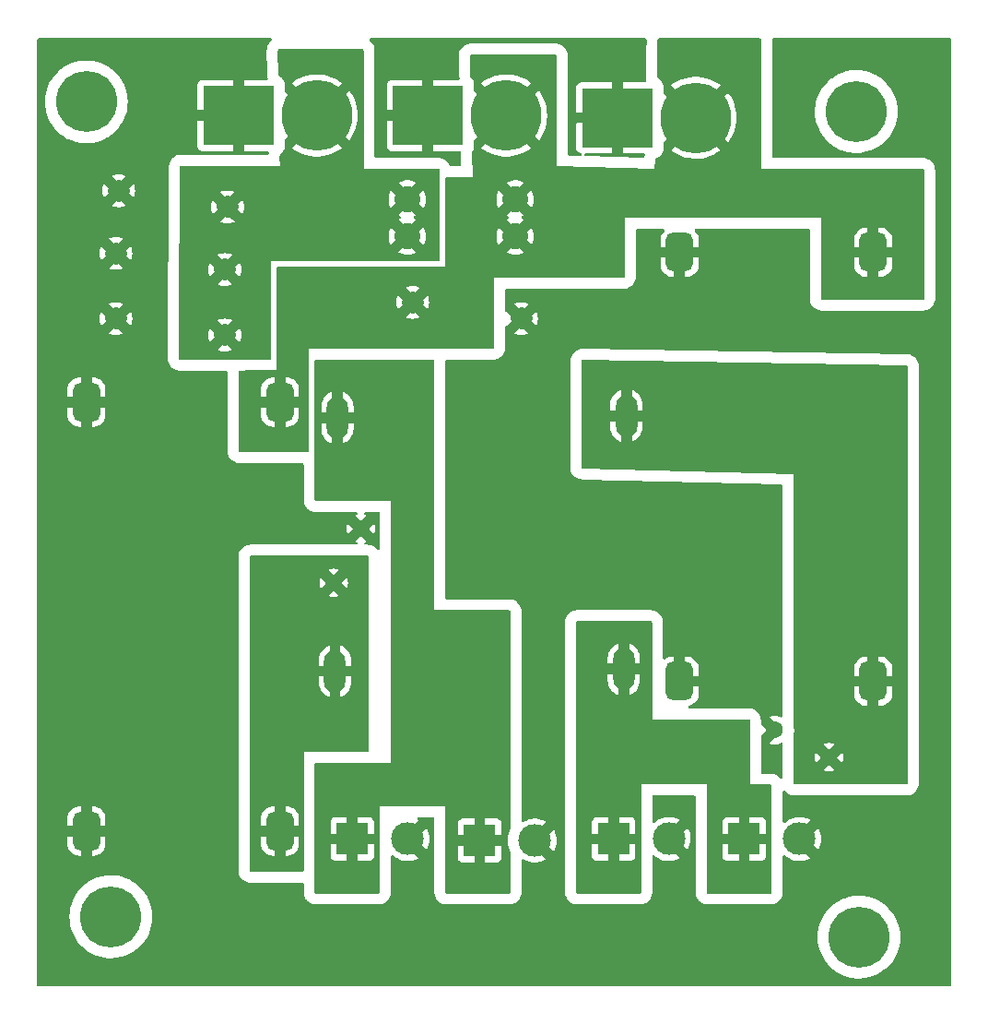
<source format=gbr>
%TF.GenerationSoftware,KiCad,Pcbnew,(6.0.7)*%
%TF.CreationDate,2022-08-25T16:15:27+03:00*%
%TF.ProjectId,guc_devresi_yetenek,6775635f-6465-4767-9265-73695f796574,rev?*%
%TF.SameCoordinates,Original*%
%TF.FileFunction,Copper,L2,Bot*%
%TF.FilePolarity,Positive*%
%FSLAX46Y46*%
G04 Gerber Fmt 4.6, Leading zero omitted, Abs format (unit mm)*
G04 Created by KiCad (PCBNEW (6.0.7)) date 2022-08-25 16:15:27*
%MOMM*%
%LPD*%
G01*
G04 APERTURE LIST*
G04 Aperture macros list*
%AMRoundRect*
0 Rectangle with rounded corners*
0 $1 Rounding radius*
0 $2 $3 $4 $5 $6 $7 $8 $9 X,Y pos of 4 corners*
0 Add a 4 corners polygon primitive as box body*
4,1,4,$2,$3,$4,$5,$6,$7,$8,$9,$2,$3,0*
0 Add four circle primitives for the rounded corners*
1,1,$1+$1,$2,$3*
1,1,$1+$1,$4,$5*
1,1,$1+$1,$6,$7*
1,1,$1+$1,$8,$9*
0 Add four rect primitives between the rounded corners*
20,1,$1+$1,$2,$3,$4,$5,0*
20,1,$1+$1,$4,$5,$6,$7,0*
20,1,$1+$1,$6,$7,$8,$9,0*
20,1,$1+$1,$8,$9,$2,$3,0*%
G04 Aperture macros list end*
%TA.AperFunction,ComponentPad*%
%ADD10RoundRect,0.625000X-0.625000X1.125000X-0.625000X-1.125000X0.625000X-1.125000X0.625000X1.125000X0*%
%TD*%
%TA.AperFunction,ComponentPad*%
%ADD11C,2.000000*%
%TD*%
%TA.AperFunction,ComponentPad*%
%ADD12C,1.600000*%
%TD*%
%TA.AperFunction,ComponentPad*%
%ADD13R,6.500000X5.516000*%
%TD*%
%TA.AperFunction,ComponentPad*%
%ADD14C,6.500000*%
%TD*%
%TA.AperFunction,ComponentPad*%
%ADD15O,1.950000X3.900000*%
%TD*%
%TA.AperFunction,ComponentPad*%
%ADD16C,2.400000*%
%TD*%
%TA.AperFunction,ComponentPad*%
%ADD17C,3.000000*%
%TD*%
%TA.AperFunction,ComponentPad*%
%ADD18R,3.000000X3.000000*%
%TD*%
%TA.AperFunction,ConnectorPad*%
%ADD19C,5.600000*%
%TD*%
%TA.AperFunction,ComponentPad*%
%ADD20C,3.600000*%
%TD*%
%TA.AperFunction,ViaPad*%
%ADD21C,1.200000*%
%TD*%
%TA.AperFunction,ViaPad*%
%ADD22C,2.500000*%
%TD*%
G04 APERTURE END LIST*
D10*
%TO.P,U2,1,IN+*%
%TO.N,A*%
X110308000Y-34150000D03*
%TO.P,U2,2,IN-*%
%TO.N,GND*%
X92528000Y-34150000D03*
%TO.P,U2,3,OUT+*%
%TO.N,Net-(F2-Pad1)*%
X110308000Y-73520000D03*
%TO.P,U2,4,OUT-*%
%TO.N,GND*%
X92528000Y-73520000D03*
%TD*%
%TO.P,U1,1,IN+*%
%TO.N,A*%
X55808000Y-47900000D03*
%TO.P,U1,2,IN-*%
%TO.N,GND*%
X38028000Y-47900000D03*
%TO.P,U1,3,OUT+*%
%TO.N,Net-(F3-Pad1)*%
X55808000Y-87270000D03*
%TO.P,U1,4,OUT-*%
%TO.N,GND*%
X38028000Y-87270000D03*
%TD*%
D11*
%TO.P,RV6,1*%
%TO.N,Net-(F1-Pad2)*%
X50750000Y-35750000D03*
%TO.P,RV6,2*%
%TO.N,GND*%
X40750000Y-34250000D03*
%TD*%
%TO.P,RV5,1*%
%TO.N,Net-(F1-Pad2)*%
X51000000Y-30000000D03*
%TO.P,RV5,2*%
%TO.N,GND*%
X41000000Y-28500000D03*
%TD*%
%TO.P,RV4,2*%
%TO.N,GND*%
X40750000Y-40250000D03*
%TO.P,RV4,1*%
%TO.N,Net-(F1-Pad2)*%
X50750000Y-41750000D03*
%TD*%
D12*
%TO.P,RV3,1*%
%TO.N,GND*%
X63250000Y-59500000D03*
%TO.P,RV3,2*%
%TO.N,Net-(F3-Pad1)*%
X60750000Y-64500000D03*
%TD*%
%TO.P,RV2,2*%
%TO.N,GND*%
X101250000Y-78000000D03*
%TO.P,RV2,1*%
%TO.N,Net-(F2-Pad1)*%
X106250000Y-80500000D03*
%TD*%
D11*
%TO.P,RV1,1*%
%TO.N,GND*%
X78000000Y-40250000D03*
%TO.P,RV1,2*%
%TO.N,A*%
X68000000Y-38750000D03*
%TD*%
D13*
%TO.P,J3,1,-*%
%TO.N,GND*%
X52000000Y-21600000D03*
D14*
%TO.P,J3,2,+*%
%TO.N,Net-(F1-Pad2)*%
X59200000Y-21600000D03*
%TD*%
D13*
%TO.P,J2,1,-*%
%TO.N,GND*%
X69400000Y-21600000D03*
D14*
%TO.P,J2,2,+*%
%TO.N,A*%
X76600000Y-21600000D03*
%TD*%
D13*
%TO.P,J1,1,-*%
%TO.N,GND*%
X86800000Y-21800000D03*
D14*
%TO.P,J1,2,+*%
%TO.N,A*%
X94000000Y-21800000D03*
%TD*%
D15*
%TO.P,F2,1*%
%TO.N,Net-(F2-Pad1)*%
X87635000Y-49155000D03*
%TO.P,F2,2*%
%TO.N,Net-(F2-Pad2)*%
X61092000Y-49337000D03*
%TD*%
D16*
%TO.P,F1,1*%
%TO.N,A*%
X77420000Y-32650000D03*
X77420000Y-29250000D03*
%TO.P,F1,2*%
%TO.N,Net-(F1-Pad2)*%
X67500000Y-32650000D03*
X67500000Y-29250000D03*
%TD*%
D17*
%TO.P,J5,2,Pin_2*%
%TO.N,GND*%
X91540000Y-88000000D03*
D18*
%TO.P,J5,1,Pin_1*%
%TO.N,Net-(F3-Pad2)*%
X86460000Y-88000000D03*
%TD*%
D19*
%TO.P,H4,1,1*%
%TO.N,Net-(H4-Pad1)*%
X109000000Y-97000000D03*
D20*
X109000000Y-97000000D03*
%TD*%
D18*
%TO.P,J7,1,Pin_1*%
%TO.N,Net-(F3-Pad2)*%
X98460000Y-88000000D03*
D17*
%TO.P,J7,2,Pin_2*%
%TO.N,GND*%
X103540000Y-88000000D03*
%TD*%
D20*
%TO.P,H2,1,1*%
%TO.N,Net-(H2-Pad1)*%
X40285000Y-95127000D03*
D19*
X40285000Y-95127000D03*
%TD*%
D15*
%TO.P,F3,1*%
%TO.N,Net-(F3-Pad1)*%
X60865000Y-72595000D03*
%TO.P,F3,2*%
%TO.N,Net-(F3-Pad2)*%
X87408000Y-72413000D03*
%TD*%
D18*
%TO.P,J6,1,Pin_1*%
%TO.N,Net-(F2-Pad2)*%
X62460000Y-88000000D03*
D17*
%TO.P,J6,2,Pin_2*%
%TO.N,GND*%
X67540000Y-88000000D03*
%TD*%
D18*
%TO.P,J4,1,Pin_1*%
%TO.N,Net-(F2-Pad2)*%
X74160000Y-88127000D03*
D17*
%TO.P,J4,2,Pin_2*%
%TO.N,GND*%
X79240000Y-88127000D03*
%TD*%
D19*
%TO.P,H1,1,1*%
%TO.N,Net-(H1-Pad1)*%
X108762800Y-21234400D03*
D20*
X108762800Y-21234400D03*
%TD*%
D19*
%TO.P,H3,1,1*%
%TO.N,Net-(H3-Pad1)*%
X38023800Y-20345400D03*
D20*
X38023800Y-20345400D03*
%TD*%
D21*
%TO.N,Net-(F3-Pad2)*%
X85000000Y-69000000D03*
%TO.N,Net-(F2-Pad2)*%
X74000000Y-68000000D03*
D22*
%TO.N,A*%
X86000000Y-35000000D03*
%TD*%
%TA.AperFunction,Conductor*%
%TO.N,Net-(F1-Pad2)*%
G36*
X63442121Y-15520002D02*
G01*
X63488614Y-15573658D01*
X63500000Y-15626000D01*
X63500000Y-26500000D01*
X70374000Y-26500000D01*
X70442121Y-26520002D01*
X70488614Y-26573658D01*
X70500000Y-26626000D01*
X70500000Y-34874000D01*
X70479998Y-34942121D01*
X70426342Y-34988614D01*
X70374000Y-35000000D01*
X55000000Y-35000000D01*
X55000000Y-43874000D01*
X54979998Y-43942121D01*
X54926342Y-43988614D01*
X54874000Y-44000000D01*
X46626710Y-44000000D01*
X46558589Y-43979998D01*
X46512096Y-43926342D01*
X46500712Y-43873292D01*
X46504995Y-43110848D01*
X50101879Y-43110848D01*
X50105068Y-43115108D01*
X50277988Y-43186734D01*
X50287373Y-43189783D01*
X50508554Y-43242885D01*
X50518301Y-43244428D01*
X50745070Y-43262275D01*
X50754930Y-43262275D01*
X50981699Y-43244428D01*
X50991446Y-43242885D01*
X51212627Y-43189783D01*
X51222012Y-43186734D01*
X51387436Y-43118213D01*
X51398417Y-43109364D01*
X51397101Y-43104208D01*
X50762812Y-42469919D01*
X50748868Y-42462305D01*
X50747035Y-42462436D01*
X50740420Y-42466687D01*
X50108639Y-43098468D01*
X50101879Y-43110848D01*
X46504995Y-43110848D01*
X46512613Y-41754930D01*
X49237725Y-41754930D01*
X49255572Y-41981699D01*
X49257115Y-41991446D01*
X49310217Y-42212627D01*
X49313266Y-42222012D01*
X49381787Y-42387436D01*
X49390636Y-42398417D01*
X49395792Y-42397101D01*
X50030081Y-41762812D01*
X50036459Y-41751132D01*
X51462305Y-41751132D01*
X51462436Y-41752965D01*
X51466687Y-41759580D01*
X52098468Y-42391361D01*
X52110848Y-42398121D01*
X52115108Y-42394932D01*
X52186734Y-42222012D01*
X52189783Y-42212627D01*
X52242885Y-41991446D01*
X52244428Y-41981699D01*
X52262275Y-41754930D01*
X52262275Y-41745070D01*
X52244428Y-41518301D01*
X52242885Y-41508554D01*
X52189783Y-41287373D01*
X52186734Y-41277988D01*
X52118213Y-41112564D01*
X52109364Y-41101583D01*
X52104208Y-41102899D01*
X51469919Y-41737188D01*
X51462305Y-41751132D01*
X50036459Y-41751132D01*
X50037695Y-41748868D01*
X50037564Y-41747035D01*
X50033313Y-41740420D01*
X49401532Y-41108639D01*
X49389152Y-41101879D01*
X49384892Y-41105068D01*
X49313266Y-41277988D01*
X49310217Y-41287373D01*
X49257115Y-41508554D01*
X49255572Y-41518301D01*
X49237725Y-41745070D01*
X49237725Y-41754930D01*
X46512613Y-41754930D01*
X46520278Y-40390636D01*
X50101583Y-40390636D01*
X50102899Y-40395792D01*
X50737188Y-41030081D01*
X50751132Y-41037695D01*
X50752965Y-41037564D01*
X50759580Y-41033313D01*
X51391361Y-40401532D01*
X51398121Y-40389152D01*
X51394932Y-40384892D01*
X51222012Y-40313266D01*
X51212627Y-40310217D01*
X50991446Y-40257115D01*
X50981699Y-40255572D01*
X50754930Y-40237725D01*
X50745070Y-40237725D01*
X50518301Y-40255572D01*
X50508554Y-40257115D01*
X50287373Y-40310217D01*
X50277988Y-40313266D01*
X50112564Y-40381787D01*
X50101583Y-40390636D01*
X46520278Y-40390636D01*
X46538704Y-37110848D01*
X50101879Y-37110848D01*
X50105068Y-37115108D01*
X50277988Y-37186734D01*
X50287373Y-37189783D01*
X50508554Y-37242885D01*
X50518301Y-37244428D01*
X50745070Y-37262275D01*
X50754930Y-37262275D01*
X50981699Y-37244428D01*
X50991446Y-37242885D01*
X51212627Y-37189783D01*
X51222012Y-37186734D01*
X51387436Y-37118213D01*
X51398417Y-37109364D01*
X51397101Y-37104208D01*
X50762812Y-36469919D01*
X50748868Y-36462305D01*
X50747035Y-36462436D01*
X50740420Y-36466687D01*
X50108639Y-37098468D01*
X50101879Y-37110848D01*
X46538704Y-37110848D01*
X46546321Y-35754930D01*
X49237725Y-35754930D01*
X49255572Y-35981699D01*
X49257115Y-35991446D01*
X49310217Y-36212627D01*
X49313266Y-36222012D01*
X49381787Y-36387436D01*
X49390636Y-36398417D01*
X49395792Y-36397101D01*
X50030081Y-35762812D01*
X50036459Y-35751132D01*
X51462305Y-35751132D01*
X51462436Y-35752965D01*
X51466687Y-35759580D01*
X52098468Y-36391361D01*
X52110848Y-36398121D01*
X52115108Y-36394932D01*
X52186734Y-36222012D01*
X52189783Y-36212627D01*
X52242885Y-35991446D01*
X52244428Y-35981699D01*
X52262275Y-35754930D01*
X52262275Y-35745070D01*
X52244428Y-35518301D01*
X52242885Y-35508554D01*
X52189783Y-35287373D01*
X52186734Y-35277988D01*
X52118213Y-35112564D01*
X52109364Y-35101583D01*
X52104208Y-35102899D01*
X51469919Y-35737188D01*
X51462305Y-35751132D01*
X50036459Y-35751132D01*
X50037695Y-35748868D01*
X50037564Y-35747035D01*
X50033313Y-35740420D01*
X49401532Y-35108639D01*
X49389152Y-35101879D01*
X49384892Y-35105068D01*
X49313266Y-35277988D01*
X49310217Y-35287373D01*
X49257115Y-35508554D01*
X49255572Y-35518301D01*
X49237725Y-35745070D01*
X49237725Y-35754930D01*
X46546321Y-35754930D01*
X46553986Y-34390636D01*
X50101583Y-34390636D01*
X50102899Y-34395792D01*
X50737188Y-35030081D01*
X50751132Y-35037695D01*
X50752965Y-35037564D01*
X50759580Y-35033313D01*
X51391361Y-34401532D01*
X51398121Y-34389152D01*
X51394932Y-34384892D01*
X51222012Y-34313266D01*
X51212627Y-34310217D01*
X50991446Y-34257115D01*
X50981699Y-34255572D01*
X50754930Y-34237725D01*
X50745070Y-34237725D01*
X50518301Y-34255572D01*
X50508554Y-34257115D01*
X50287373Y-34310217D01*
X50277988Y-34313266D01*
X50112564Y-34381787D01*
X50101583Y-34390636D01*
X46553986Y-34390636D01*
X46555293Y-34158020D01*
X66704707Y-34158020D01*
X66709173Y-34163986D01*
X66812892Y-34218555D01*
X66821441Y-34222272D01*
X67052282Y-34302885D01*
X67061291Y-34305299D01*
X67301518Y-34350908D01*
X67310775Y-34351962D01*
X67555107Y-34361563D01*
X67564420Y-34361237D01*
X67807478Y-34334618D01*
X67816655Y-34332917D01*
X68053107Y-34270665D01*
X68061926Y-34267628D01*
X68286582Y-34171108D01*
X68289648Y-34169512D01*
X68298033Y-34160163D01*
X68294146Y-34151253D01*
X67512812Y-33369919D01*
X67498868Y-33362305D01*
X67497035Y-33362436D01*
X67490420Y-33366687D01*
X66711467Y-34145640D01*
X66704707Y-34158020D01*
X46555293Y-34158020D01*
X46563990Y-32609835D01*
X65788022Y-32609835D01*
X65799754Y-32854064D01*
X65800891Y-32863324D01*
X65848593Y-33103143D01*
X65851082Y-33112118D01*
X65933708Y-33342250D01*
X65937503Y-33350775D01*
X65982969Y-33435391D01*
X65992873Y-33445429D01*
X66000106Y-33442787D01*
X66780081Y-32662812D01*
X66786459Y-32651132D01*
X68212305Y-32651132D01*
X68212436Y-32652965D01*
X68216687Y-32659580D01*
X68998364Y-33441257D01*
X69010744Y-33448017D01*
X69015509Y-33444450D01*
X69107572Y-33240076D01*
X69110766Y-33231301D01*
X69177135Y-32995973D01*
X69178993Y-32986844D01*
X69210044Y-32742770D01*
X69210525Y-32736483D01*
X69212706Y-32653160D01*
X69212555Y-32646851D01*
X69194321Y-32401486D01*
X69192944Y-32392280D01*
X69138979Y-32153786D01*
X69136255Y-32144875D01*
X69047631Y-31916978D01*
X69043620Y-31908569D01*
X69018029Y-31863795D01*
X69007865Y-31854019D01*
X68999966Y-31857141D01*
X68219919Y-32637188D01*
X68212305Y-32651132D01*
X66786459Y-32651132D01*
X66787695Y-32648868D01*
X66787564Y-32647035D01*
X66783313Y-32640420D01*
X66002344Y-31859451D01*
X65989964Y-31852691D01*
X65982443Y-31858321D01*
X65976322Y-31868409D01*
X65972084Y-31876726D01*
X65877529Y-32102214D01*
X65874572Y-32111052D01*
X65814384Y-32348042D01*
X65812763Y-32357232D01*
X65788267Y-32600510D01*
X65788022Y-32609835D01*
X46563990Y-32609835D01*
X46571007Y-31360848D01*
X50351879Y-31360848D01*
X50355068Y-31365108D01*
X50527988Y-31436734D01*
X50537373Y-31439783D01*
X50758554Y-31492885D01*
X50768301Y-31494428D01*
X50995070Y-31512275D01*
X51004930Y-31512275D01*
X51231699Y-31494428D01*
X51241446Y-31492885D01*
X51462627Y-31439783D01*
X51472012Y-31436734D01*
X51637436Y-31368213D01*
X51648417Y-31359364D01*
X51647101Y-31354208D01*
X51434096Y-31141203D01*
X66702449Y-31141203D01*
X66704202Y-31147095D01*
X67487188Y-31930081D01*
X67501132Y-31937695D01*
X67502965Y-31937564D01*
X67509580Y-31933313D01*
X68289103Y-31153790D01*
X68295863Y-31141410D01*
X68291809Y-31135994D01*
X68141622Y-31061930D01*
X68142275Y-31060605D01*
X68091672Y-31020547D01*
X68068666Y-30953381D01*
X68085625Y-30884440D01*
X68137164Y-30835611D01*
X68144804Y-30832021D01*
X68286582Y-30771108D01*
X68289648Y-30769512D01*
X68298033Y-30760163D01*
X68294146Y-30751253D01*
X67512812Y-29969919D01*
X67498868Y-29962305D01*
X67497035Y-29962436D01*
X67490420Y-29966687D01*
X66711467Y-30745640D01*
X66704707Y-30758020D01*
X66709173Y-30763986D01*
X66812892Y-30818555D01*
X66821441Y-30822271D01*
X66847547Y-30831388D01*
X66905264Y-30872730D01*
X66931468Y-30938714D01*
X66917839Y-31008390D01*
X66868703Y-31059637D01*
X66858758Y-31064769D01*
X66713073Y-31131931D01*
X66702449Y-31141203D01*
X51434096Y-31141203D01*
X51012812Y-30719919D01*
X50998868Y-30712305D01*
X50997035Y-30712436D01*
X50990420Y-30716687D01*
X50358639Y-31348468D01*
X50351879Y-31360848D01*
X46571007Y-31360848D01*
X46572270Y-31135994D01*
X46578624Y-30004930D01*
X49487725Y-30004930D01*
X49505572Y-30231699D01*
X49507115Y-30241446D01*
X49560217Y-30462627D01*
X49563266Y-30472012D01*
X49631787Y-30637436D01*
X49640636Y-30648417D01*
X49645792Y-30647101D01*
X50280081Y-30012812D01*
X50286459Y-30001132D01*
X51712305Y-30001132D01*
X51712436Y-30002965D01*
X51716687Y-30009580D01*
X52348468Y-30641361D01*
X52360848Y-30648121D01*
X52365108Y-30644932D01*
X52436734Y-30472012D01*
X52439783Y-30462627D01*
X52492885Y-30241446D01*
X52494428Y-30231699D01*
X52512275Y-30004930D01*
X52512275Y-29995070D01*
X52494428Y-29768301D01*
X52492885Y-29758554D01*
X52439783Y-29537373D01*
X52436734Y-29527988D01*
X52368213Y-29362564D01*
X52359364Y-29351583D01*
X52354208Y-29352899D01*
X51719919Y-29987188D01*
X51712305Y-30001132D01*
X50286459Y-30001132D01*
X50287695Y-29998868D01*
X50287564Y-29997035D01*
X50283313Y-29990420D01*
X49651532Y-29358639D01*
X49639152Y-29351879D01*
X49634892Y-29355068D01*
X49563266Y-29527988D01*
X49560217Y-29537373D01*
X49507115Y-29758554D01*
X49505572Y-29768301D01*
X49487725Y-29995070D01*
X49487725Y-30004930D01*
X46578624Y-30004930D01*
X46586289Y-28640636D01*
X50351583Y-28640636D01*
X50352899Y-28645792D01*
X50987188Y-29280081D01*
X51001132Y-29287695D01*
X51002965Y-29287564D01*
X51009580Y-29283313D01*
X51083058Y-29209835D01*
X65788022Y-29209835D01*
X65799754Y-29454064D01*
X65800891Y-29463324D01*
X65848593Y-29703143D01*
X65851082Y-29712118D01*
X65933708Y-29942250D01*
X65937503Y-29950775D01*
X65982969Y-30035391D01*
X65992873Y-30045429D01*
X66000106Y-30042787D01*
X66780081Y-29262812D01*
X66786459Y-29251132D01*
X68212305Y-29251132D01*
X68212436Y-29252965D01*
X68216687Y-29259580D01*
X68998364Y-30041257D01*
X69010744Y-30048017D01*
X69015509Y-30044450D01*
X69107572Y-29840076D01*
X69110766Y-29831301D01*
X69177135Y-29595973D01*
X69178993Y-29586844D01*
X69210044Y-29342770D01*
X69210525Y-29336483D01*
X69212706Y-29253160D01*
X69212555Y-29246851D01*
X69194321Y-29001486D01*
X69192944Y-28992280D01*
X69138979Y-28753786D01*
X69136255Y-28744875D01*
X69047631Y-28516978D01*
X69043620Y-28508569D01*
X69018029Y-28463795D01*
X69007865Y-28454019D01*
X68999966Y-28457141D01*
X68219919Y-29237188D01*
X68212305Y-29251132D01*
X66786459Y-29251132D01*
X66787695Y-29248868D01*
X66787564Y-29247035D01*
X66783313Y-29240420D01*
X66002344Y-28459451D01*
X65989964Y-28452691D01*
X65982443Y-28458321D01*
X65976322Y-28468409D01*
X65972084Y-28476726D01*
X65877529Y-28702214D01*
X65874572Y-28711052D01*
X65814384Y-28948042D01*
X65812763Y-28957232D01*
X65788267Y-29200510D01*
X65788022Y-29209835D01*
X51083058Y-29209835D01*
X51641361Y-28651532D01*
X51648121Y-28639152D01*
X51644932Y-28634892D01*
X51472012Y-28563266D01*
X51462627Y-28560217D01*
X51241446Y-28507115D01*
X51231699Y-28505572D01*
X51004930Y-28487725D01*
X50995070Y-28487725D01*
X50768301Y-28505572D01*
X50758554Y-28507115D01*
X50537373Y-28560217D01*
X50527988Y-28563266D01*
X50362564Y-28631787D01*
X50351583Y-28640636D01*
X46586289Y-28640636D01*
X46591342Y-27741203D01*
X66702449Y-27741203D01*
X66704202Y-27747095D01*
X67487188Y-28530081D01*
X67501132Y-28537695D01*
X67502965Y-28537564D01*
X67509580Y-28533313D01*
X68289103Y-27753790D01*
X68295863Y-27741410D01*
X68291809Y-27735994D01*
X68145808Y-27663994D01*
X68137176Y-27660507D01*
X67904288Y-27585958D01*
X67895238Y-27583785D01*
X67653891Y-27544480D01*
X67644602Y-27543668D01*
X67400114Y-27540467D01*
X67390803Y-27541037D01*
X67148522Y-27574010D01*
X67139403Y-27575948D01*
X66904668Y-27644367D01*
X66895915Y-27647639D01*
X66713074Y-27731931D01*
X66702449Y-27741203D01*
X46591342Y-27741203D01*
X46599296Y-26325292D01*
X46619680Y-26257285D01*
X46673596Y-26211094D01*
X46725294Y-26200000D01*
X55800000Y-26200000D01*
X55784425Y-25358939D01*
X55782901Y-25276632D01*
X55801638Y-25208152D01*
X55829243Y-25176656D01*
X55956169Y-25073138D01*
X55961109Y-25069109D01*
X56089573Y-24911596D01*
X56183741Y-24731470D01*
X56224786Y-24588328D01*
X56924139Y-24588328D01*
X56933386Y-24600302D01*
X57192275Y-24782252D01*
X57197652Y-24785638D01*
X57524138Y-24968854D01*
X57529831Y-24971680D01*
X57873153Y-25120960D01*
X57879127Y-25123205D01*
X58235757Y-25237021D01*
X58241925Y-25238650D01*
X58608245Y-25315846D01*
X58614529Y-25316841D01*
X58986784Y-25356624D01*
X58993146Y-25356980D01*
X59367509Y-25358939D01*
X59373859Y-25358651D01*
X59746502Y-25322771D01*
X59752827Y-25321836D01*
X60119921Y-25248483D01*
X60126094Y-25246921D01*
X60483922Y-25136840D01*
X60489898Y-25134665D01*
X60834757Y-24988990D01*
X60840499Y-24986214D01*
X61168882Y-24806430D01*
X61174293Y-24803101D01*
X61468558Y-24600858D01*
X61476902Y-24590603D01*
X61469756Y-24576863D01*
X59212812Y-22319919D01*
X59198868Y-22312305D01*
X59197035Y-22312436D01*
X59190420Y-22316687D01*
X56930588Y-24576519D01*
X56924139Y-24588328D01*
X56224786Y-24588328D01*
X56239766Y-24536087D01*
X56250500Y-24415816D01*
X56250500Y-23894583D01*
X56270502Y-23826462D01*
X56287405Y-23805488D01*
X58480081Y-21612812D01*
X58486459Y-21601132D01*
X59912305Y-21601132D01*
X59912436Y-21602965D01*
X59916687Y-21609580D01*
X62174658Y-23867551D01*
X62187451Y-23874537D01*
X62198204Y-23866674D01*
X62272814Y-23771521D01*
X62276481Y-23766322D01*
X62476520Y-23449890D01*
X62479654Y-23444330D01*
X62646697Y-23109293D01*
X62649242Y-23103467D01*
X62781577Y-22753254D01*
X62783520Y-22747202D01*
X62879782Y-22385421D01*
X62881108Y-22379186D01*
X62940316Y-22009534D01*
X62941005Y-22003197D01*
X62962640Y-21627964D01*
X62962744Y-21624568D01*
X62962824Y-21601696D01*
X62962745Y-21598316D01*
X62943728Y-21222915D01*
X62943085Y-21216595D01*
X62886459Y-20846538D01*
X62885176Y-20840289D01*
X62791441Y-20477840D01*
X62789539Y-20471772D01*
X62659659Y-20120661D01*
X62657141Y-20114789D01*
X62492456Y-19778624D01*
X62489351Y-19773022D01*
X62291530Y-19455210D01*
X62287900Y-19449985D01*
X62198371Y-19334147D01*
X62186690Y-19325681D01*
X62174832Y-19332275D01*
X59919919Y-21587188D01*
X59912305Y-21601132D01*
X58486459Y-21601132D01*
X58487695Y-21598868D01*
X58487564Y-21597035D01*
X58483313Y-21590420D01*
X56287405Y-19394512D01*
X56253379Y-19332200D01*
X56250500Y-19305417D01*
X56250500Y-18784184D01*
X56239766Y-18663913D01*
X56224275Y-18609889D01*
X56923504Y-18609889D01*
X56930619Y-18623512D01*
X59187188Y-20880081D01*
X59201132Y-20887695D01*
X59202965Y-20887564D01*
X59209580Y-20883313D01*
X61469800Y-18623093D01*
X61476211Y-18611352D01*
X61466870Y-18599300D01*
X61196610Y-18410762D01*
X61191206Y-18407386D01*
X60864096Y-18225319D01*
X60858386Y-18222509D01*
X60514551Y-18074430D01*
X60508569Y-18072206D01*
X60151545Y-17959637D01*
X60145363Y-17958027D01*
X59778785Y-17882112D01*
X59772491Y-17881138D01*
X59400087Y-17842653D01*
X59393755Y-17842321D01*
X59019364Y-17841668D01*
X59013024Y-17841978D01*
X58640497Y-17879161D01*
X58634204Y-17880113D01*
X58267347Y-17954750D01*
X58261174Y-17956335D01*
X57903750Y-18067661D01*
X57897762Y-18069864D01*
X57553422Y-18216738D01*
X57547691Y-18219533D01*
X57219949Y-18400456D01*
X57214529Y-18403817D01*
X56931862Y-18599545D01*
X56923504Y-18609889D01*
X56224275Y-18609889D01*
X56183741Y-18468530D01*
X56089573Y-18288404D01*
X56033404Y-18219533D01*
X55965138Y-18135831D01*
X55961109Y-18130891D01*
X55803596Y-18002427D01*
X55712892Y-17955008D01*
X55661791Y-17905723D01*
X55645290Y-17845680D01*
X55645222Y-17841978D01*
X55604229Y-15628333D01*
X55622966Y-15559853D01*
X55675752Y-15512375D01*
X55730207Y-15500000D01*
X63374000Y-15500000D01*
X63442121Y-15520002D01*
G37*
%TD.AperFunction*%
%TD*%
%TA.AperFunction,Conductor*%
%TO.N,A*%
G36*
X99942121Y-14528502D02*
G01*
X99988614Y-14582158D01*
X100000000Y-14634500D01*
X100000000Y-26500000D01*
X114874000Y-26500000D01*
X114942121Y-26520002D01*
X114988614Y-26573658D01*
X115000000Y-26626000D01*
X115000000Y-38374000D01*
X114979998Y-38442121D01*
X114926342Y-38488614D01*
X114874000Y-38500000D01*
X105626000Y-38500000D01*
X105557879Y-38479998D01*
X105511386Y-38426342D01*
X105500000Y-38374000D01*
X105500000Y-35359807D01*
X108550001Y-35359807D01*
X108550121Y-35363701D01*
X108552790Y-35406893D01*
X108554126Y-35416472D01*
X108598048Y-35617073D01*
X108601695Y-35628432D01*
X108682306Y-35816059D01*
X108688041Y-35826533D01*
X108802669Y-35995522D01*
X108810282Y-36004724D01*
X108954802Y-36148992D01*
X108964015Y-36156587D01*
X109133206Y-36270922D01*
X109143690Y-36276638D01*
X109331450Y-36356918D01*
X109342821Y-36360547D01*
X109543480Y-36404115D01*
X109553100Y-36405437D01*
X109594387Y-36407890D01*
X109598102Y-36408000D01*
X109789885Y-36408000D01*
X109805124Y-36403525D01*
X109806329Y-36402135D01*
X109808000Y-36394452D01*
X109808000Y-36389884D01*
X110808000Y-36389884D01*
X110812475Y-36405123D01*
X110813865Y-36406328D01*
X110821548Y-36407999D01*
X111017807Y-36407999D01*
X111021701Y-36407879D01*
X111064893Y-36405210D01*
X111074472Y-36403874D01*
X111275073Y-36359952D01*
X111286432Y-36356305D01*
X111474059Y-36275694D01*
X111484533Y-36269959D01*
X111653522Y-36155331D01*
X111662724Y-36147718D01*
X111806992Y-36003198D01*
X111814587Y-35993985D01*
X111928922Y-35824794D01*
X111934638Y-35814310D01*
X112014918Y-35626550D01*
X112018547Y-35615179D01*
X112062115Y-35414520D01*
X112063437Y-35404900D01*
X112065890Y-35363613D01*
X112066000Y-35359898D01*
X112066000Y-34668115D01*
X112061525Y-34652876D01*
X112060135Y-34651671D01*
X112052452Y-34650000D01*
X110826115Y-34650000D01*
X110810876Y-34654475D01*
X110809671Y-34655865D01*
X110808000Y-34663548D01*
X110808000Y-36389884D01*
X109808000Y-36389884D01*
X109808000Y-34668115D01*
X109803525Y-34652876D01*
X109802135Y-34651671D01*
X109794452Y-34650000D01*
X108568116Y-34650000D01*
X108552877Y-34654475D01*
X108551672Y-34655865D01*
X108550001Y-34663548D01*
X108550001Y-35359807D01*
X105500000Y-35359807D01*
X105500000Y-33631885D01*
X108550000Y-33631885D01*
X108554475Y-33647124D01*
X108555865Y-33648329D01*
X108563548Y-33650000D01*
X109789885Y-33650000D01*
X109805124Y-33645525D01*
X109806329Y-33644135D01*
X109808000Y-33636452D01*
X109808000Y-33631885D01*
X110808000Y-33631885D01*
X110812475Y-33647124D01*
X110813865Y-33648329D01*
X110821548Y-33650000D01*
X112047884Y-33650000D01*
X112063123Y-33645525D01*
X112064328Y-33644135D01*
X112065999Y-33636452D01*
X112065999Y-32940194D01*
X112065879Y-32936299D01*
X112063210Y-32893107D01*
X112061874Y-32883528D01*
X112017952Y-32682927D01*
X112014305Y-32671568D01*
X111933694Y-32483941D01*
X111927959Y-32473467D01*
X111813331Y-32304478D01*
X111805718Y-32295276D01*
X111661198Y-32151008D01*
X111651985Y-32143413D01*
X111482794Y-32029078D01*
X111472310Y-32023362D01*
X111284550Y-31943082D01*
X111273179Y-31939453D01*
X111072520Y-31895885D01*
X111062900Y-31894563D01*
X111021613Y-31892110D01*
X111017898Y-31892000D01*
X110826115Y-31892000D01*
X110810876Y-31896475D01*
X110809671Y-31897865D01*
X110808000Y-31905548D01*
X110808000Y-33631885D01*
X109808000Y-33631885D01*
X109808000Y-31910116D01*
X109803525Y-31894877D01*
X109802135Y-31893672D01*
X109794452Y-31892001D01*
X109598194Y-31892001D01*
X109594299Y-31892121D01*
X109551107Y-31894790D01*
X109541528Y-31896126D01*
X109340927Y-31940048D01*
X109329568Y-31943695D01*
X109141941Y-32024306D01*
X109131467Y-32030041D01*
X108962478Y-32144669D01*
X108953276Y-32152282D01*
X108809008Y-32296802D01*
X108801413Y-32306015D01*
X108687078Y-32475206D01*
X108681362Y-32485690D01*
X108601082Y-32673450D01*
X108597453Y-32684821D01*
X108553885Y-32885480D01*
X108552563Y-32895100D01*
X108550110Y-32936387D01*
X108550000Y-32940102D01*
X108550000Y-33631885D01*
X105500000Y-33631885D01*
X105500000Y-31000000D01*
X87500000Y-31000000D01*
X87500000Y-36374000D01*
X87479998Y-36442121D01*
X87426342Y-36488614D01*
X87374000Y-36500000D01*
X75500000Y-36500000D01*
X75500000Y-42874000D01*
X75479998Y-42942121D01*
X75426342Y-42988614D01*
X75374000Y-43000000D01*
X58500000Y-43000000D01*
X58500000Y-52374000D01*
X58479998Y-52442121D01*
X58426342Y-52488614D01*
X58374000Y-52500000D01*
X52126000Y-52500000D01*
X52057879Y-52479998D01*
X52011386Y-52426342D01*
X52000000Y-52374000D01*
X52000000Y-49109807D01*
X54050001Y-49109807D01*
X54050121Y-49113701D01*
X54052790Y-49156893D01*
X54054126Y-49166472D01*
X54098048Y-49367073D01*
X54101695Y-49378432D01*
X54182306Y-49566059D01*
X54188041Y-49576533D01*
X54302669Y-49745522D01*
X54310282Y-49754724D01*
X54454802Y-49898992D01*
X54464015Y-49906587D01*
X54633206Y-50020922D01*
X54643690Y-50026638D01*
X54831450Y-50106918D01*
X54842821Y-50110547D01*
X55043480Y-50154115D01*
X55053100Y-50155437D01*
X55094387Y-50157890D01*
X55098102Y-50158000D01*
X55289885Y-50158000D01*
X55305124Y-50153525D01*
X55306329Y-50152135D01*
X55308000Y-50144452D01*
X55308000Y-50139884D01*
X56308000Y-50139884D01*
X56312475Y-50155123D01*
X56313865Y-50156328D01*
X56321548Y-50157999D01*
X56517807Y-50157999D01*
X56521701Y-50157879D01*
X56564893Y-50155210D01*
X56574472Y-50153874D01*
X56775073Y-50109952D01*
X56786432Y-50106305D01*
X56974059Y-50025694D01*
X56984533Y-50019959D01*
X57153522Y-49905331D01*
X57162724Y-49897718D01*
X57306992Y-49753198D01*
X57314587Y-49743985D01*
X57428922Y-49574794D01*
X57434638Y-49564310D01*
X57514918Y-49376550D01*
X57518547Y-49365179D01*
X57562115Y-49164520D01*
X57563437Y-49154900D01*
X57565890Y-49113613D01*
X57566000Y-49109898D01*
X57566000Y-48418115D01*
X57561525Y-48402876D01*
X57560135Y-48401671D01*
X57552452Y-48400000D01*
X56326115Y-48400000D01*
X56310876Y-48404475D01*
X56309671Y-48405865D01*
X56308000Y-48413548D01*
X56308000Y-50139884D01*
X55308000Y-50139884D01*
X55308000Y-48418115D01*
X55303525Y-48402876D01*
X55302135Y-48401671D01*
X55294452Y-48400000D01*
X54068116Y-48400000D01*
X54052877Y-48404475D01*
X54051672Y-48405865D01*
X54050001Y-48413548D01*
X54050001Y-49109807D01*
X52000000Y-49109807D01*
X52000000Y-47381885D01*
X54050000Y-47381885D01*
X54054475Y-47397124D01*
X54055865Y-47398329D01*
X54063548Y-47400000D01*
X55289885Y-47400000D01*
X55305124Y-47395525D01*
X55306329Y-47394135D01*
X55308000Y-47386452D01*
X55308000Y-47381885D01*
X56308000Y-47381885D01*
X56312475Y-47397124D01*
X56313865Y-47398329D01*
X56321548Y-47400000D01*
X57547884Y-47400000D01*
X57563123Y-47395525D01*
X57564328Y-47394135D01*
X57565999Y-47386452D01*
X57565999Y-46690194D01*
X57565879Y-46686299D01*
X57563210Y-46643107D01*
X57561874Y-46633528D01*
X57517952Y-46432927D01*
X57514305Y-46421568D01*
X57433694Y-46233941D01*
X57427959Y-46223467D01*
X57313331Y-46054478D01*
X57305718Y-46045276D01*
X57161198Y-45901008D01*
X57151985Y-45893413D01*
X56982794Y-45779078D01*
X56972310Y-45773362D01*
X56784550Y-45693082D01*
X56773179Y-45689453D01*
X56572520Y-45645885D01*
X56562900Y-45644563D01*
X56521613Y-45642110D01*
X56517898Y-45642000D01*
X56326115Y-45642000D01*
X56310876Y-45646475D01*
X56309671Y-45647865D01*
X56308000Y-45655548D01*
X56308000Y-47381885D01*
X55308000Y-47381885D01*
X55308000Y-45660116D01*
X55303525Y-45644877D01*
X55302135Y-45643672D01*
X55294452Y-45642001D01*
X55098194Y-45642001D01*
X55094299Y-45642121D01*
X55051107Y-45644790D01*
X55041528Y-45646126D01*
X54840927Y-45690048D01*
X54829568Y-45693695D01*
X54641941Y-45774306D01*
X54631467Y-45780041D01*
X54462478Y-45894669D01*
X54453276Y-45902282D01*
X54309008Y-46046802D01*
X54301413Y-46056015D01*
X54187078Y-46225206D01*
X54181362Y-46235690D01*
X54101082Y-46423450D01*
X54097453Y-46434821D01*
X54053885Y-46635480D01*
X54052563Y-46645100D01*
X54050110Y-46686387D01*
X54050000Y-46690102D01*
X54050000Y-47381885D01*
X52000000Y-47381885D01*
X52000000Y-45124240D01*
X52020002Y-45056119D01*
X52073658Y-45009626D01*
X52124227Y-44998252D01*
X53090750Y-44984653D01*
X55503223Y-44950708D01*
X55503224Y-44950708D01*
X55521335Y-44950453D01*
X55506479Y-40110848D01*
X67351879Y-40110848D01*
X67355068Y-40115108D01*
X67527988Y-40186734D01*
X67537373Y-40189783D01*
X67758554Y-40242885D01*
X67768301Y-40244428D01*
X67995070Y-40262275D01*
X68004930Y-40262275D01*
X68231699Y-40244428D01*
X68241446Y-40242885D01*
X68462627Y-40189783D01*
X68472012Y-40186734D01*
X68637436Y-40118213D01*
X68648417Y-40109364D01*
X68647101Y-40104208D01*
X68012812Y-39469919D01*
X67998868Y-39462305D01*
X67997035Y-39462436D01*
X67990420Y-39466687D01*
X67358639Y-40098468D01*
X67351879Y-40110848D01*
X55506479Y-40110848D01*
X55502317Y-38754930D01*
X66487725Y-38754930D01*
X66505572Y-38981699D01*
X66507115Y-38991446D01*
X66560217Y-39212627D01*
X66563266Y-39222012D01*
X66631787Y-39387436D01*
X66640636Y-39398417D01*
X66645792Y-39397101D01*
X67280081Y-38762812D01*
X67286459Y-38751132D01*
X68712305Y-38751132D01*
X68712436Y-38752965D01*
X68716687Y-38759580D01*
X69348468Y-39391361D01*
X69360848Y-39398121D01*
X69365108Y-39394932D01*
X69436734Y-39222012D01*
X69439783Y-39212627D01*
X69492885Y-38991446D01*
X69494428Y-38981699D01*
X69512275Y-38754930D01*
X69512275Y-38745070D01*
X69494428Y-38518301D01*
X69492885Y-38508554D01*
X69439783Y-38287373D01*
X69436734Y-38277988D01*
X69368213Y-38112564D01*
X69359364Y-38101583D01*
X69354208Y-38102899D01*
X68719919Y-38737188D01*
X68712305Y-38751132D01*
X67286459Y-38751132D01*
X67287695Y-38748868D01*
X67287564Y-38747035D01*
X67283313Y-38740420D01*
X66651532Y-38108639D01*
X66639152Y-38101879D01*
X66634892Y-38105068D01*
X66563266Y-38277988D01*
X66560217Y-38287373D01*
X66507115Y-38508554D01*
X66505572Y-38518301D01*
X66487725Y-38745070D01*
X66487725Y-38754930D01*
X55502317Y-38754930D01*
X55498129Y-37390636D01*
X67351583Y-37390636D01*
X67352899Y-37395792D01*
X67987188Y-38030081D01*
X68001132Y-38037695D01*
X68002965Y-38037564D01*
X68009580Y-38033313D01*
X68641361Y-37401532D01*
X68648121Y-37389152D01*
X68644932Y-37384892D01*
X68472012Y-37313266D01*
X68462627Y-37310217D01*
X68241446Y-37257115D01*
X68231699Y-37255572D01*
X68004930Y-37237725D01*
X67995070Y-37237725D01*
X67768301Y-37255572D01*
X67758554Y-37257115D01*
X67537373Y-37310217D01*
X67527988Y-37313266D01*
X67362564Y-37381787D01*
X67351583Y-37390636D01*
X55498129Y-37390636D01*
X55495217Y-36442121D01*
X55492718Y-35627932D01*
X55512510Y-35559750D01*
X55566023Y-35513093D01*
X55618703Y-35501545D01*
X65263242Y-35500576D01*
X70981885Y-35500002D01*
X70981886Y-35500002D01*
X71000000Y-35500000D01*
X71000000Y-34158020D01*
X76624707Y-34158020D01*
X76629173Y-34163986D01*
X76732892Y-34218555D01*
X76741441Y-34222272D01*
X76972282Y-34302885D01*
X76981291Y-34305299D01*
X77221518Y-34350908D01*
X77230775Y-34351962D01*
X77475107Y-34361563D01*
X77484420Y-34361237D01*
X77727478Y-34334618D01*
X77736655Y-34332917D01*
X77973107Y-34270665D01*
X77981926Y-34267628D01*
X78206582Y-34171108D01*
X78209648Y-34169512D01*
X78218033Y-34160163D01*
X78214146Y-34151253D01*
X77432812Y-33369919D01*
X77418868Y-33362305D01*
X77417035Y-33362436D01*
X77410420Y-33366687D01*
X76631467Y-34145640D01*
X76624707Y-34158020D01*
X71000000Y-34158020D01*
X71000000Y-32609835D01*
X75708022Y-32609835D01*
X75719754Y-32854064D01*
X75720891Y-32863324D01*
X75768593Y-33103143D01*
X75771082Y-33112118D01*
X75853708Y-33342250D01*
X75857503Y-33350775D01*
X75902969Y-33435391D01*
X75912873Y-33445429D01*
X75920106Y-33442787D01*
X76700081Y-32662812D01*
X76706459Y-32651132D01*
X78132305Y-32651132D01*
X78132436Y-32652965D01*
X78136687Y-32659580D01*
X78918364Y-33441257D01*
X78930744Y-33448017D01*
X78935509Y-33444450D01*
X79027572Y-33240076D01*
X79030766Y-33231301D01*
X79097135Y-32995973D01*
X79098993Y-32986844D01*
X79130044Y-32742770D01*
X79130525Y-32736483D01*
X79132706Y-32653160D01*
X79132555Y-32646851D01*
X79114321Y-32401486D01*
X79112944Y-32392280D01*
X79058979Y-32153786D01*
X79056255Y-32144875D01*
X78967631Y-31916978D01*
X78963620Y-31908569D01*
X78938029Y-31863795D01*
X78927865Y-31854019D01*
X78919966Y-31857141D01*
X78139919Y-32637188D01*
X78132305Y-32651132D01*
X76706459Y-32651132D01*
X76707695Y-32648868D01*
X76707564Y-32647035D01*
X76703313Y-32640420D01*
X75922344Y-31859451D01*
X75909964Y-31852691D01*
X75902443Y-31858321D01*
X75896322Y-31868409D01*
X75892084Y-31876726D01*
X75797529Y-32102214D01*
X75794572Y-32111052D01*
X75734384Y-32348042D01*
X75732763Y-32357232D01*
X75708267Y-32600510D01*
X75708022Y-32609835D01*
X71000000Y-32609835D01*
X71000000Y-31141203D01*
X76622449Y-31141203D01*
X76624202Y-31147095D01*
X77407188Y-31930081D01*
X77421132Y-31937695D01*
X77422965Y-31937564D01*
X77429580Y-31933313D01*
X78209103Y-31153790D01*
X78215863Y-31141410D01*
X78211809Y-31135994D01*
X78061622Y-31061930D01*
X78062275Y-31060605D01*
X78011672Y-31020547D01*
X77988666Y-30953381D01*
X78005625Y-30884440D01*
X78057164Y-30835611D01*
X78064804Y-30832021D01*
X78206582Y-30771108D01*
X78209648Y-30769512D01*
X78218033Y-30760163D01*
X78214146Y-30751253D01*
X77432812Y-29969919D01*
X77418868Y-29962305D01*
X77417035Y-29962436D01*
X77410420Y-29966687D01*
X76631467Y-30745640D01*
X76624707Y-30758020D01*
X76629173Y-30763986D01*
X76732892Y-30818555D01*
X76741441Y-30822271D01*
X76767547Y-30831388D01*
X76825264Y-30872730D01*
X76851468Y-30938714D01*
X76837839Y-31008390D01*
X76788703Y-31059637D01*
X76778758Y-31064769D01*
X76633073Y-31131931D01*
X76622449Y-31141203D01*
X71000000Y-31141203D01*
X71000000Y-29209835D01*
X75708022Y-29209835D01*
X75719754Y-29454064D01*
X75720891Y-29463324D01*
X75768593Y-29703143D01*
X75771082Y-29712118D01*
X75853708Y-29942250D01*
X75857503Y-29950775D01*
X75902969Y-30035391D01*
X75912873Y-30045429D01*
X75920106Y-30042787D01*
X76700081Y-29262812D01*
X76706459Y-29251132D01*
X78132305Y-29251132D01*
X78132436Y-29252965D01*
X78136687Y-29259580D01*
X78918364Y-30041257D01*
X78930744Y-30048017D01*
X78935509Y-30044450D01*
X79027572Y-29840076D01*
X79030766Y-29831301D01*
X79097135Y-29595973D01*
X79098993Y-29586844D01*
X79130044Y-29342770D01*
X79130525Y-29336483D01*
X79132706Y-29253160D01*
X79132555Y-29246851D01*
X79114321Y-29001486D01*
X79112944Y-28992280D01*
X79058979Y-28753786D01*
X79056255Y-28744875D01*
X78967631Y-28516978D01*
X78963620Y-28508569D01*
X78938029Y-28463795D01*
X78927865Y-28454019D01*
X78919966Y-28457141D01*
X78139919Y-29237188D01*
X78132305Y-29251132D01*
X76706459Y-29251132D01*
X76707695Y-29248868D01*
X76707564Y-29247035D01*
X76703313Y-29240420D01*
X75922344Y-28459451D01*
X75909964Y-28452691D01*
X75902443Y-28458321D01*
X75896322Y-28468409D01*
X75892084Y-28476726D01*
X75797529Y-28702214D01*
X75794572Y-28711052D01*
X75734384Y-28948042D01*
X75732763Y-28957232D01*
X75708267Y-29200510D01*
X75708022Y-29209835D01*
X71000000Y-29209835D01*
X71000000Y-27741203D01*
X76622449Y-27741203D01*
X76624202Y-27747095D01*
X77407188Y-28530081D01*
X77421132Y-28537695D01*
X77422965Y-28537564D01*
X77429580Y-28533313D01*
X78209103Y-27753790D01*
X78215863Y-27741410D01*
X78211809Y-27735994D01*
X78065808Y-27663994D01*
X78057176Y-27660507D01*
X77824288Y-27585958D01*
X77815238Y-27583785D01*
X77573891Y-27544480D01*
X77564602Y-27543668D01*
X77320114Y-27540467D01*
X77310803Y-27541037D01*
X77068522Y-27574010D01*
X77059403Y-27575948D01*
X76824668Y-27644367D01*
X76815915Y-27647639D01*
X76633074Y-27731931D01*
X76622449Y-27741203D01*
X71000000Y-27741203D01*
X71000000Y-27376000D01*
X71020002Y-27307879D01*
X71073658Y-27261386D01*
X71126000Y-27250000D01*
X73500000Y-27250000D01*
X73450169Y-25007613D01*
X73468653Y-24939066D01*
X73478495Y-24925179D01*
X73485541Y-24916540D01*
X73485542Y-24916539D01*
X73489573Y-24911596D01*
X73583741Y-24731470D01*
X73624786Y-24588328D01*
X74324139Y-24588328D01*
X74333386Y-24600302D01*
X74592275Y-24782252D01*
X74597652Y-24785638D01*
X74924138Y-24968854D01*
X74929831Y-24971680D01*
X75273153Y-25120960D01*
X75279127Y-25123205D01*
X75635757Y-25237021D01*
X75641925Y-25238650D01*
X76008245Y-25315846D01*
X76014529Y-25316841D01*
X76386784Y-25356624D01*
X76393146Y-25356980D01*
X76767509Y-25358939D01*
X76773859Y-25358651D01*
X77146502Y-25322771D01*
X77152827Y-25321836D01*
X77519921Y-25248483D01*
X77526094Y-25246921D01*
X77883922Y-25136840D01*
X77889898Y-25134665D01*
X78234757Y-24988990D01*
X78240499Y-24986214D01*
X78568882Y-24806430D01*
X78574293Y-24803101D01*
X78868558Y-24600858D01*
X78876902Y-24590603D01*
X78869756Y-24576863D01*
X76612812Y-22319919D01*
X76598868Y-22312305D01*
X76597035Y-22312436D01*
X76590420Y-22316687D01*
X74330588Y-24576519D01*
X74324139Y-24588328D01*
X73624786Y-24588328D01*
X73639766Y-24536087D01*
X73645169Y-24475548D01*
X73650251Y-24418609D01*
X73650251Y-24418603D01*
X73650500Y-24415816D01*
X73650500Y-23894583D01*
X73670502Y-23826462D01*
X73687405Y-23805488D01*
X75880081Y-21612812D01*
X75886459Y-21601132D01*
X77312305Y-21601132D01*
X77312436Y-21602965D01*
X77316687Y-21609580D01*
X79574658Y-23867551D01*
X79587451Y-23874537D01*
X79598204Y-23866674D01*
X79672814Y-23771521D01*
X79676481Y-23766322D01*
X79876520Y-23449890D01*
X79879654Y-23444330D01*
X80046697Y-23109293D01*
X80049242Y-23103467D01*
X80181577Y-22753254D01*
X80183520Y-22747202D01*
X80279782Y-22385421D01*
X80281108Y-22379186D01*
X80340316Y-22009534D01*
X80341005Y-22003197D01*
X80362640Y-21627964D01*
X80362744Y-21624568D01*
X80362824Y-21601696D01*
X80362745Y-21598316D01*
X80343728Y-21222915D01*
X80343085Y-21216595D01*
X80286459Y-20846538D01*
X80285176Y-20840289D01*
X80191441Y-20477840D01*
X80189539Y-20471772D01*
X80059659Y-20120661D01*
X80057141Y-20114789D01*
X79892456Y-19778624D01*
X79889351Y-19773022D01*
X79691530Y-19455210D01*
X79687900Y-19449985D01*
X79598371Y-19334147D01*
X79586690Y-19325681D01*
X79574832Y-19332275D01*
X77319919Y-21587188D01*
X77312305Y-21601132D01*
X75886459Y-21601132D01*
X75887695Y-21598868D01*
X75887564Y-21597035D01*
X75883313Y-21590420D01*
X73687405Y-19394512D01*
X73653379Y-19332200D01*
X73650500Y-19305417D01*
X73650500Y-18784184D01*
X73639766Y-18663913D01*
X73624275Y-18609889D01*
X74323504Y-18609889D01*
X74330619Y-18623512D01*
X76587188Y-20880081D01*
X76601132Y-20887695D01*
X76602965Y-20887564D01*
X76609580Y-20883313D01*
X78869800Y-18623093D01*
X78876211Y-18611352D01*
X78866870Y-18599300D01*
X78596610Y-18410762D01*
X78591206Y-18407386D01*
X78264096Y-18225319D01*
X78258386Y-18222509D01*
X77914551Y-18074430D01*
X77908569Y-18072206D01*
X77551545Y-17959637D01*
X77545363Y-17958027D01*
X77178785Y-17882112D01*
X77172491Y-17881138D01*
X76800087Y-17842653D01*
X76793755Y-17842321D01*
X76419364Y-17841668D01*
X76413024Y-17841978D01*
X76040497Y-17879161D01*
X76034204Y-17880113D01*
X75667347Y-17954750D01*
X75661174Y-17956335D01*
X75303750Y-18067661D01*
X75297762Y-18069864D01*
X74953422Y-18216738D01*
X74947691Y-18219533D01*
X74619949Y-18400456D01*
X74614529Y-18403817D01*
X74331862Y-18599545D01*
X74323504Y-18609889D01*
X73624275Y-18609889D01*
X73583741Y-18468530D01*
X73489573Y-18288404D01*
X73472656Y-18267661D01*
X73365138Y-18135831D01*
X73361109Y-18130891D01*
X73356168Y-18126861D01*
X73341217Y-18114667D01*
X73301070Y-18056112D01*
X73294885Y-18019824D01*
X73252862Y-16128799D01*
X73271346Y-16060251D01*
X73323955Y-16012578D01*
X73378831Y-16000000D01*
X81124000Y-16000000D01*
X81192121Y-16020002D01*
X81238614Y-16073658D01*
X81250000Y-16126000D01*
X81250000Y-26250000D01*
X81262656Y-26250352D01*
X81262658Y-26250352D01*
X90231889Y-26499497D01*
X90250000Y-26500000D01*
X90250378Y-26481885D01*
X90268154Y-25628609D01*
X90289571Y-25560919D01*
X90344183Y-25515554D01*
X90359396Y-25510114D01*
X90372307Y-25506412D01*
X90423470Y-25491741D01*
X90603596Y-25397573D01*
X90651505Y-25358500D01*
X90756169Y-25273138D01*
X90761109Y-25269109D01*
X90868985Y-25136840D01*
X90885541Y-25116540D01*
X90885542Y-25116539D01*
X90889573Y-25111596D01*
X90983741Y-24931470D01*
X91024786Y-24788328D01*
X91724139Y-24788328D01*
X91733386Y-24800302D01*
X91992275Y-24982252D01*
X91997652Y-24985638D01*
X92324138Y-25168854D01*
X92329831Y-25171680D01*
X92673153Y-25320960D01*
X92679127Y-25323205D01*
X93035757Y-25437021D01*
X93041925Y-25438650D01*
X93408245Y-25515846D01*
X93414529Y-25516841D01*
X93786784Y-25556624D01*
X93793146Y-25556980D01*
X94167509Y-25558939D01*
X94173859Y-25558651D01*
X94546502Y-25522771D01*
X94552827Y-25521836D01*
X94919921Y-25448483D01*
X94926094Y-25446921D01*
X95283922Y-25336840D01*
X95289898Y-25334665D01*
X95634757Y-25188990D01*
X95640499Y-25186214D01*
X95968882Y-25006430D01*
X95974293Y-25003101D01*
X96268558Y-24800858D01*
X96276902Y-24790603D01*
X96269756Y-24776863D01*
X94012812Y-22519919D01*
X93998868Y-22512305D01*
X93997035Y-22512436D01*
X93990420Y-22516687D01*
X91730588Y-24776519D01*
X91724139Y-24788328D01*
X91024786Y-24788328D01*
X91039766Y-24736087D01*
X91046516Y-24660459D01*
X91050251Y-24618609D01*
X91050251Y-24618603D01*
X91050500Y-24615816D01*
X91050500Y-24094583D01*
X91070502Y-24026462D01*
X91087405Y-24005488D01*
X93280081Y-21812812D01*
X93286459Y-21801132D01*
X94712305Y-21801132D01*
X94712436Y-21802965D01*
X94716687Y-21809580D01*
X96974658Y-24067551D01*
X96987451Y-24074537D01*
X96998204Y-24066674D01*
X97072814Y-23971521D01*
X97076481Y-23966322D01*
X97276520Y-23649890D01*
X97279654Y-23644330D01*
X97446697Y-23309293D01*
X97449242Y-23303467D01*
X97581577Y-22953254D01*
X97583520Y-22947202D01*
X97679782Y-22585421D01*
X97681108Y-22579186D01*
X97740316Y-22209534D01*
X97741005Y-22203197D01*
X97762640Y-21827964D01*
X97762744Y-21824568D01*
X97762824Y-21801696D01*
X97762745Y-21798316D01*
X97743728Y-21422915D01*
X97743085Y-21416595D01*
X97686459Y-21046538D01*
X97685176Y-21040289D01*
X97591441Y-20677840D01*
X97589539Y-20671772D01*
X97459659Y-20320661D01*
X97457141Y-20314789D01*
X97292456Y-19978624D01*
X97289351Y-19973022D01*
X97091530Y-19655210D01*
X97087900Y-19649985D01*
X96998371Y-19534147D01*
X96986690Y-19525681D01*
X96974832Y-19532275D01*
X94719919Y-21787188D01*
X94712305Y-21801132D01*
X93286459Y-21801132D01*
X93287695Y-21798868D01*
X93287564Y-21797035D01*
X93283313Y-21790420D01*
X91087405Y-19594512D01*
X91053379Y-19532200D01*
X91050500Y-19505417D01*
X91050500Y-18984184D01*
X91039766Y-18863913D01*
X91024275Y-18809889D01*
X91723504Y-18809889D01*
X91730619Y-18823512D01*
X93987188Y-21080081D01*
X94001132Y-21087695D01*
X94002965Y-21087564D01*
X94009580Y-21083313D01*
X96269800Y-18823093D01*
X96276211Y-18811352D01*
X96266870Y-18799300D01*
X95996610Y-18610762D01*
X95991206Y-18607386D01*
X95664096Y-18425319D01*
X95658386Y-18422509D01*
X95314551Y-18274430D01*
X95308569Y-18272206D01*
X94951545Y-18159637D01*
X94945363Y-18158027D01*
X94578785Y-18082112D01*
X94572491Y-18081138D01*
X94200087Y-18042653D01*
X94193755Y-18042321D01*
X93819364Y-18041668D01*
X93813024Y-18041978D01*
X93440497Y-18079161D01*
X93434204Y-18080113D01*
X93067347Y-18154750D01*
X93061174Y-18156335D01*
X92703750Y-18267661D01*
X92697762Y-18269864D01*
X92353422Y-18416738D01*
X92347691Y-18419533D01*
X92019949Y-18600456D01*
X92014529Y-18603817D01*
X91731862Y-18799545D01*
X91723504Y-18809889D01*
X91024275Y-18809889D01*
X90983741Y-18668530D01*
X90889573Y-18488404D01*
X90833404Y-18419533D01*
X90765138Y-18335831D01*
X90761109Y-18330891D01*
X90634409Y-18227557D01*
X90608539Y-18206458D01*
X90608536Y-18206456D01*
X90603596Y-18202427D01*
X90494038Y-18145151D01*
X90442936Y-18095865D01*
X90426440Y-18030865D01*
X90427958Y-17958027D01*
X90466125Y-16126000D01*
X90497253Y-14631876D01*
X90518670Y-14564186D01*
X90573282Y-14518821D01*
X90623226Y-14508500D01*
X99874000Y-14508500D01*
X99942121Y-14528502D01*
G37*
%TD.AperFunction*%
%TD*%
%TA.AperFunction,Conductor*%
%TO.N,Net-(F2-Pad1)*%
G36*
X113376100Y-44497935D02*
G01*
X113443878Y-44519070D01*
X113489470Y-44573493D01*
X113500000Y-44623918D01*
X113500000Y-82874000D01*
X113479998Y-82942121D01*
X113426342Y-82988614D01*
X113374000Y-83000000D01*
X103126000Y-83000000D01*
X103057879Y-82979998D01*
X103011386Y-82926342D01*
X103000000Y-82874000D01*
X103000000Y-81708692D01*
X105754034Y-81708692D01*
X105757776Y-81713691D01*
X105795940Y-81731487D01*
X105806244Y-81735237D01*
X106016688Y-81791625D01*
X106027481Y-81793528D01*
X106244525Y-81812517D01*
X106255475Y-81812517D01*
X106472519Y-81793528D01*
X106483312Y-81791625D01*
X106693756Y-81735237D01*
X106704060Y-81731487D01*
X106735599Y-81716780D01*
X106746184Y-81707461D01*
X106744377Y-81701483D01*
X106262808Y-81219915D01*
X106248870Y-81212304D01*
X106247034Y-81212436D01*
X106240422Y-81216685D01*
X105760793Y-81696313D01*
X105754034Y-81708692D01*
X103000000Y-81708692D01*
X103000000Y-80505475D01*
X104937483Y-80505475D01*
X104956472Y-80722519D01*
X104958375Y-80733312D01*
X105014763Y-80943756D01*
X105018513Y-80954060D01*
X105033220Y-80985599D01*
X105042539Y-80996184D01*
X105048517Y-80994377D01*
X105530085Y-80512808D01*
X105536462Y-80501130D01*
X106962304Y-80501130D01*
X106962436Y-80502966D01*
X106966685Y-80509578D01*
X107446313Y-80989207D01*
X107458692Y-80995966D01*
X107463691Y-80992224D01*
X107481487Y-80954060D01*
X107485237Y-80943756D01*
X107541625Y-80733312D01*
X107543528Y-80722519D01*
X107562517Y-80505475D01*
X107562517Y-80494525D01*
X107543528Y-80277481D01*
X107541625Y-80266688D01*
X107485237Y-80056244D01*
X107481487Y-80045940D01*
X107466780Y-80014401D01*
X107457461Y-80003816D01*
X107451483Y-80005623D01*
X106969915Y-80487192D01*
X106962304Y-80501130D01*
X105536462Y-80501130D01*
X105537696Y-80498870D01*
X105537564Y-80497034D01*
X105533315Y-80490422D01*
X105053687Y-80010793D01*
X105041308Y-80004034D01*
X105036309Y-80007776D01*
X105018513Y-80045940D01*
X105014763Y-80056244D01*
X104958375Y-80266688D01*
X104956472Y-80277481D01*
X104937483Y-80494525D01*
X104937483Y-80505475D01*
X103000000Y-80505475D01*
X103000000Y-79292539D01*
X105753816Y-79292539D01*
X105755623Y-79298517D01*
X106237192Y-79780085D01*
X106251130Y-79787696D01*
X106252966Y-79787564D01*
X106259578Y-79783315D01*
X106739207Y-79303687D01*
X106745966Y-79291308D01*
X106742224Y-79286309D01*
X106704060Y-79268513D01*
X106693756Y-79264763D01*
X106483312Y-79208375D01*
X106472519Y-79206472D01*
X106255475Y-79187483D01*
X106244525Y-79187483D01*
X106027481Y-79206472D01*
X106016688Y-79208375D01*
X105806244Y-79264763D01*
X105795940Y-79268513D01*
X105764401Y-79283220D01*
X105753816Y-79292539D01*
X103000000Y-79292539D01*
X103000000Y-78445835D01*
X103004731Y-78411634D01*
X103018033Y-78364467D01*
X103019302Y-78359969D01*
X103053075Y-78094495D01*
X103055549Y-78000000D01*
X103035717Y-77733123D01*
X103025161Y-77686470D01*
X103003107Y-77589009D01*
X103000000Y-77561201D01*
X103000000Y-74729807D01*
X108550001Y-74729807D01*
X108550121Y-74733701D01*
X108552790Y-74776893D01*
X108554126Y-74786472D01*
X108598048Y-74987073D01*
X108601695Y-74998432D01*
X108682306Y-75186059D01*
X108688041Y-75196533D01*
X108802669Y-75365522D01*
X108810282Y-75374724D01*
X108954802Y-75518992D01*
X108964015Y-75526587D01*
X109133206Y-75640922D01*
X109143690Y-75646638D01*
X109331450Y-75726918D01*
X109342821Y-75730547D01*
X109543480Y-75774115D01*
X109553100Y-75775437D01*
X109594387Y-75777890D01*
X109598102Y-75778000D01*
X109789885Y-75778000D01*
X109805124Y-75773525D01*
X109806329Y-75772135D01*
X109808000Y-75764452D01*
X109808000Y-75759884D01*
X110808000Y-75759884D01*
X110812475Y-75775123D01*
X110813865Y-75776328D01*
X110821548Y-75777999D01*
X111017807Y-75777999D01*
X111021701Y-75777879D01*
X111064893Y-75775210D01*
X111074472Y-75773874D01*
X111275073Y-75729952D01*
X111286432Y-75726305D01*
X111474059Y-75645694D01*
X111484533Y-75639959D01*
X111653522Y-75525331D01*
X111662724Y-75517718D01*
X111806992Y-75373198D01*
X111814587Y-75363985D01*
X111928922Y-75194794D01*
X111934638Y-75184310D01*
X112014918Y-74996550D01*
X112018547Y-74985179D01*
X112062115Y-74784520D01*
X112063437Y-74774900D01*
X112065890Y-74733613D01*
X112066000Y-74729898D01*
X112066000Y-74038115D01*
X112061525Y-74022876D01*
X112060135Y-74021671D01*
X112052452Y-74020000D01*
X110826115Y-74020000D01*
X110810876Y-74024475D01*
X110809671Y-74025865D01*
X110808000Y-74033548D01*
X110808000Y-75759884D01*
X109808000Y-75759884D01*
X109808000Y-74038115D01*
X109803525Y-74022876D01*
X109802135Y-74021671D01*
X109794452Y-74020000D01*
X108568116Y-74020000D01*
X108552877Y-74024475D01*
X108551672Y-74025865D01*
X108550001Y-74033548D01*
X108550001Y-74729807D01*
X103000000Y-74729807D01*
X103000000Y-73001885D01*
X108550000Y-73001885D01*
X108554475Y-73017124D01*
X108555865Y-73018329D01*
X108563548Y-73020000D01*
X109789885Y-73020000D01*
X109805124Y-73015525D01*
X109806329Y-73014135D01*
X109808000Y-73006452D01*
X109808000Y-73001885D01*
X110808000Y-73001885D01*
X110812475Y-73017124D01*
X110813865Y-73018329D01*
X110821548Y-73020000D01*
X112047884Y-73020000D01*
X112063123Y-73015525D01*
X112064328Y-73014135D01*
X112065999Y-73006452D01*
X112065999Y-72310194D01*
X112065879Y-72306299D01*
X112063210Y-72263107D01*
X112061874Y-72253528D01*
X112017952Y-72052927D01*
X112014305Y-72041568D01*
X111933694Y-71853941D01*
X111927959Y-71843467D01*
X111813331Y-71674478D01*
X111805718Y-71665276D01*
X111661198Y-71521008D01*
X111651985Y-71513413D01*
X111482794Y-71399078D01*
X111472310Y-71393362D01*
X111284550Y-71313082D01*
X111273179Y-71309453D01*
X111072520Y-71265885D01*
X111062900Y-71264563D01*
X111021613Y-71262110D01*
X111017898Y-71262000D01*
X110826115Y-71262000D01*
X110810876Y-71266475D01*
X110809671Y-71267865D01*
X110808000Y-71275548D01*
X110808000Y-73001885D01*
X109808000Y-73001885D01*
X109808000Y-71280116D01*
X109803525Y-71264877D01*
X109802135Y-71263672D01*
X109794452Y-71262001D01*
X109598194Y-71262001D01*
X109594299Y-71262121D01*
X109551107Y-71264790D01*
X109541528Y-71266126D01*
X109340927Y-71310048D01*
X109329568Y-71313695D01*
X109141941Y-71394306D01*
X109131467Y-71400041D01*
X108962478Y-71514669D01*
X108953276Y-71522282D01*
X108809008Y-71666802D01*
X108801413Y-71676015D01*
X108687078Y-71845206D01*
X108681362Y-71855690D01*
X108601082Y-72043450D01*
X108597453Y-72054821D01*
X108553885Y-72255480D01*
X108552563Y-72265100D01*
X108550110Y-72306387D01*
X108550000Y-72310102D01*
X108550000Y-73001885D01*
X103000000Y-73001885D01*
X103000000Y-54500000D01*
X83622770Y-54003148D01*
X83555185Y-53981406D01*
X83510082Y-53926576D01*
X83500000Y-53877189D01*
X83500000Y-50189236D01*
X86152000Y-50189236D01*
X86152212Y-50194409D01*
X86166475Y-50367892D01*
X86168158Y-50378054D01*
X86225048Y-50604547D01*
X86228366Y-50614294D01*
X86321487Y-50828458D01*
X86326354Y-50837533D01*
X86453197Y-51033604D01*
X86459488Y-51041773D01*
X86616652Y-51214493D01*
X86624185Y-51221518D01*
X86807452Y-51366254D01*
X86816030Y-51371953D01*
X87020474Y-51484811D01*
X87029874Y-51489036D01*
X87117925Y-51520216D01*
X87132005Y-51520988D01*
X87135000Y-51515278D01*
X87135000Y-51508749D01*
X88135000Y-51508749D01*
X88138973Y-51522280D01*
X88145954Y-51523284D01*
X88206742Y-51503415D01*
X88216244Y-51499420D01*
X88423375Y-51391595D01*
X88432100Y-51386101D01*
X88618842Y-51245891D01*
X88626549Y-51239048D01*
X88787887Y-51070218D01*
X88794373Y-51062208D01*
X88925964Y-50869302D01*
X88931057Y-50860338D01*
X89029381Y-50648517D01*
X89032938Y-50638849D01*
X89095343Y-50413822D01*
X89097274Y-50403702D01*
X89117644Y-50213100D01*
X89118000Y-50206408D01*
X89118000Y-49673115D01*
X89113525Y-49657876D01*
X89112135Y-49656671D01*
X89104452Y-49655000D01*
X88153115Y-49655000D01*
X88137876Y-49659475D01*
X88136671Y-49660865D01*
X88135000Y-49668548D01*
X88135000Y-51508749D01*
X87135000Y-51508749D01*
X87135000Y-49673115D01*
X87130525Y-49657876D01*
X87129135Y-49656671D01*
X87121452Y-49655000D01*
X86170115Y-49655000D01*
X86154876Y-49659475D01*
X86153671Y-49660865D01*
X86152000Y-49668548D01*
X86152000Y-50189236D01*
X83500000Y-50189236D01*
X83500000Y-48636885D01*
X86152000Y-48636885D01*
X86156475Y-48652124D01*
X86157865Y-48653329D01*
X86165548Y-48655000D01*
X87116885Y-48655000D01*
X87132124Y-48650525D01*
X87133329Y-48649135D01*
X87135000Y-48641452D01*
X87135000Y-48636885D01*
X88135000Y-48636885D01*
X88139475Y-48652124D01*
X88140865Y-48653329D01*
X88148548Y-48655000D01*
X89099885Y-48655000D01*
X89115124Y-48650525D01*
X89116329Y-48649135D01*
X89118000Y-48641452D01*
X89118000Y-48120764D01*
X89117788Y-48115591D01*
X89103525Y-47942108D01*
X89101842Y-47931946D01*
X89044952Y-47705453D01*
X89041634Y-47695706D01*
X88948513Y-47481542D01*
X88943646Y-47472467D01*
X88816803Y-47276396D01*
X88810512Y-47268227D01*
X88653348Y-47095507D01*
X88645815Y-47088482D01*
X88462548Y-46943746D01*
X88453970Y-46938047D01*
X88249526Y-46825189D01*
X88240126Y-46820964D01*
X88152075Y-46789784D01*
X88137995Y-46789012D01*
X88135000Y-46794722D01*
X88135000Y-48636885D01*
X87135000Y-48636885D01*
X87135000Y-46801251D01*
X87131027Y-46787720D01*
X87124046Y-46786716D01*
X87063258Y-46806585D01*
X87053756Y-46810580D01*
X86846625Y-46918405D01*
X86837900Y-46923899D01*
X86651158Y-47064109D01*
X86643451Y-47070952D01*
X86482113Y-47239782D01*
X86475627Y-47247792D01*
X86344036Y-47440698D01*
X86338943Y-47449662D01*
X86240619Y-47661483D01*
X86237062Y-47671151D01*
X86174657Y-47896178D01*
X86172726Y-47906298D01*
X86152356Y-48096900D01*
X86152000Y-48103592D01*
X86152000Y-48636885D01*
X83500000Y-48636885D01*
X83500000Y-44128118D01*
X83520002Y-44059997D01*
X83573658Y-44013504D01*
X83628100Y-44002135D01*
X113376100Y-44497935D01*
G37*
%TD.AperFunction*%
%TD*%
%TA.AperFunction,Conductor*%
%TO.N,Net-(F3-Pad1)*%
G36*
X63942121Y-62020002D02*
G01*
X63988614Y-62073658D01*
X64000000Y-62126000D01*
X64000000Y-79874000D01*
X63979998Y-79942121D01*
X63926342Y-79988614D01*
X63874000Y-80000000D01*
X58000000Y-80000000D01*
X58000000Y-90874000D01*
X57979998Y-90942121D01*
X57926342Y-90988614D01*
X57874000Y-91000000D01*
X53126000Y-91000000D01*
X53057879Y-90979998D01*
X53011386Y-90926342D01*
X53000000Y-90874000D01*
X53000000Y-88479807D01*
X54050001Y-88479807D01*
X54050121Y-88483701D01*
X54052790Y-88526893D01*
X54054126Y-88536472D01*
X54098048Y-88737073D01*
X54101695Y-88748432D01*
X54182306Y-88936059D01*
X54188041Y-88946533D01*
X54302669Y-89115522D01*
X54310282Y-89124724D01*
X54454802Y-89268992D01*
X54464015Y-89276587D01*
X54633206Y-89390922D01*
X54643690Y-89396638D01*
X54831450Y-89476918D01*
X54842821Y-89480547D01*
X55043480Y-89524115D01*
X55053100Y-89525437D01*
X55094387Y-89527890D01*
X55098102Y-89528000D01*
X55289885Y-89528000D01*
X55305124Y-89523525D01*
X55306329Y-89522135D01*
X55308000Y-89514452D01*
X55308000Y-89509884D01*
X56308000Y-89509884D01*
X56312475Y-89525123D01*
X56313865Y-89526328D01*
X56321548Y-89527999D01*
X56517807Y-89527999D01*
X56521701Y-89527879D01*
X56564893Y-89525210D01*
X56574472Y-89523874D01*
X56775073Y-89479952D01*
X56786432Y-89476305D01*
X56974059Y-89395694D01*
X56984533Y-89389959D01*
X57153522Y-89275331D01*
X57162724Y-89267718D01*
X57306992Y-89123198D01*
X57314587Y-89113985D01*
X57428922Y-88944794D01*
X57434638Y-88934310D01*
X57514918Y-88746550D01*
X57518547Y-88735179D01*
X57562115Y-88534520D01*
X57563437Y-88524900D01*
X57565890Y-88483613D01*
X57566000Y-88479898D01*
X57566000Y-87788115D01*
X57561525Y-87772876D01*
X57560135Y-87771671D01*
X57552452Y-87770000D01*
X56326115Y-87770000D01*
X56310876Y-87774475D01*
X56309671Y-87775865D01*
X56308000Y-87783548D01*
X56308000Y-89509884D01*
X55308000Y-89509884D01*
X55308000Y-87788115D01*
X55303525Y-87772876D01*
X55302135Y-87771671D01*
X55294452Y-87770000D01*
X54068116Y-87770000D01*
X54052877Y-87774475D01*
X54051672Y-87775865D01*
X54050001Y-87783548D01*
X54050001Y-88479807D01*
X53000000Y-88479807D01*
X53000000Y-86751885D01*
X54050000Y-86751885D01*
X54054475Y-86767124D01*
X54055865Y-86768329D01*
X54063548Y-86770000D01*
X55289885Y-86770000D01*
X55305124Y-86765525D01*
X55306329Y-86764135D01*
X55308000Y-86756452D01*
X55308000Y-86751885D01*
X56308000Y-86751885D01*
X56312475Y-86767124D01*
X56313865Y-86768329D01*
X56321548Y-86770000D01*
X57547884Y-86770000D01*
X57563123Y-86765525D01*
X57564328Y-86764135D01*
X57565999Y-86756452D01*
X57565999Y-86060194D01*
X57565879Y-86056299D01*
X57563210Y-86013107D01*
X57561874Y-86003528D01*
X57517952Y-85802927D01*
X57514305Y-85791568D01*
X57433694Y-85603941D01*
X57427959Y-85593467D01*
X57313331Y-85424478D01*
X57305718Y-85415276D01*
X57161198Y-85271008D01*
X57151985Y-85263413D01*
X56982794Y-85149078D01*
X56972310Y-85143362D01*
X56784550Y-85063082D01*
X56773179Y-85059453D01*
X56572520Y-85015885D01*
X56562900Y-85014563D01*
X56521613Y-85012110D01*
X56517898Y-85012000D01*
X56326115Y-85012000D01*
X56310876Y-85016475D01*
X56309671Y-85017865D01*
X56308000Y-85025548D01*
X56308000Y-86751885D01*
X55308000Y-86751885D01*
X55308000Y-85030116D01*
X55303525Y-85014877D01*
X55302135Y-85013672D01*
X55294452Y-85012001D01*
X55098194Y-85012001D01*
X55094299Y-85012121D01*
X55051107Y-85014790D01*
X55041528Y-85016126D01*
X54840927Y-85060048D01*
X54829568Y-85063695D01*
X54641941Y-85144306D01*
X54631467Y-85150041D01*
X54462478Y-85264669D01*
X54453276Y-85272282D01*
X54309008Y-85416802D01*
X54301413Y-85426015D01*
X54187078Y-85595206D01*
X54181362Y-85605690D01*
X54101082Y-85793450D01*
X54097453Y-85804821D01*
X54053885Y-86005480D01*
X54052563Y-86015100D01*
X54050110Y-86056387D01*
X54050000Y-86060102D01*
X54050000Y-86751885D01*
X53000000Y-86751885D01*
X53000000Y-73629236D01*
X59382000Y-73629236D01*
X59382212Y-73634409D01*
X59396475Y-73807892D01*
X59398158Y-73818054D01*
X59455048Y-74044547D01*
X59458366Y-74054294D01*
X59551487Y-74268458D01*
X59556354Y-74277533D01*
X59683197Y-74473604D01*
X59689488Y-74481773D01*
X59846652Y-74654493D01*
X59854185Y-74661518D01*
X60037452Y-74806254D01*
X60046030Y-74811953D01*
X60250474Y-74924811D01*
X60259874Y-74929036D01*
X60347925Y-74960216D01*
X60362005Y-74960988D01*
X60365000Y-74955278D01*
X60365000Y-74948749D01*
X61365000Y-74948749D01*
X61368973Y-74962280D01*
X61375954Y-74963284D01*
X61436742Y-74943415D01*
X61446244Y-74939420D01*
X61653375Y-74831595D01*
X61662100Y-74826101D01*
X61848842Y-74685891D01*
X61856549Y-74679048D01*
X62017887Y-74510218D01*
X62024373Y-74502208D01*
X62155964Y-74309302D01*
X62161057Y-74300338D01*
X62259381Y-74088517D01*
X62262938Y-74078849D01*
X62325343Y-73853822D01*
X62327274Y-73843702D01*
X62347644Y-73653100D01*
X62348000Y-73646408D01*
X62348000Y-73113115D01*
X62343525Y-73097876D01*
X62342135Y-73096671D01*
X62334452Y-73095000D01*
X61383115Y-73095000D01*
X61367876Y-73099475D01*
X61366671Y-73100865D01*
X61365000Y-73108548D01*
X61365000Y-74948749D01*
X60365000Y-74948749D01*
X60365000Y-73113115D01*
X60360525Y-73097876D01*
X60359135Y-73096671D01*
X60351452Y-73095000D01*
X59400115Y-73095000D01*
X59384876Y-73099475D01*
X59383671Y-73100865D01*
X59382000Y-73108548D01*
X59382000Y-73629236D01*
X53000000Y-73629236D01*
X53000000Y-72076885D01*
X59382000Y-72076885D01*
X59386475Y-72092124D01*
X59387865Y-72093329D01*
X59395548Y-72095000D01*
X60346885Y-72095000D01*
X60362124Y-72090525D01*
X60363329Y-72089135D01*
X60365000Y-72081452D01*
X60365000Y-72076885D01*
X61365000Y-72076885D01*
X61369475Y-72092124D01*
X61370865Y-72093329D01*
X61378548Y-72095000D01*
X62329885Y-72095000D01*
X62345124Y-72090525D01*
X62346329Y-72089135D01*
X62348000Y-72081452D01*
X62348000Y-71560764D01*
X62347788Y-71555591D01*
X62333525Y-71382108D01*
X62331842Y-71371946D01*
X62274952Y-71145453D01*
X62271634Y-71135706D01*
X62178513Y-70921542D01*
X62173646Y-70912467D01*
X62046803Y-70716396D01*
X62040512Y-70708227D01*
X61883348Y-70535507D01*
X61875815Y-70528482D01*
X61692548Y-70383746D01*
X61683970Y-70378047D01*
X61479526Y-70265189D01*
X61470126Y-70260964D01*
X61382075Y-70229784D01*
X61367995Y-70229012D01*
X61365000Y-70234722D01*
X61365000Y-72076885D01*
X60365000Y-72076885D01*
X60365000Y-70241251D01*
X60361027Y-70227720D01*
X60354046Y-70226716D01*
X60293258Y-70246585D01*
X60283756Y-70250580D01*
X60076625Y-70358405D01*
X60067900Y-70363899D01*
X59881158Y-70504109D01*
X59873451Y-70510952D01*
X59712113Y-70679782D01*
X59705627Y-70687792D01*
X59574036Y-70880698D01*
X59568943Y-70889662D01*
X59470619Y-71101483D01*
X59467062Y-71111151D01*
X59404657Y-71336178D01*
X59402726Y-71346298D01*
X59382356Y-71536900D01*
X59382000Y-71543592D01*
X59382000Y-72076885D01*
X53000000Y-72076885D01*
X53000000Y-65708692D01*
X60254034Y-65708692D01*
X60257776Y-65713691D01*
X60295940Y-65731487D01*
X60306244Y-65735237D01*
X60516688Y-65791625D01*
X60527481Y-65793528D01*
X60744525Y-65812517D01*
X60755475Y-65812517D01*
X60972519Y-65793528D01*
X60983312Y-65791625D01*
X61193756Y-65735237D01*
X61204060Y-65731487D01*
X61235599Y-65716780D01*
X61246184Y-65707461D01*
X61244377Y-65701483D01*
X60762808Y-65219915D01*
X60748870Y-65212304D01*
X60747034Y-65212436D01*
X60740422Y-65216685D01*
X60260793Y-65696313D01*
X60254034Y-65708692D01*
X53000000Y-65708692D01*
X53000000Y-64505475D01*
X59437483Y-64505475D01*
X59456472Y-64722519D01*
X59458375Y-64733312D01*
X59514763Y-64943756D01*
X59518513Y-64954060D01*
X59533220Y-64985599D01*
X59542539Y-64996184D01*
X59548517Y-64994377D01*
X60030085Y-64512808D01*
X60036462Y-64501130D01*
X61462304Y-64501130D01*
X61462436Y-64502966D01*
X61466685Y-64509578D01*
X61946313Y-64989207D01*
X61958692Y-64995966D01*
X61963691Y-64992224D01*
X61981487Y-64954060D01*
X61985237Y-64943756D01*
X62041625Y-64733312D01*
X62043528Y-64722519D01*
X62062517Y-64505475D01*
X62062517Y-64494525D01*
X62043528Y-64277481D01*
X62041625Y-64266688D01*
X61985237Y-64056244D01*
X61981487Y-64045940D01*
X61966780Y-64014401D01*
X61957461Y-64003816D01*
X61951483Y-64005623D01*
X61469915Y-64487192D01*
X61462304Y-64501130D01*
X60036462Y-64501130D01*
X60037696Y-64498870D01*
X60037564Y-64497034D01*
X60033315Y-64490422D01*
X59553687Y-64010793D01*
X59541308Y-64004034D01*
X59536309Y-64007776D01*
X59518513Y-64045940D01*
X59514763Y-64056244D01*
X59458375Y-64266688D01*
X59456472Y-64277481D01*
X59437483Y-64494525D01*
X59437483Y-64505475D01*
X53000000Y-64505475D01*
X53000000Y-63292539D01*
X60253816Y-63292539D01*
X60255623Y-63298517D01*
X60737192Y-63780085D01*
X60751130Y-63787696D01*
X60752966Y-63787564D01*
X60759578Y-63783315D01*
X61239207Y-63303687D01*
X61245966Y-63291308D01*
X61242224Y-63286309D01*
X61204060Y-63268513D01*
X61193756Y-63264763D01*
X60983312Y-63208375D01*
X60972519Y-63206472D01*
X60755475Y-63187483D01*
X60744525Y-63187483D01*
X60527481Y-63206472D01*
X60516688Y-63208375D01*
X60306244Y-63264763D01*
X60295940Y-63268513D01*
X60264401Y-63283220D01*
X60253816Y-63292539D01*
X53000000Y-63292539D01*
X53000000Y-62126000D01*
X53020002Y-62057879D01*
X53073658Y-62011386D01*
X53126000Y-62000000D01*
X63874000Y-62000000D01*
X63942121Y-62020002D01*
G37*
%TD.AperFunction*%
%TD*%
%TA.AperFunction,Conductor*%
%TO.N,Net-(F3-Pad2)*%
G36*
X89942121Y-68020002D02*
G01*
X89988614Y-68073658D01*
X90000000Y-68126000D01*
X90000000Y-77000000D01*
X98874000Y-77000000D01*
X98942121Y-77020002D01*
X98988614Y-77073658D01*
X99000000Y-77126000D01*
X99000000Y-83000000D01*
X100874000Y-83000000D01*
X100942121Y-83020002D01*
X100988614Y-83073658D01*
X101000000Y-83126000D01*
X101000000Y-92874000D01*
X100979998Y-92942121D01*
X100926342Y-92988614D01*
X100874000Y-93000000D01*
X95126000Y-93000000D01*
X95057879Y-92979998D01*
X95011386Y-92926342D01*
X95000000Y-92874000D01*
X95000000Y-89544669D01*
X96452001Y-89544669D01*
X96452371Y-89551490D01*
X96457895Y-89602352D01*
X96461521Y-89617604D01*
X96506676Y-89738054D01*
X96515214Y-89753649D01*
X96591715Y-89855724D01*
X96604276Y-89868285D01*
X96706351Y-89944786D01*
X96721946Y-89953324D01*
X96842394Y-89998478D01*
X96857649Y-90002105D01*
X96908514Y-90007631D01*
X96915328Y-90008000D01*
X97941885Y-90008000D01*
X97957124Y-90003525D01*
X97958329Y-90002135D01*
X97960000Y-89994452D01*
X97960000Y-89989884D01*
X98960000Y-89989884D01*
X98964475Y-90005123D01*
X98965865Y-90006328D01*
X98973548Y-90007999D01*
X100004669Y-90007999D01*
X100011490Y-90007629D01*
X100062352Y-90002105D01*
X100077604Y-89998479D01*
X100198054Y-89953324D01*
X100213649Y-89944786D01*
X100315724Y-89868285D01*
X100328285Y-89855724D01*
X100404786Y-89753649D01*
X100413324Y-89738054D01*
X100458478Y-89617606D01*
X100462105Y-89602351D01*
X100467631Y-89551486D01*
X100468000Y-89544672D01*
X100468000Y-88518115D01*
X100463525Y-88502876D01*
X100462135Y-88501671D01*
X100454452Y-88500000D01*
X98978115Y-88500000D01*
X98962876Y-88504475D01*
X98961671Y-88505865D01*
X98960000Y-88513548D01*
X98960000Y-89989884D01*
X97960000Y-89989884D01*
X97960000Y-88518115D01*
X97955525Y-88502876D01*
X97954135Y-88501671D01*
X97946452Y-88500000D01*
X96470116Y-88500000D01*
X96454877Y-88504475D01*
X96453672Y-88505865D01*
X96452001Y-88513548D01*
X96452001Y-89544669D01*
X95000000Y-89544669D01*
X95000000Y-87481885D01*
X96452000Y-87481885D01*
X96456475Y-87497124D01*
X96457865Y-87498329D01*
X96465548Y-87500000D01*
X97941885Y-87500000D01*
X97957124Y-87495525D01*
X97958329Y-87494135D01*
X97960000Y-87486452D01*
X97960000Y-87481885D01*
X98960000Y-87481885D01*
X98964475Y-87497124D01*
X98965865Y-87498329D01*
X98973548Y-87500000D01*
X100449884Y-87500000D01*
X100465123Y-87495525D01*
X100466328Y-87494135D01*
X100467999Y-87486452D01*
X100467999Y-86455331D01*
X100467629Y-86448510D01*
X100462105Y-86397648D01*
X100458479Y-86382396D01*
X100413324Y-86261946D01*
X100404786Y-86246351D01*
X100328285Y-86144276D01*
X100315724Y-86131715D01*
X100213649Y-86055214D01*
X100198054Y-86046676D01*
X100077606Y-86001522D01*
X100062351Y-85997895D01*
X100011486Y-85992369D01*
X100004672Y-85992000D01*
X98978115Y-85992000D01*
X98962876Y-85996475D01*
X98961671Y-85997865D01*
X98960000Y-86005548D01*
X98960000Y-87481885D01*
X97960000Y-87481885D01*
X97960000Y-86010116D01*
X97955525Y-85994877D01*
X97954135Y-85993672D01*
X97946452Y-85992001D01*
X96915331Y-85992001D01*
X96908510Y-85992371D01*
X96857648Y-85997895D01*
X96842396Y-86001521D01*
X96721946Y-86046676D01*
X96706351Y-86055214D01*
X96604276Y-86131715D01*
X96591715Y-86144276D01*
X96515214Y-86246351D01*
X96506676Y-86261946D01*
X96461522Y-86382394D01*
X96457895Y-86397649D01*
X96452369Y-86448514D01*
X96452000Y-86455328D01*
X96452000Y-87481885D01*
X95000000Y-87481885D01*
X95000000Y-83000000D01*
X89000000Y-83000000D01*
X89000000Y-92874000D01*
X88979998Y-92942121D01*
X88926342Y-92988614D01*
X88874000Y-93000000D01*
X83126000Y-93000000D01*
X83057879Y-92979998D01*
X83011386Y-92926342D01*
X83000000Y-92874000D01*
X83000000Y-89544669D01*
X84452001Y-89544669D01*
X84452371Y-89551490D01*
X84457895Y-89602352D01*
X84461521Y-89617604D01*
X84506676Y-89738054D01*
X84515214Y-89753649D01*
X84591715Y-89855724D01*
X84604276Y-89868285D01*
X84706351Y-89944786D01*
X84721946Y-89953324D01*
X84842394Y-89998478D01*
X84857649Y-90002105D01*
X84908514Y-90007631D01*
X84915328Y-90008000D01*
X85941885Y-90008000D01*
X85957124Y-90003525D01*
X85958329Y-90002135D01*
X85960000Y-89994452D01*
X85960000Y-89989884D01*
X86960000Y-89989884D01*
X86964475Y-90005123D01*
X86965865Y-90006328D01*
X86973548Y-90007999D01*
X88004669Y-90007999D01*
X88011490Y-90007629D01*
X88062352Y-90002105D01*
X88077604Y-89998479D01*
X88198054Y-89953324D01*
X88213649Y-89944786D01*
X88315724Y-89868285D01*
X88328285Y-89855724D01*
X88404786Y-89753649D01*
X88413324Y-89738054D01*
X88458478Y-89617606D01*
X88462105Y-89602351D01*
X88467631Y-89551486D01*
X88468000Y-89544672D01*
X88468000Y-88518115D01*
X88463525Y-88502876D01*
X88462135Y-88501671D01*
X88454452Y-88500000D01*
X86978115Y-88500000D01*
X86962876Y-88504475D01*
X86961671Y-88505865D01*
X86960000Y-88513548D01*
X86960000Y-89989884D01*
X85960000Y-89989884D01*
X85960000Y-88518115D01*
X85955525Y-88502876D01*
X85954135Y-88501671D01*
X85946452Y-88500000D01*
X84470116Y-88500000D01*
X84454877Y-88504475D01*
X84453672Y-88505865D01*
X84452001Y-88513548D01*
X84452001Y-89544669D01*
X83000000Y-89544669D01*
X83000000Y-87481885D01*
X84452000Y-87481885D01*
X84456475Y-87497124D01*
X84457865Y-87498329D01*
X84465548Y-87500000D01*
X85941885Y-87500000D01*
X85957124Y-87495525D01*
X85958329Y-87494135D01*
X85960000Y-87486452D01*
X85960000Y-87481885D01*
X86960000Y-87481885D01*
X86964475Y-87497124D01*
X86965865Y-87498329D01*
X86973548Y-87500000D01*
X88449884Y-87500000D01*
X88465123Y-87495525D01*
X88466328Y-87494135D01*
X88467999Y-87486452D01*
X88467999Y-86455331D01*
X88467629Y-86448510D01*
X88462105Y-86397648D01*
X88458479Y-86382396D01*
X88413324Y-86261946D01*
X88404786Y-86246351D01*
X88328285Y-86144276D01*
X88315724Y-86131715D01*
X88213649Y-86055214D01*
X88198054Y-86046676D01*
X88077606Y-86001522D01*
X88062351Y-85997895D01*
X88011486Y-85992369D01*
X88004672Y-85992000D01*
X86978115Y-85992000D01*
X86962876Y-85996475D01*
X86961671Y-85997865D01*
X86960000Y-86005548D01*
X86960000Y-87481885D01*
X85960000Y-87481885D01*
X85960000Y-86010116D01*
X85955525Y-85994877D01*
X85954135Y-85993672D01*
X85946452Y-85992001D01*
X84915331Y-85992001D01*
X84908510Y-85992371D01*
X84857648Y-85997895D01*
X84842396Y-86001521D01*
X84721946Y-86046676D01*
X84706351Y-86055214D01*
X84604276Y-86131715D01*
X84591715Y-86144276D01*
X84515214Y-86246351D01*
X84506676Y-86261946D01*
X84461522Y-86382394D01*
X84457895Y-86397649D01*
X84452369Y-86448514D01*
X84452000Y-86455328D01*
X84452000Y-87481885D01*
X83000000Y-87481885D01*
X83000000Y-73447236D01*
X85925000Y-73447236D01*
X85925212Y-73452409D01*
X85939475Y-73625892D01*
X85941158Y-73636054D01*
X85998048Y-73862547D01*
X86001366Y-73872294D01*
X86094487Y-74086458D01*
X86099354Y-74095533D01*
X86226197Y-74291604D01*
X86232488Y-74299773D01*
X86389652Y-74472493D01*
X86397185Y-74479518D01*
X86580452Y-74624254D01*
X86589030Y-74629953D01*
X86793474Y-74742811D01*
X86802874Y-74747036D01*
X86890925Y-74778216D01*
X86905005Y-74778988D01*
X86908000Y-74773278D01*
X86908000Y-74766749D01*
X87908000Y-74766749D01*
X87911973Y-74780280D01*
X87918954Y-74781284D01*
X87979742Y-74761415D01*
X87989244Y-74757420D01*
X88196375Y-74649595D01*
X88205100Y-74644101D01*
X88391842Y-74503891D01*
X88399549Y-74497048D01*
X88560887Y-74328218D01*
X88567373Y-74320208D01*
X88698964Y-74127302D01*
X88704057Y-74118338D01*
X88802381Y-73906517D01*
X88805938Y-73896849D01*
X88868343Y-73671822D01*
X88870274Y-73661702D01*
X88890644Y-73471100D01*
X88891000Y-73464408D01*
X88891000Y-72931115D01*
X88886525Y-72915876D01*
X88885135Y-72914671D01*
X88877452Y-72913000D01*
X87926115Y-72913000D01*
X87910876Y-72917475D01*
X87909671Y-72918865D01*
X87908000Y-72926548D01*
X87908000Y-74766749D01*
X86908000Y-74766749D01*
X86908000Y-72931115D01*
X86903525Y-72915876D01*
X86902135Y-72914671D01*
X86894452Y-72913000D01*
X85943115Y-72913000D01*
X85927876Y-72917475D01*
X85926671Y-72918865D01*
X85925000Y-72926548D01*
X85925000Y-73447236D01*
X83000000Y-73447236D01*
X83000000Y-71894885D01*
X85925000Y-71894885D01*
X85929475Y-71910124D01*
X85930865Y-71911329D01*
X85938548Y-71913000D01*
X86889885Y-71913000D01*
X86905124Y-71908525D01*
X86906329Y-71907135D01*
X86908000Y-71899452D01*
X86908000Y-71894885D01*
X87908000Y-71894885D01*
X87912475Y-71910124D01*
X87913865Y-71911329D01*
X87921548Y-71913000D01*
X88872885Y-71913000D01*
X88888124Y-71908525D01*
X88889329Y-71907135D01*
X88891000Y-71899452D01*
X88891000Y-71378764D01*
X88890788Y-71373591D01*
X88876525Y-71200108D01*
X88874842Y-71189946D01*
X88817952Y-70963453D01*
X88814634Y-70953706D01*
X88721513Y-70739542D01*
X88716646Y-70730467D01*
X88589803Y-70534396D01*
X88583512Y-70526227D01*
X88426348Y-70353507D01*
X88418815Y-70346482D01*
X88235548Y-70201746D01*
X88226970Y-70196047D01*
X88022526Y-70083189D01*
X88013126Y-70078964D01*
X87925075Y-70047784D01*
X87910995Y-70047012D01*
X87908000Y-70052722D01*
X87908000Y-71894885D01*
X86908000Y-71894885D01*
X86908000Y-70059251D01*
X86904027Y-70045720D01*
X86897046Y-70044716D01*
X86836258Y-70064585D01*
X86826756Y-70068580D01*
X86619625Y-70176405D01*
X86610900Y-70181899D01*
X86424158Y-70322109D01*
X86416451Y-70328952D01*
X86255113Y-70497782D01*
X86248627Y-70505792D01*
X86117036Y-70698698D01*
X86111943Y-70707662D01*
X86013619Y-70919483D01*
X86010062Y-70929151D01*
X85947657Y-71154178D01*
X85945726Y-71164298D01*
X85925356Y-71354900D01*
X85925000Y-71361592D01*
X85925000Y-71894885D01*
X83000000Y-71894885D01*
X83000000Y-68126000D01*
X83020002Y-68057879D01*
X83073658Y-68011386D01*
X83126000Y-68000000D01*
X89874000Y-68000000D01*
X89942121Y-68020002D01*
G37*
%TD.AperFunction*%
%TD*%
%TA.AperFunction,Conductor*%
%TO.N,Net-(F2-Pad2)*%
G36*
X69942121Y-44020002D02*
G01*
X69988614Y-44073658D01*
X70000000Y-44126000D01*
X70000000Y-67000000D01*
X76874000Y-67000000D01*
X76942121Y-67020002D01*
X76988614Y-67073658D01*
X77000000Y-67126000D01*
X77000000Y-86986318D01*
X76988008Y-87039966D01*
X76910497Y-87204685D01*
X76813269Y-87503921D01*
X76754312Y-87812985D01*
X76734556Y-88127000D01*
X76754312Y-88441015D01*
X76813269Y-88750079D01*
X76910497Y-89049315D01*
X76912184Y-89052901D01*
X76912186Y-89052905D01*
X76988008Y-89214034D01*
X77000000Y-89267682D01*
X77000000Y-92874000D01*
X76979998Y-92942121D01*
X76926342Y-92988614D01*
X76874000Y-93000000D01*
X71126000Y-93000000D01*
X71057879Y-92979998D01*
X71011386Y-92926342D01*
X71000000Y-92874000D01*
X71000000Y-89671669D01*
X72152001Y-89671669D01*
X72152371Y-89678490D01*
X72157895Y-89729352D01*
X72161521Y-89744604D01*
X72206676Y-89865054D01*
X72215214Y-89880649D01*
X72291715Y-89982724D01*
X72304276Y-89995285D01*
X72406351Y-90071786D01*
X72421946Y-90080324D01*
X72542394Y-90125478D01*
X72557649Y-90129105D01*
X72608514Y-90134631D01*
X72615328Y-90135000D01*
X73641885Y-90135000D01*
X73657124Y-90130525D01*
X73658329Y-90129135D01*
X73660000Y-90121452D01*
X73660000Y-90116884D01*
X74660000Y-90116884D01*
X74664475Y-90132123D01*
X74665865Y-90133328D01*
X74673548Y-90134999D01*
X75704669Y-90134999D01*
X75711490Y-90134629D01*
X75762352Y-90129105D01*
X75777604Y-90125479D01*
X75898054Y-90080324D01*
X75913649Y-90071786D01*
X76015724Y-89995285D01*
X76028285Y-89982724D01*
X76104786Y-89880649D01*
X76113324Y-89865054D01*
X76158478Y-89744606D01*
X76162105Y-89729351D01*
X76167631Y-89678486D01*
X76168000Y-89671672D01*
X76168000Y-88645115D01*
X76163525Y-88629876D01*
X76162135Y-88628671D01*
X76154452Y-88627000D01*
X74678115Y-88627000D01*
X74662876Y-88631475D01*
X74661671Y-88632865D01*
X74660000Y-88640548D01*
X74660000Y-90116884D01*
X73660000Y-90116884D01*
X73660000Y-88645115D01*
X73655525Y-88629876D01*
X73654135Y-88628671D01*
X73646452Y-88627000D01*
X72170116Y-88627000D01*
X72154877Y-88631475D01*
X72153672Y-88632865D01*
X72152001Y-88640548D01*
X72152001Y-89671669D01*
X71000000Y-89671669D01*
X71000000Y-87608885D01*
X72152000Y-87608885D01*
X72156475Y-87624124D01*
X72157865Y-87625329D01*
X72165548Y-87627000D01*
X73641885Y-87627000D01*
X73657124Y-87622525D01*
X73658329Y-87621135D01*
X73660000Y-87613452D01*
X73660000Y-87608885D01*
X74660000Y-87608885D01*
X74664475Y-87624124D01*
X74665865Y-87625329D01*
X74673548Y-87627000D01*
X76149884Y-87627000D01*
X76165123Y-87622525D01*
X76166328Y-87621135D01*
X76167999Y-87613452D01*
X76167999Y-86582331D01*
X76167629Y-86575510D01*
X76162105Y-86524648D01*
X76158479Y-86509396D01*
X76113324Y-86388946D01*
X76104786Y-86373351D01*
X76028285Y-86271276D01*
X76015724Y-86258715D01*
X75913649Y-86182214D01*
X75898054Y-86173676D01*
X75777606Y-86128522D01*
X75762351Y-86124895D01*
X75711486Y-86119369D01*
X75704672Y-86119000D01*
X74678115Y-86119000D01*
X74662876Y-86123475D01*
X74661671Y-86124865D01*
X74660000Y-86132548D01*
X74660000Y-87608885D01*
X73660000Y-87608885D01*
X73660000Y-86137116D01*
X73655525Y-86121877D01*
X73654135Y-86120672D01*
X73646452Y-86119001D01*
X72615331Y-86119001D01*
X72608510Y-86119371D01*
X72557648Y-86124895D01*
X72542396Y-86128521D01*
X72421946Y-86173676D01*
X72406351Y-86182214D01*
X72304276Y-86258715D01*
X72291715Y-86271276D01*
X72215214Y-86373351D01*
X72206676Y-86388946D01*
X72161522Y-86509394D01*
X72157895Y-86524649D01*
X72152369Y-86575514D01*
X72152000Y-86582328D01*
X72152000Y-87608885D01*
X71000000Y-87608885D01*
X71000000Y-85000000D01*
X65000000Y-85000000D01*
X65000000Y-92874000D01*
X64979998Y-92942121D01*
X64926342Y-92988614D01*
X64874000Y-93000000D01*
X59126000Y-93000000D01*
X59057879Y-92979998D01*
X59011386Y-92926342D01*
X59000000Y-92874000D01*
X59000000Y-89544669D01*
X60452001Y-89544669D01*
X60452371Y-89551490D01*
X60457895Y-89602352D01*
X60461521Y-89617604D01*
X60506676Y-89738054D01*
X60515214Y-89753649D01*
X60591715Y-89855724D01*
X60604276Y-89868285D01*
X60706351Y-89944786D01*
X60721946Y-89953324D01*
X60842394Y-89998478D01*
X60857649Y-90002105D01*
X60908514Y-90007631D01*
X60915328Y-90008000D01*
X61941885Y-90008000D01*
X61957124Y-90003525D01*
X61958329Y-90002135D01*
X61960000Y-89994452D01*
X61960000Y-89989884D01*
X62960000Y-89989884D01*
X62964475Y-90005123D01*
X62965865Y-90006328D01*
X62973548Y-90007999D01*
X64004669Y-90007999D01*
X64011490Y-90007629D01*
X64062352Y-90002105D01*
X64077604Y-89998479D01*
X64198054Y-89953324D01*
X64213649Y-89944786D01*
X64315724Y-89868285D01*
X64328285Y-89855724D01*
X64404786Y-89753649D01*
X64413324Y-89738054D01*
X64458478Y-89617606D01*
X64462105Y-89602351D01*
X64467631Y-89551486D01*
X64468000Y-89544672D01*
X64468000Y-88518115D01*
X64463525Y-88502876D01*
X64462135Y-88501671D01*
X64454452Y-88500000D01*
X62978115Y-88500000D01*
X62962876Y-88504475D01*
X62961671Y-88505865D01*
X62960000Y-88513548D01*
X62960000Y-89989884D01*
X61960000Y-89989884D01*
X61960000Y-88518115D01*
X61955525Y-88502876D01*
X61954135Y-88501671D01*
X61946452Y-88500000D01*
X60470116Y-88500000D01*
X60454877Y-88504475D01*
X60453672Y-88505865D01*
X60452001Y-88513548D01*
X60452001Y-89544669D01*
X59000000Y-89544669D01*
X59000000Y-87481885D01*
X60452000Y-87481885D01*
X60456475Y-87497124D01*
X60457865Y-87498329D01*
X60465548Y-87500000D01*
X61941885Y-87500000D01*
X61957124Y-87495525D01*
X61958329Y-87494135D01*
X61960000Y-87486452D01*
X61960000Y-87481885D01*
X62960000Y-87481885D01*
X62964475Y-87497124D01*
X62965865Y-87498329D01*
X62973548Y-87500000D01*
X64449884Y-87500000D01*
X64465123Y-87495525D01*
X64466328Y-87494135D01*
X64467999Y-87486452D01*
X64467999Y-86455331D01*
X64467629Y-86448510D01*
X64462105Y-86397648D01*
X64458479Y-86382396D01*
X64413324Y-86261946D01*
X64404786Y-86246351D01*
X64328285Y-86144276D01*
X64315724Y-86131715D01*
X64213649Y-86055214D01*
X64198054Y-86046676D01*
X64077606Y-86001522D01*
X64062351Y-85997895D01*
X64011486Y-85992369D01*
X64004672Y-85992000D01*
X62978115Y-85992000D01*
X62962876Y-85996475D01*
X62961671Y-85997865D01*
X62960000Y-86005548D01*
X62960000Y-87481885D01*
X61960000Y-87481885D01*
X61960000Y-86010116D01*
X61955525Y-85994877D01*
X61954135Y-85993672D01*
X61946452Y-85992001D01*
X60915331Y-85992001D01*
X60908510Y-85992371D01*
X60857648Y-85997895D01*
X60842396Y-86001521D01*
X60721946Y-86046676D01*
X60706351Y-86055214D01*
X60604276Y-86131715D01*
X60591715Y-86144276D01*
X60515214Y-86246351D01*
X60506676Y-86261946D01*
X60461522Y-86382394D01*
X60457895Y-86397649D01*
X60452369Y-86448514D01*
X60452000Y-86455328D01*
X60452000Y-87481885D01*
X59000000Y-87481885D01*
X59000000Y-81126000D01*
X59020002Y-81057879D01*
X59073658Y-81011386D01*
X59126000Y-81000000D01*
X66000000Y-81000000D01*
X66000000Y-57000000D01*
X59126000Y-57000000D01*
X59057879Y-56979998D01*
X59011386Y-56926342D01*
X59000000Y-56874000D01*
X59000000Y-50371236D01*
X59609000Y-50371236D01*
X59609212Y-50376409D01*
X59623475Y-50549892D01*
X59625158Y-50560054D01*
X59682048Y-50786547D01*
X59685366Y-50796294D01*
X59778487Y-51010458D01*
X59783354Y-51019533D01*
X59910197Y-51215604D01*
X59916488Y-51223773D01*
X60073652Y-51396493D01*
X60081185Y-51403518D01*
X60264452Y-51548254D01*
X60273030Y-51553953D01*
X60477474Y-51666811D01*
X60486874Y-51671036D01*
X60574925Y-51702216D01*
X60589005Y-51702988D01*
X60592000Y-51697278D01*
X60592000Y-51690749D01*
X61592000Y-51690749D01*
X61595973Y-51704280D01*
X61602954Y-51705284D01*
X61663742Y-51685415D01*
X61673244Y-51681420D01*
X61880375Y-51573595D01*
X61889100Y-51568101D01*
X62075842Y-51427891D01*
X62083549Y-51421048D01*
X62244887Y-51252218D01*
X62251373Y-51244208D01*
X62382964Y-51051302D01*
X62388057Y-51042338D01*
X62486381Y-50830517D01*
X62489938Y-50820849D01*
X62552343Y-50595822D01*
X62554274Y-50585702D01*
X62574644Y-50395100D01*
X62575000Y-50388408D01*
X62575000Y-49855115D01*
X62570525Y-49839876D01*
X62569135Y-49838671D01*
X62561452Y-49837000D01*
X61610115Y-49837000D01*
X61594876Y-49841475D01*
X61593671Y-49842865D01*
X61592000Y-49850548D01*
X61592000Y-51690749D01*
X60592000Y-51690749D01*
X60592000Y-49855115D01*
X60587525Y-49839876D01*
X60586135Y-49838671D01*
X60578452Y-49837000D01*
X59627115Y-49837000D01*
X59611876Y-49841475D01*
X59610671Y-49842865D01*
X59609000Y-49850548D01*
X59609000Y-50371236D01*
X59000000Y-50371236D01*
X59000000Y-48818885D01*
X59609000Y-48818885D01*
X59613475Y-48834124D01*
X59614865Y-48835329D01*
X59622548Y-48837000D01*
X60573885Y-48837000D01*
X60589124Y-48832525D01*
X60590329Y-48831135D01*
X60592000Y-48823452D01*
X60592000Y-48818885D01*
X61592000Y-48818885D01*
X61596475Y-48834124D01*
X61597865Y-48835329D01*
X61605548Y-48837000D01*
X62556885Y-48837000D01*
X62572124Y-48832525D01*
X62573329Y-48831135D01*
X62575000Y-48823452D01*
X62575000Y-48302764D01*
X62574788Y-48297591D01*
X62560525Y-48124108D01*
X62558842Y-48113946D01*
X62501952Y-47887453D01*
X62498634Y-47877706D01*
X62405513Y-47663542D01*
X62400646Y-47654467D01*
X62273803Y-47458396D01*
X62267512Y-47450227D01*
X62110348Y-47277507D01*
X62102815Y-47270482D01*
X61919548Y-47125746D01*
X61910970Y-47120047D01*
X61706526Y-47007189D01*
X61697126Y-47002964D01*
X61609075Y-46971784D01*
X61594995Y-46971012D01*
X61592000Y-46976722D01*
X61592000Y-48818885D01*
X60592000Y-48818885D01*
X60592000Y-46983251D01*
X60588027Y-46969720D01*
X60581046Y-46968716D01*
X60520258Y-46988585D01*
X60510756Y-46992580D01*
X60303625Y-47100405D01*
X60294900Y-47105899D01*
X60108158Y-47246109D01*
X60100451Y-47252952D01*
X59939113Y-47421782D01*
X59932627Y-47429792D01*
X59801036Y-47622698D01*
X59795943Y-47631662D01*
X59697619Y-47843483D01*
X59694062Y-47853151D01*
X59631657Y-48078178D01*
X59629726Y-48088298D01*
X59609356Y-48278900D01*
X59609000Y-48285592D01*
X59609000Y-48818885D01*
X59000000Y-48818885D01*
X59000000Y-44126000D01*
X59020002Y-44057879D01*
X59073658Y-44011386D01*
X59126000Y-44000000D01*
X69874000Y-44000000D01*
X69942121Y-44020002D01*
G37*
%TD.AperFunction*%
%TD*%
%TA.AperFunction,Conductor*%
%TO.N,GND*%
G36*
X55036184Y-14528502D02*
G01*
X55082677Y-14582158D01*
X55092781Y-14652432D01*
X55063287Y-14717012D01*
X55042414Y-14736225D01*
X55034650Y-14741900D01*
X55003338Y-14764786D01*
X54950552Y-14812264D01*
X54836361Y-14933528D01*
X54833224Y-14938411D01*
X54833222Y-14938413D01*
X54737432Y-15087499D01*
X54726385Y-15104692D01*
X54690395Y-15197918D01*
X54661505Y-15272754D01*
X54653114Y-15294489D01*
X54652274Y-15297558D01*
X54652271Y-15297568D01*
X54634768Y-15361541D01*
X54634377Y-15362969D01*
X54615733Y-15444198D01*
X54615361Y-15448682D01*
X54600361Y-15629367D01*
X54598901Y-15646950D01*
X54598960Y-15650144D01*
X54598960Y-15650149D01*
X54634115Y-17548569D01*
X54639962Y-17864297D01*
X54641947Y-17911508D01*
X54642598Y-17915375D01*
X54642599Y-17915382D01*
X54664338Y-18044454D01*
X54675737Y-18112132D01*
X54676581Y-18115202D01*
X54676582Y-18115208D01*
X54689640Y-18162721D01*
X54691851Y-18170767D01*
X54692238Y-18172175D01*
X54691874Y-18172275D01*
X54692911Y-18241687D01*
X54655424Y-18301981D01*
X54591292Y-18332436D01*
X54571498Y-18334000D01*
X52518115Y-18334000D01*
X52502876Y-18338475D01*
X52501671Y-18339865D01*
X52500000Y-18347548D01*
X52500000Y-24847884D01*
X52504475Y-24863123D01*
X52505865Y-24864328D01*
X52513548Y-24865999D01*
X54688195Y-24865999D01*
X54756316Y-24886001D01*
X54802809Y-24939657D01*
X54812913Y-25009931D01*
X54811002Y-25020186D01*
X54801833Y-25060135D01*
X54794405Y-25092497D01*
X54793376Y-25092261D01*
X54765230Y-25152087D01*
X54705072Y-25189791D01*
X54670947Y-25194500D01*
X46725294Y-25194500D01*
X46619809Y-25205691D01*
X46517632Y-25216530D01*
X46517631Y-25216530D01*
X46514324Y-25216881D01*
X46462626Y-25227975D01*
X46373554Y-25251404D01*
X46369291Y-25253228D01*
X46369292Y-25253228D01*
X46192386Y-25328933D01*
X46192384Y-25328934D01*
X46186512Y-25331447D01*
X46019411Y-25447503D01*
X45965495Y-25493694D01*
X45848420Y-25612159D01*
X45845168Y-25616961D01*
X45845165Y-25616965D01*
X45832576Y-25635556D01*
X45734345Y-25780618D01*
X45731903Y-25786516D01*
X45677542Y-25917809D01*
X45656515Y-25968592D01*
X45636131Y-26036599D01*
X45615531Y-26117357D01*
X45615051Y-26121827D01*
X45615050Y-26121833D01*
X45603230Y-26231922D01*
X45593812Y-26319644D01*
X45593794Y-26322825D01*
X45593794Y-26322827D01*
X45585858Y-27735555D01*
X45580805Y-28634988D01*
X45573140Y-29999282D01*
X45565523Y-31355200D01*
X45558506Y-32604187D01*
X45549809Y-34152370D01*
X45548502Y-34384986D01*
X45548502Y-34384988D01*
X45540837Y-35749282D01*
X45533220Y-37105200D01*
X45514794Y-40384988D01*
X45507129Y-41749282D01*
X45499511Y-43105200D01*
X45495261Y-43861841D01*
X45495228Y-43867644D01*
X45517593Y-44084260D01*
X45528977Y-44137310D01*
X45554105Y-44231766D01*
X45635197Y-44418356D01*
X45752188Y-44584803D01*
X45754279Y-44587216D01*
X45788890Y-44627159D01*
X45798681Y-44638459D01*
X45800542Y-44640277D01*
X45800548Y-44640284D01*
X45913647Y-44750807D01*
X45917803Y-44754868D01*
X45922630Y-44758097D01*
X45922632Y-44758099D01*
X46081590Y-44864444D01*
X46081593Y-44864446D01*
X46086900Y-44867996D01*
X46275309Y-44944769D01*
X46343430Y-44964771D01*
X46344711Y-44965090D01*
X46344718Y-44965092D01*
X46381128Y-44974162D01*
X46424304Y-44984917D01*
X46503212Y-44992941D01*
X46623531Y-45005177D01*
X46623536Y-45005177D01*
X46626710Y-45005500D01*
X50868500Y-45005500D01*
X50936621Y-45025502D01*
X50983114Y-45079158D01*
X50994500Y-45131500D01*
X50994500Y-52374000D01*
X51017478Y-52587729D01*
X51028864Y-52640071D01*
X51053395Y-52731766D01*
X51134487Y-52918356D01*
X51251478Y-53084803D01*
X51297971Y-53138459D01*
X51299832Y-53140277D01*
X51299838Y-53140284D01*
X51412937Y-53250807D01*
X51417093Y-53254868D01*
X51421920Y-53258097D01*
X51421922Y-53258099D01*
X51580880Y-53364444D01*
X51580883Y-53364446D01*
X51586190Y-53367996D01*
X51774599Y-53444769D01*
X51842720Y-53464771D01*
X51844001Y-53465090D01*
X51844008Y-53465092D01*
X51880418Y-53474162D01*
X51923594Y-53484917D01*
X52002502Y-53492941D01*
X52122821Y-53505177D01*
X52122826Y-53505177D01*
X52126000Y-53505500D01*
X57868500Y-53505500D01*
X57936621Y-53525502D01*
X57983114Y-53579158D01*
X57994500Y-53631500D01*
X57994500Y-56874000D01*
X58017478Y-57087729D01*
X58028864Y-57140071D01*
X58053395Y-57231766D01*
X58134487Y-57418356D01*
X58251478Y-57584803D01*
X58297971Y-57638459D01*
X58299832Y-57640277D01*
X58299838Y-57640284D01*
X58412937Y-57750807D01*
X58417093Y-57754868D01*
X58421920Y-57758097D01*
X58421922Y-57758099D01*
X58580880Y-57864444D01*
X58580883Y-57864446D01*
X58586190Y-57867996D01*
X58774599Y-57944769D01*
X58842720Y-57964771D01*
X58844001Y-57965090D01*
X58844008Y-57965092D01*
X58880418Y-57974162D01*
X58923594Y-57984917D01*
X59002502Y-57992941D01*
X59122821Y-58005177D01*
X59122826Y-58005177D01*
X59126000Y-58005500D01*
X62816760Y-58005500D01*
X62884881Y-58025502D01*
X62931374Y-58079158D01*
X62941478Y-58149432D01*
X62911984Y-58214012D01*
X62849371Y-58253207D01*
X62806244Y-58264763D01*
X62795940Y-58268513D01*
X62764401Y-58283220D01*
X62753816Y-58292539D01*
X62755623Y-58298517D01*
X63237192Y-58780085D01*
X63251130Y-58787696D01*
X63252966Y-58787564D01*
X63259578Y-58783315D01*
X63739207Y-58303687D01*
X63745966Y-58291308D01*
X63742224Y-58286309D01*
X63704060Y-58268513D01*
X63693756Y-58264763D01*
X63650629Y-58253207D01*
X63590006Y-58216255D01*
X63558985Y-58152395D01*
X63567413Y-58081900D01*
X63612616Y-58027153D01*
X63683240Y-58005500D01*
X64868500Y-58005500D01*
X64936621Y-58025502D01*
X64983114Y-58079158D01*
X64994500Y-58131500D01*
X64994500Y-61366778D01*
X64974498Y-61434899D01*
X64920842Y-61481392D01*
X64850568Y-61491496D01*
X64785988Y-61462002D01*
X64765416Y-61439232D01*
X64750365Y-61417818D01*
X64750357Y-61417808D01*
X64748522Y-61415197D01*
X64702029Y-61361541D01*
X64700168Y-61359723D01*
X64700162Y-61359716D01*
X64587063Y-61249193D01*
X64587061Y-61249191D01*
X64582907Y-61245132D01*
X64578080Y-61241903D01*
X64578078Y-61241901D01*
X64419120Y-61135556D01*
X64419117Y-61135554D01*
X64413810Y-61132004D01*
X64225401Y-61055231D01*
X64157280Y-61035229D01*
X64155999Y-61034910D01*
X64155992Y-61034908D01*
X64119582Y-61025838D01*
X64076406Y-61015083D01*
X63997498Y-61007059D01*
X63877179Y-60994823D01*
X63877174Y-60994823D01*
X63874000Y-60994500D01*
X63683240Y-60994500D01*
X63615119Y-60974498D01*
X63568626Y-60920842D01*
X63558522Y-60850568D01*
X63588016Y-60785988D01*
X63650629Y-60746793D01*
X63693756Y-60735237D01*
X63704060Y-60731487D01*
X63735599Y-60716780D01*
X63746184Y-60707461D01*
X63744377Y-60701483D01*
X63262808Y-60219915D01*
X63248870Y-60212304D01*
X63247034Y-60212436D01*
X63240422Y-60216685D01*
X62760793Y-60696313D01*
X62754034Y-60708692D01*
X62757776Y-60713691D01*
X62795940Y-60731487D01*
X62806244Y-60735237D01*
X62849371Y-60746793D01*
X62909994Y-60783745D01*
X62941015Y-60847605D01*
X62932587Y-60918100D01*
X62887384Y-60972847D01*
X62816760Y-60994500D01*
X53126000Y-60994500D01*
X52912271Y-61017478D01*
X52908987Y-61018192D01*
X52908983Y-61018193D01*
X52871958Y-61026247D01*
X52859929Y-61028864D01*
X52768234Y-61053395D01*
X52763952Y-61055256D01*
X52763949Y-61055257D01*
X52709401Y-61078964D01*
X52581644Y-61134487D01*
X52576420Y-61138159D01*
X52428823Y-61241901D01*
X52415197Y-61251478D01*
X52361541Y-61297971D01*
X52359723Y-61299832D01*
X52359716Y-61299838D01*
X52294301Y-61366778D01*
X52245132Y-61417093D01*
X52241903Y-61421920D01*
X52241901Y-61421922D01*
X52230321Y-61439232D01*
X52132004Y-61586190D01*
X52055231Y-61774599D01*
X52035229Y-61842720D01*
X52015083Y-61923594D01*
X51994500Y-62126000D01*
X51994500Y-90874000D01*
X52017478Y-91087729D01*
X52028864Y-91140071D01*
X52053395Y-91231766D01*
X52134487Y-91418356D01*
X52251478Y-91584803D01*
X52297971Y-91638459D01*
X52299832Y-91640277D01*
X52299838Y-91640284D01*
X52412937Y-91750807D01*
X52417093Y-91754868D01*
X52421920Y-91758097D01*
X52421922Y-91758099D01*
X52580880Y-91864444D01*
X52580883Y-91864446D01*
X52586190Y-91867996D01*
X52774599Y-91944769D01*
X52842720Y-91964771D01*
X52844001Y-91965090D01*
X52844008Y-91965092D01*
X52880418Y-91974162D01*
X52923594Y-91984917D01*
X52998605Y-91992545D01*
X53122821Y-92005177D01*
X53122826Y-92005177D01*
X53126000Y-92005500D01*
X57868500Y-92005500D01*
X57936621Y-92025502D01*
X57983114Y-92079158D01*
X57994500Y-92131500D01*
X57994500Y-92874000D01*
X58017478Y-93087729D01*
X58028864Y-93140071D01*
X58053395Y-93231766D01*
X58055256Y-93236048D01*
X58055257Y-93236051D01*
X58055844Y-93237402D01*
X58134487Y-93418356D01*
X58138159Y-93423580D01*
X58247044Y-93578494D01*
X58251478Y-93584803D01*
X58297971Y-93638459D01*
X58299832Y-93640277D01*
X58299838Y-93640284D01*
X58364770Y-93703737D01*
X58417093Y-93754868D01*
X58421920Y-93758097D01*
X58421922Y-93758099D01*
X58580880Y-93864444D01*
X58580883Y-93864446D01*
X58586190Y-93867996D01*
X58774599Y-93944769D01*
X58842720Y-93964771D01*
X58844001Y-93965090D01*
X58844008Y-93965092D01*
X58869520Y-93971447D01*
X58923594Y-93984917D01*
X58986697Y-93991334D01*
X59122821Y-94005177D01*
X59122826Y-94005177D01*
X59126000Y-94005500D01*
X64874000Y-94005500D01*
X65087729Y-93982522D01*
X65091013Y-93981808D01*
X65091017Y-93981807D01*
X65138641Y-93971447D01*
X65140071Y-93971136D01*
X65231766Y-93946605D01*
X65236048Y-93944744D01*
X65236051Y-93944743D01*
X65290599Y-93921036D01*
X65418356Y-93865513D01*
X65557589Y-93767650D01*
X65582191Y-93750358D01*
X65582192Y-93750357D01*
X65584803Y-93748522D01*
X65638459Y-93702029D01*
X65640277Y-93700168D01*
X65640284Y-93700162D01*
X65750807Y-93587063D01*
X65750809Y-93587061D01*
X65754868Y-93582907D01*
X65855612Y-93432321D01*
X65864444Y-93419120D01*
X65864446Y-93419117D01*
X65867996Y-93413810D01*
X65944769Y-93225401D01*
X65964771Y-93157280D01*
X65984917Y-93076406D01*
X65998605Y-92941804D01*
X66005177Y-92877179D01*
X66005177Y-92877174D01*
X66005500Y-92874000D01*
X66005500Y-89604022D01*
X66025502Y-89535901D01*
X66079158Y-89489408D01*
X66149432Y-89479304D01*
X66212323Y-89507359D01*
X66353683Y-89625554D01*
X66360597Y-89630578D01*
X66585272Y-89771515D01*
X66592807Y-89775556D01*
X66834520Y-89884694D01*
X66842551Y-89887680D01*
X67096832Y-89963002D01*
X67105184Y-89964869D01*
X67367340Y-90004984D01*
X67375874Y-90005700D01*
X67641045Y-90009867D01*
X67649596Y-90009418D01*
X67912883Y-89977557D01*
X67921284Y-89975955D01*
X68177824Y-89908653D01*
X68185926Y-89905926D01*
X68430949Y-89804434D01*
X68438617Y-89800628D01*
X68545996Y-89737881D01*
X68555672Y-89727626D01*
X68552354Y-89719461D01*
X66921988Y-88089095D01*
X66887962Y-88026783D01*
X66889797Y-88001132D01*
X68252305Y-88001132D01*
X68252436Y-88002965D01*
X68256687Y-88009580D01*
X69256889Y-89009782D01*
X69269269Y-89016542D01*
X69275533Y-89011853D01*
X69367962Y-88841620D01*
X69371530Y-88833827D01*
X69465271Y-88585750D01*
X69467748Y-88577544D01*
X69526954Y-88319038D01*
X69528294Y-88310577D01*
X69552031Y-88044616D01*
X69552277Y-88039677D01*
X69552666Y-88002485D01*
X69552523Y-87997519D01*
X69534362Y-87731123D01*
X69533201Y-87722649D01*
X69479419Y-87462944D01*
X69477120Y-87454709D01*
X69388588Y-87204705D01*
X69385191Y-87196855D01*
X69279477Y-86992038D01*
X69269740Y-86981836D01*
X69262900Y-86984207D01*
X68259919Y-87987188D01*
X68252305Y-88001132D01*
X66889797Y-88001132D01*
X66893027Y-87955968D01*
X66921988Y-87910905D01*
X68548993Y-86283900D01*
X68555753Y-86271520D01*
X68550025Y-86263869D01*
X68509333Y-86238933D01*
X68461701Y-86186286D01*
X68450094Y-86116245D01*
X68478197Y-86051047D01*
X68537087Y-86011392D01*
X68575167Y-86005500D01*
X69868500Y-86005500D01*
X69936621Y-86025502D01*
X69983114Y-86079158D01*
X69994500Y-86131500D01*
X69994500Y-92874000D01*
X70017478Y-93087729D01*
X70028864Y-93140071D01*
X70053395Y-93231766D01*
X70055256Y-93236048D01*
X70055257Y-93236051D01*
X70055844Y-93237402D01*
X70134487Y-93418356D01*
X70138159Y-93423580D01*
X70247044Y-93578494D01*
X70251478Y-93584803D01*
X70297971Y-93638459D01*
X70299832Y-93640277D01*
X70299838Y-93640284D01*
X70364770Y-93703737D01*
X70417093Y-93754868D01*
X70421920Y-93758097D01*
X70421922Y-93758099D01*
X70580880Y-93864444D01*
X70580883Y-93864446D01*
X70586190Y-93867996D01*
X70774599Y-93944769D01*
X70842720Y-93964771D01*
X70844001Y-93965090D01*
X70844008Y-93965092D01*
X70869520Y-93971447D01*
X70923594Y-93984917D01*
X70986697Y-93991334D01*
X71122821Y-94005177D01*
X71122826Y-94005177D01*
X71126000Y-94005500D01*
X76874000Y-94005500D01*
X77087729Y-93982522D01*
X77091013Y-93981808D01*
X77091017Y-93981807D01*
X77138641Y-93971447D01*
X77140071Y-93971136D01*
X77231766Y-93946605D01*
X77236048Y-93944744D01*
X77236051Y-93944743D01*
X77290599Y-93921036D01*
X77418356Y-93865513D01*
X77557589Y-93767650D01*
X77582191Y-93750358D01*
X77582192Y-93750357D01*
X77584803Y-93748522D01*
X77638459Y-93702029D01*
X77640277Y-93700168D01*
X77640284Y-93700162D01*
X77750807Y-93587063D01*
X77750809Y-93587061D01*
X77754868Y-93582907D01*
X77855612Y-93432321D01*
X77864444Y-93419120D01*
X77864446Y-93419117D01*
X77867996Y-93413810D01*
X77944769Y-93225401D01*
X77964771Y-93157280D01*
X77984917Y-93076406D01*
X77998605Y-92941804D01*
X78005177Y-92877179D01*
X78005177Y-92877174D01*
X78005500Y-92874000D01*
X81994500Y-92874000D01*
X82017478Y-93087729D01*
X82028864Y-93140071D01*
X82053395Y-93231766D01*
X82055256Y-93236048D01*
X82055257Y-93236051D01*
X82055844Y-93237402D01*
X82134487Y-93418356D01*
X82138159Y-93423580D01*
X82247044Y-93578494D01*
X82251478Y-93584803D01*
X82297971Y-93638459D01*
X82299832Y-93640277D01*
X82299838Y-93640284D01*
X82364770Y-93703737D01*
X82417093Y-93754868D01*
X82421920Y-93758097D01*
X82421922Y-93758099D01*
X82580880Y-93864444D01*
X82580883Y-93864446D01*
X82586190Y-93867996D01*
X82774599Y-93944769D01*
X82842720Y-93964771D01*
X82844001Y-93965090D01*
X82844008Y-93965092D01*
X82869520Y-93971447D01*
X82923594Y-93984917D01*
X82986697Y-93991334D01*
X83122821Y-94005177D01*
X83122826Y-94005177D01*
X83126000Y-94005500D01*
X88874000Y-94005500D01*
X89087729Y-93982522D01*
X89091013Y-93981808D01*
X89091017Y-93981807D01*
X89138641Y-93971447D01*
X89140071Y-93971136D01*
X89231766Y-93946605D01*
X89236048Y-93944744D01*
X89236051Y-93944743D01*
X89290599Y-93921036D01*
X89418356Y-93865513D01*
X89557589Y-93767650D01*
X89582191Y-93750358D01*
X89582192Y-93750357D01*
X89584803Y-93748522D01*
X89638459Y-93702029D01*
X89640277Y-93700168D01*
X89640284Y-93700162D01*
X89750807Y-93587063D01*
X89750809Y-93587061D01*
X89754868Y-93582907D01*
X89855612Y-93432321D01*
X89864444Y-93419120D01*
X89864446Y-93419117D01*
X89867996Y-93413810D01*
X89944769Y-93225401D01*
X89964771Y-93157280D01*
X89984917Y-93076406D01*
X89998605Y-92941804D01*
X90005177Y-92877179D01*
X90005177Y-92877174D01*
X90005500Y-92874000D01*
X90005500Y-89604022D01*
X90025502Y-89535901D01*
X90079158Y-89489408D01*
X90149432Y-89479304D01*
X90212323Y-89507359D01*
X90353683Y-89625554D01*
X90360597Y-89630578D01*
X90585272Y-89771515D01*
X90592807Y-89775556D01*
X90834520Y-89884694D01*
X90842551Y-89887680D01*
X91096832Y-89963002D01*
X91105184Y-89964869D01*
X91367340Y-90004984D01*
X91375874Y-90005700D01*
X91641045Y-90009867D01*
X91649596Y-90009418D01*
X91912883Y-89977557D01*
X91921284Y-89975955D01*
X92177824Y-89908653D01*
X92185926Y-89905926D01*
X92430949Y-89804434D01*
X92438617Y-89800628D01*
X92545996Y-89737881D01*
X92555672Y-89727626D01*
X92552354Y-89719461D01*
X90921988Y-88089095D01*
X90887962Y-88026783D01*
X90889797Y-88001132D01*
X92252305Y-88001132D01*
X92252436Y-88002965D01*
X92256687Y-88009580D01*
X93256889Y-89009782D01*
X93269269Y-89016542D01*
X93275533Y-89011853D01*
X93367962Y-88841620D01*
X93371530Y-88833827D01*
X93465271Y-88585750D01*
X93467748Y-88577544D01*
X93526954Y-88319038D01*
X93528294Y-88310577D01*
X93552031Y-88044616D01*
X93552277Y-88039677D01*
X93552666Y-88002485D01*
X93552523Y-87997519D01*
X93534362Y-87731123D01*
X93533201Y-87722649D01*
X93479419Y-87462944D01*
X93477120Y-87454709D01*
X93388588Y-87204705D01*
X93385191Y-87196855D01*
X93279477Y-86992038D01*
X93269740Y-86981836D01*
X93262900Y-86984207D01*
X92259919Y-87987188D01*
X92252305Y-88001132D01*
X90889797Y-88001132D01*
X90893027Y-87955968D01*
X90921988Y-87910905D01*
X92548993Y-86283900D01*
X92555753Y-86271520D01*
X92550026Y-86263870D01*
X92476122Y-86218582D01*
X92468552Y-86214624D01*
X92225704Y-86108022D01*
X92217644Y-86105120D01*
X91962592Y-86032467D01*
X91954214Y-86030685D01*
X91691656Y-85993318D01*
X91683111Y-85992691D01*
X91417908Y-85991302D01*
X91409374Y-85991839D01*
X91146433Y-86026456D01*
X91138035Y-86028149D01*
X90882238Y-86098127D01*
X90874143Y-86100946D01*
X90630199Y-86204997D01*
X90622577Y-86208881D01*
X90395014Y-86345075D01*
X90387976Y-86349966D01*
X90210280Y-86492327D01*
X90144611Y-86519309D01*
X90074778Y-86506504D01*
X90022955Y-86457977D01*
X90005500Y-86393993D01*
X90005500Y-84131500D01*
X90025502Y-84063379D01*
X90079158Y-84016886D01*
X90131500Y-84005500D01*
X93868500Y-84005500D01*
X93936621Y-84025502D01*
X93983114Y-84079158D01*
X93994500Y-84131500D01*
X93994500Y-92874000D01*
X94017478Y-93087729D01*
X94028864Y-93140071D01*
X94053395Y-93231766D01*
X94055256Y-93236048D01*
X94055257Y-93236051D01*
X94055844Y-93237402D01*
X94134487Y-93418356D01*
X94138159Y-93423580D01*
X94247044Y-93578494D01*
X94251478Y-93584803D01*
X94297971Y-93638459D01*
X94299832Y-93640277D01*
X94299838Y-93640284D01*
X94364770Y-93703737D01*
X94417093Y-93754868D01*
X94421920Y-93758097D01*
X94421922Y-93758099D01*
X94580880Y-93864444D01*
X94580883Y-93864446D01*
X94586190Y-93867996D01*
X94774599Y-93944769D01*
X94842720Y-93964771D01*
X94844001Y-93965090D01*
X94844008Y-93965092D01*
X94869520Y-93971447D01*
X94923594Y-93984917D01*
X94986697Y-93991334D01*
X95122821Y-94005177D01*
X95122826Y-94005177D01*
X95126000Y-94005500D01*
X100874000Y-94005500D01*
X101087729Y-93982522D01*
X101091013Y-93981808D01*
X101091017Y-93981807D01*
X101138641Y-93971447D01*
X101140071Y-93971136D01*
X101231766Y-93946605D01*
X101236048Y-93944744D01*
X101236051Y-93944743D01*
X101290599Y-93921036D01*
X101418356Y-93865513D01*
X101557589Y-93767650D01*
X101582191Y-93750358D01*
X101582192Y-93750357D01*
X101584803Y-93748522D01*
X101638459Y-93702029D01*
X101640277Y-93700168D01*
X101640284Y-93700162D01*
X101750807Y-93587063D01*
X101750809Y-93587061D01*
X101754868Y-93582907D01*
X101855612Y-93432321D01*
X101864444Y-93419120D01*
X101864446Y-93419117D01*
X101867996Y-93413810D01*
X101944769Y-93225401D01*
X101964771Y-93157280D01*
X101984917Y-93076406D01*
X101998605Y-92941804D01*
X102005177Y-92877179D01*
X102005177Y-92877174D01*
X102005500Y-92874000D01*
X102005500Y-89604022D01*
X102025502Y-89535901D01*
X102079158Y-89489408D01*
X102149432Y-89479304D01*
X102212323Y-89507359D01*
X102353683Y-89625554D01*
X102360597Y-89630578D01*
X102585272Y-89771515D01*
X102592807Y-89775556D01*
X102834520Y-89884694D01*
X102842551Y-89887680D01*
X103096832Y-89963002D01*
X103105184Y-89964869D01*
X103367340Y-90004984D01*
X103375874Y-90005700D01*
X103641045Y-90009867D01*
X103649596Y-90009418D01*
X103912883Y-89977557D01*
X103921284Y-89975955D01*
X104177824Y-89908653D01*
X104185926Y-89905926D01*
X104430949Y-89804434D01*
X104438617Y-89800628D01*
X104545996Y-89737881D01*
X104555672Y-89727626D01*
X104552354Y-89719461D01*
X102921988Y-88089095D01*
X102887962Y-88026783D01*
X102889797Y-88001132D01*
X104252305Y-88001132D01*
X104252436Y-88002965D01*
X104256687Y-88009580D01*
X105256889Y-89009782D01*
X105269269Y-89016542D01*
X105275533Y-89011853D01*
X105367962Y-88841620D01*
X105371530Y-88833827D01*
X105465271Y-88585750D01*
X105467748Y-88577544D01*
X105526954Y-88319038D01*
X105528294Y-88310577D01*
X105552031Y-88044616D01*
X105552277Y-88039677D01*
X105552666Y-88002485D01*
X105552523Y-87997519D01*
X105534362Y-87731123D01*
X105533201Y-87722649D01*
X105479419Y-87462944D01*
X105477120Y-87454709D01*
X105388588Y-87204705D01*
X105385191Y-87196855D01*
X105279477Y-86992038D01*
X105269740Y-86981836D01*
X105262900Y-86984207D01*
X104259919Y-87987188D01*
X104252305Y-88001132D01*
X102889797Y-88001132D01*
X102893027Y-87955968D01*
X102921988Y-87910905D01*
X104548993Y-86283900D01*
X104555753Y-86271520D01*
X104550026Y-86263870D01*
X104476122Y-86218582D01*
X104468552Y-86214624D01*
X104225704Y-86108022D01*
X104217644Y-86105120D01*
X103962592Y-86032467D01*
X103954214Y-86030685D01*
X103691656Y-85993318D01*
X103683111Y-85992691D01*
X103417908Y-85991302D01*
X103409374Y-85991839D01*
X103146433Y-86026456D01*
X103138035Y-86028149D01*
X102882238Y-86098127D01*
X102874143Y-86100946D01*
X102630199Y-86204997D01*
X102622577Y-86208881D01*
X102395014Y-86345075D01*
X102387976Y-86349966D01*
X102210280Y-86492327D01*
X102144611Y-86519309D01*
X102074778Y-86506504D01*
X102022955Y-86457977D01*
X102005500Y-86393993D01*
X102005500Y-83633222D01*
X102025502Y-83565101D01*
X102079158Y-83518608D01*
X102149432Y-83508504D01*
X102214012Y-83537998D01*
X102234584Y-83560768D01*
X102249635Y-83582182D01*
X102249643Y-83582192D01*
X102251478Y-83584803D01*
X102297971Y-83638459D01*
X102299832Y-83640277D01*
X102299838Y-83640284D01*
X102364770Y-83703737D01*
X102417093Y-83754868D01*
X102421920Y-83758097D01*
X102421922Y-83758099D01*
X102580880Y-83864444D01*
X102580883Y-83864446D01*
X102586190Y-83867996D01*
X102774599Y-83944769D01*
X102842720Y-83964771D01*
X102844001Y-83965090D01*
X102844008Y-83965092D01*
X102869520Y-83971447D01*
X102923594Y-83984917D01*
X103002502Y-83992941D01*
X103122821Y-84005177D01*
X103122826Y-84005177D01*
X103126000Y-84005500D01*
X113374000Y-84005500D01*
X113587729Y-83982522D01*
X113591013Y-83981808D01*
X113591017Y-83981807D01*
X113638641Y-83971447D01*
X113640071Y-83971136D01*
X113731766Y-83946605D01*
X113736048Y-83944744D01*
X113736051Y-83944743D01*
X113790599Y-83921036D01*
X113918356Y-83865513D01*
X114029321Y-83787519D01*
X114082191Y-83750358D01*
X114082192Y-83750357D01*
X114084803Y-83748522D01*
X114138459Y-83702029D01*
X114140277Y-83700168D01*
X114140284Y-83700162D01*
X114250807Y-83587063D01*
X114250809Y-83587061D01*
X114254868Y-83582907D01*
X114258099Y-83578078D01*
X114364444Y-83419120D01*
X114364446Y-83419117D01*
X114367996Y-83413810D01*
X114444769Y-83225401D01*
X114464771Y-83157280D01*
X114484917Y-83076406D01*
X114505500Y-82874000D01*
X114505500Y-44623918D01*
X114501709Y-44587216D01*
X114484601Y-44421597D01*
X114484600Y-44421588D01*
X114484268Y-44418378D01*
X114473738Y-44367953D01*
X114452418Y-44284077D01*
X114374447Y-44096162D01*
X114370863Y-44090879D01*
X114370861Y-44090874D01*
X114262039Y-43930432D01*
X114260246Y-43927788D01*
X114254849Y-43921345D01*
X114216327Y-43875362D01*
X114216326Y-43875361D01*
X114214654Y-43873365D01*
X114118997Y-43776717D01*
X114101581Y-43759120D01*
X114101579Y-43759118D01*
X114097494Y-43754991D01*
X114092724Y-43751683D01*
X114092720Y-43751680D01*
X114003179Y-43689591D01*
X113930307Y-43639060D01*
X113811466Y-43588308D01*
X113746139Y-43560410D01*
X113743205Y-43559157D01*
X113740170Y-43558211D01*
X113740163Y-43558208D01*
X113706613Y-43547747D01*
X113675427Y-43538022D01*
X113594891Y-43516527D01*
X113590427Y-43515998D01*
X113590423Y-43515997D01*
X113396014Y-43492949D01*
X113396006Y-43492948D01*
X113392856Y-43492575D01*
X113389680Y-43492522D01*
X113389679Y-43492522D01*
X83648348Y-42996833D01*
X83648344Y-42996833D01*
X83644856Y-42996775D01*
X83422558Y-43017867D01*
X83419119Y-43018585D01*
X83419120Y-43018585D01*
X83369705Y-43028904D01*
X83369699Y-43028906D01*
X83368116Y-43029236D01*
X83366554Y-43029647D01*
X83272889Y-43054288D01*
X83272885Y-43054289D01*
X83268234Y-43055513D01*
X83081644Y-43136605D01*
X82915197Y-43253596D01*
X82861541Y-43300089D01*
X82859723Y-43301950D01*
X82859716Y-43301956D01*
X82756190Y-43407895D01*
X82745132Y-43419211D01*
X82741903Y-43424038D01*
X82741901Y-43424040D01*
X82665865Y-43537695D01*
X82632004Y-43588308D01*
X82555231Y-43776717D01*
X82535229Y-43844838D01*
X82515083Y-43925712D01*
X82510503Y-43970752D01*
X82497750Y-44096162D01*
X82494500Y-44128118D01*
X82494500Y-53877189D01*
X82514819Y-54078307D01*
X82524901Y-54127694D01*
X82544579Y-54207351D01*
X82620863Y-54395958D01*
X82624397Y-54401270D01*
X82624399Y-54401274D01*
X82731790Y-54562701D01*
X82733551Y-54565348D01*
X82778654Y-54620178D01*
X82894740Y-54739590D01*
X83060881Y-54857017D01*
X83066733Y-54859578D01*
X83066734Y-54859579D01*
X83244334Y-54937315D01*
X83244339Y-54937317D01*
X83247259Y-54938595D01*
X83250296Y-54939572D01*
X83313578Y-54959930D01*
X83313590Y-54959934D01*
X83314844Y-54960337D01*
X83316128Y-54960692D01*
X83390848Y-54981355D01*
X83390852Y-54981356D01*
X83395185Y-54982554D01*
X83596996Y-55008318D01*
X101871730Y-55476901D01*
X101939315Y-55498643D01*
X101984418Y-55553473D01*
X101994500Y-55602860D01*
X101994500Y-76706167D01*
X101974498Y-76774288D01*
X101920842Y-76820781D01*
X101850568Y-76830885D01*
X101815250Y-76820362D01*
X101704053Y-76768510D01*
X101693761Y-76764764D01*
X101483312Y-76708375D01*
X101472519Y-76706472D01*
X101255475Y-76687483D01*
X101244525Y-76687483D01*
X101027481Y-76706472D01*
X101016688Y-76708375D01*
X100806244Y-76764763D01*
X100795940Y-76768513D01*
X100764401Y-76783220D01*
X100753816Y-76792539D01*
X100755623Y-76798517D01*
X101250000Y-77292893D01*
X101868012Y-77910905D01*
X101902037Y-77973218D01*
X101896973Y-78044033D01*
X101868012Y-78089097D01*
X101250000Y-78707108D01*
X100760792Y-79196315D01*
X100754034Y-79208692D01*
X100757776Y-79213691D01*
X100795940Y-79231487D01*
X100806244Y-79235237D01*
X101016688Y-79291625D01*
X101027481Y-79293528D01*
X101244525Y-79312517D01*
X101255475Y-79312517D01*
X101472519Y-79293528D01*
X101483312Y-79291625D01*
X101693761Y-79235236D01*
X101704053Y-79231490D01*
X101815250Y-79179638D01*
X101885442Y-79168977D01*
X101950255Y-79197957D01*
X101989111Y-79257377D01*
X101994500Y-79293833D01*
X101994500Y-82366778D01*
X101974498Y-82434899D01*
X101920842Y-82481392D01*
X101850568Y-82491496D01*
X101785988Y-82462002D01*
X101765416Y-82439232D01*
X101750365Y-82417818D01*
X101750357Y-82417808D01*
X101748522Y-82415197D01*
X101702029Y-82361541D01*
X101700168Y-82359723D01*
X101700162Y-82359716D01*
X101587063Y-82249193D01*
X101587061Y-82249191D01*
X101582907Y-82245132D01*
X101578080Y-82241903D01*
X101578078Y-82241901D01*
X101419120Y-82135556D01*
X101419117Y-82135554D01*
X101413810Y-82132004D01*
X101225401Y-82055231D01*
X101157280Y-82035229D01*
X101155999Y-82034910D01*
X101155992Y-82034908D01*
X101119582Y-82025838D01*
X101076406Y-82015083D01*
X100997498Y-82007059D01*
X100877179Y-81994823D01*
X100877174Y-81994823D01*
X100874000Y-81994500D01*
X100131500Y-81994500D01*
X100063379Y-81974498D01*
X100016886Y-81920842D01*
X100005500Y-81868500D01*
X100005500Y-78589584D01*
X100025502Y-78521463D01*
X100042405Y-78500489D01*
X100530082Y-78012812D01*
X100537696Y-77998868D01*
X100537565Y-77997035D01*
X100533314Y-77990420D01*
X100042405Y-77499511D01*
X100008379Y-77437199D01*
X100005500Y-77410416D01*
X100005500Y-77126000D01*
X99982522Y-76912271D01*
X99971136Y-76859929D01*
X99946605Y-76768234D01*
X99865513Y-76581644D01*
X99748522Y-76415197D01*
X99702029Y-76361541D01*
X99700168Y-76359723D01*
X99700162Y-76359716D01*
X99587063Y-76249193D01*
X99587061Y-76249191D01*
X99582907Y-76245132D01*
X99578080Y-76241903D01*
X99578078Y-76241901D01*
X99419120Y-76135556D01*
X99419117Y-76135554D01*
X99413810Y-76132004D01*
X99225401Y-76055231D01*
X99157280Y-76035229D01*
X99155999Y-76034910D01*
X99155992Y-76034908D01*
X99119582Y-76025838D01*
X99076406Y-76015083D01*
X98997498Y-76007059D01*
X98877179Y-75994823D01*
X98877174Y-75994823D01*
X98874000Y-75994500D01*
X93451394Y-75994500D01*
X93383273Y-75974498D01*
X93336780Y-75920842D01*
X93326676Y-75850568D01*
X93356170Y-75785988D01*
X93415896Y-75747604D01*
X93424445Y-75745416D01*
X93495073Y-75729952D01*
X93506432Y-75726305D01*
X93694059Y-75645694D01*
X93704533Y-75639959D01*
X93873522Y-75525331D01*
X93882724Y-75517718D01*
X94026992Y-75373198D01*
X94034587Y-75363985D01*
X94148922Y-75194794D01*
X94154638Y-75184310D01*
X94234918Y-74996550D01*
X94238547Y-74985179D01*
X94282115Y-74784520D01*
X94283437Y-74774900D01*
X94285890Y-74733613D01*
X94286000Y-74729898D01*
X94286000Y-74038115D01*
X94281525Y-74022876D01*
X94280135Y-74021671D01*
X94272452Y-74020000D01*
X92154000Y-74020000D01*
X92085879Y-73999998D01*
X92039386Y-73946342D01*
X92028000Y-73894000D01*
X92028000Y-73001885D01*
X93028000Y-73001885D01*
X93032475Y-73017124D01*
X93033865Y-73018329D01*
X93041548Y-73020000D01*
X94267884Y-73020000D01*
X94283123Y-73015525D01*
X94284328Y-73014135D01*
X94285999Y-73006452D01*
X94285999Y-72310194D01*
X94285879Y-72306299D01*
X94283210Y-72263107D01*
X94281874Y-72253528D01*
X94237952Y-72052927D01*
X94234305Y-72041568D01*
X94153694Y-71853941D01*
X94147959Y-71843467D01*
X94033331Y-71674478D01*
X94025718Y-71665276D01*
X93881198Y-71521008D01*
X93871985Y-71513413D01*
X93702794Y-71399078D01*
X93692310Y-71393362D01*
X93504550Y-71313082D01*
X93493179Y-71309453D01*
X93292520Y-71265885D01*
X93282900Y-71264563D01*
X93241613Y-71262110D01*
X93237898Y-71262000D01*
X93046115Y-71262000D01*
X93030876Y-71266475D01*
X93029671Y-71267865D01*
X93028000Y-71275548D01*
X93028000Y-73001885D01*
X92028000Y-73001885D01*
X92028000Y-71280116D01*
X92023525Y-71264877D01*
X92022135Y-71263672D01*
X92014452Y-71262001D01*
X91818194Y-71262001D01*
X91814299Y-71262121D01*
X91771107Y-71264790D01*
X91761528Y-71266126D01*
X91560927Y-71310048D01*
X91549568Y-71313695D01*
X91361941Y-71394306D01*
X91351467Y-71400041D01*
X91202231Y-71501270D01*
X91134628Y-71522957D01*
X91066031Y-71504652D01*
X91018221Y-71452167D01*
X91005500Y-71396996D01*
X91005500Y-68126000D01*
X90982522Y-67912271D01*
X90971136Y-67859929D01*
X90946605Y-67768234D01*
X90865513Y-67581644D01*
X90748522Y-67415197D01*
X90702029Y-67361541D01*
X90700168Y-67359723D01*
X90700162Y-67359716D01*
X90587063Y-67249193D01*
X90587061Y-67249191D01*
X90582907Y-67245132D01*
X90578080Y-67241903D01*
X90578078Y-67241901D01*
X90419120Y-67135556D01*
X90419117Y-67135554D01*
X90413810Y-67132004D01*
X90225401Y-67055231D01*
X90157280Y-67035229D01*
X90155999Y-67034910D01*
X90155992Y-67034908D01*
X90119582Y-67025838D01*
X90076406Y-67015083D01*
X89997498Y-67007059D01*
X89877179Y-66994823D01*
X89877174Y-66994823D01*
X89874000Y-66994500D01*
X83126000Y-66994500D01*
X82912271Y-67017478D01*
X82908987Y-67018192D01*
X82908983Y-67018193D01*
X82871958Y-67026247D01*
X82859929Y-67028864D01*
X82768234Y-67053395D01*
X82763952Y-67055256D01*
X82763949Y-67055257D01*
X82709401Y-67078964D01*
X82581644Y-67134487D01*
X82576420Y-67138159D01*
X82428823Y-67241901D01*
X82415197Y-67251478D01*
X82361541Y-67297971D01*
X82359723Y-67299832D01*
X82359716Y-67299838D01*
X82249343Y-67412784D01*
X82245132Y-67417093D01*
X82132004Y-67586190D01*
X82055231Y-67774599D01*
X82035229Y-67842720D01*
X82015083Y-67923594D01*
X82014628Y-67928070D01*
X81994841Y-68122651D01*
X81994500Y-68126000D01*
X81994500Y-92874000D01*
X78005500Y-92874000D01*
X78005500Y-89950794D01*
X78025502Y-89882673D01*
X78079158Y-89836180D01*
X78149432Y-89826076D01*
X78198456Y-89844057D01*
X78285261Y-89898510D01*
X78292807Y-89902556D01*
X78534520Y-90011694D01*
X78542551Y-90014680D01*
X78796832Y-90090002D01*
X78805184Y-90091869D01*
X79067340Y-90131984D01*
X79075874Y-90132700D01*
X79341045Y-90136867D01*
X79349596Y-90136418D01*
X79612883Y-90104557D01*
X79621284Y-90102955D01*
X79877824Y-90035653D01*
X79885926Y-90032926D01*
X80130949Y-89931434D01*
X80138617Y-89927628D01*
X80245996Y-89864881D01*
X80255672Y-89854626D01*
X80252354Y-89846461D01*
X78621988Y-88216095D01*
X78587962Y-88153783D01*
X78589797Y-88128132D01*
X79952305Y-88128132D01*
X79952436Y-88129965D01*
X79956687Y-88136580D01*
X80956889Y-89136782D01*
X80969269Y-89143542D01*
X80975533Y-89138853D01*
X81067962Y-88968620D01*
X81071530Y-88960827D01*
X81165271Y-88712750D01*
X81167748Y-88704544D01*
X81226954Y-88446038D01*
X81228294Y-88437577D01*
X81252031Y-88171616D01*
X81252277Y-88166677D01*
X81252666Y-88129485D01*
X81252523Y-88124519D01*
X81234362Y-87858123D01*
X81233201Y-87849649D01*
X81179419Y-87589944D01*
X81177120Y-87581709D01*
X81088588Y-87331705D01*
X81085191Y-87323855D01*
X80979477Y-87119038D01*
X80969740Y-87108836D01*
X80962900Y-87111207D01*
X79959919Y-88114188D01*
X79952305Y-88128132D01*
X78589797Y-88128132D01*
X78593027Y-88082968D01*
X78621988Y-88037905D01*
X80248993Y-86410900D01*
X80255753Y-86398520D01*
X80250026Y-86390870D01*
X80176122Y-86345582D01*
X80168552Y-86341624D01*
X79925704Y-86235022D01*
X79917644Y-86232120D01*
X79662592Y-86159467D01*
X79654214Y-86157685D01*
X79391656Y-86120318D01*
X79383111Y-86119691D01*
X79117908Y-86118302D01*
X79109374Y-86118839D01*
X78846433Y-86153456D01*
X78838035Y-86155149D01*
X78582238Y-86225127D01*
X78574143Y-86227946D01*
X78330199Y-86331997D01*
X78322577Y-86335881D01*
X78196206Y-86411512D01*
X78127482Y-86429332D01*
X78060034Y-86407168D01*
X78015276Y-86352057D01*
X78005500Y-86303396D01*
X78005500Y-67126000D01*
X77982522Y-66912271D01*
X77971136Y-66859929D01*
X77946605Y-66768234D01*
X77865513Y-66581644D01*
X77748522Y-66415197D01*
X77702029Y-66361541D01*
X77700168Y-66359723D01*
X77700162Y-66359716D01*
X77587063Y-66249193D01*
X77587061Y-66249191D01*
X77582907Y-66245132D01*
X77578080Y-66241903D01*
X77578078Y-66241901D01*
X77419120Y-66135556D01*
X77419117Y-66135554D01*
X77413810Y-66132004D01*
X77225401Y-66055231D01*
X77157280Y-66035229D01*
X77155999Y-66034910D01*
X77155992Y-66034908D01*
X77119582Y-66025838D01*
X77076406Y-66015083D01*
X76997498Y-66007059D01*
X76877179Y-65994823D01*
X76877174Y-65994823D01*
X76874000Y-65994500D01*
X71131500Y-65994500D01*
X71063379Y-65974498D01*
X71016886Y-65920842D01*
X71005500Y-65868500D01*
X71005500Y-44131500D01*
X71025502Y-44063379D01*
X71079158Y-44016886D01*
X71131500Y-44005500D01*
X75374000Y-44005500D01*
X75587729Y-43982522D01*
X75591013Y-43981808D01*
X75591017Y-43981807D01*
X75638641Y-43971447D01*
X75640071Y-43971136D01*
X75731766Y-43946605D01*
X75736048Y-43944744D01*
X75736051Y-43944743D01*
X75790599Y-43921036D01*
X75918356Y-43865513D01*
X76084803Y-43748522D01*
X76138459Y-43702029D01*
X76140277Y-43700168D01*
X76140284Y-43700162D01*
X76250807Y-43587063D01*
X76250809Y-43587061D01*
X76254868Y-43582907D01*
X76284897Y-43538022D01*
X76364444Y-43419120D01*
X76364446Y-43419117D01*
X76367996Y-43413810D01*
X76444769Y-43225401D01*
X76464771Y-43157280D01*
X76484917Y-43076406D01*
X76505500Y-42874000D01*
X76505500Y-41610848D01*
X77351879Y-41610848D01*
X77355068Y-41615108D01*
X77527988Y-41686734D01*
X77537373Y-41689783D01*
X77758554Y-41742885D01*
X77768301Y-41744428D01*
X77995070Y-41762275D01*
X78004930Y-41762275D01*
X78231699Y-41744428D01*
X78241446Y-41742885D01*
X78462627Y-41689783D01*
X78472012Y-41686734D01*
X78637436Y-41618213D01*
X78648417Y-41609364D01*
X78647101Y-41604208D01*
X78012812Y-40969919D01*
X77998868Y-40962305D01*
X77997035Y-40962436D01*
X77990420Y-40966687D01*
X77358639Y-41598468D01*
X77351879Y-41610848D01*
X76505500Y-41610848D01*
X76505500Y-41029187D01*
X76525502Y-40961066D01*
X76579158Y-40914573D01*
X76603832Y-40911025D01*
X76603062Y-40908007D01*
X76645792Y-40897101D01*
X77280081Y-40262812D01*
X77286459Y-40251132D01*
X78712305Y-40251132D01*
X78712436Y-40252965D01*
X78716687Y-40259580D01*
X79348468Y-40891361D01*
X79360848Y-40898121D01*
X79365108Y-40894932D01*
X79436734Y-40722012D01*
X79439783Y-40712627D01*
X79492885Y-40491446D01*
X79494428Y-40481699D01*
X79512275Y-40254930D01*
X79512275Y-40245070D01*
X79494428Y-40018301D01*
X79492885Y-40008554D01*
X79439783Y-39787373D01*
X79436734Y-39777988D01*
X79368213Y-39612564D01*
X79359364Y-39601583D01*
X79354208Y-39602899D01*
X78719919Y-40237188D01*
X78712305Y-40251132D01*
X77286459Y-40251132D01*
X77287695Y-40248868D01*
X77287564Y-40247035D01*
X77283313Y-40240420D01*
X76651532Y-39608639D01*
X76635035Y-39599631D01*
X76571115Y-39585726D01*
X76520913Y-39535524D01*
X76505500Y-39475138D01*
X76505500Y-38890636D01*
X77351583Y-38890636D01*
X77352899Y-38895792D01*
X77987188Y-39530081D01*
X78001132Y-39537695D01*
X78002965Y-39537564D01*
X78009580Y-39533313D01*
X78641361Y-38901532D01*
X78648121Y-38889152D01*
X78644932Y-38884892D01*
X78472012Y-38813266D01*
X78462627Y-38810217D01*
X78241446Y-38757115D01*
X78231699Y-38755572D01*
X78004930Y-38737725D01*
X77995070Y-38737725D01*
X77768301Y-38755572D01*
X77758554Y-38757115D01*
X77537373Y-38810217D01*
X77527988Y-38813266D01*
X77362564Y-38881787D01*
X77351583Y-38890636D01*
X76505500Y-38890636D01*
X76505500Y-37631500D01*
X76525502Y-37563379D01*
X76579158Y-37516886D01*
X76631500Y-37505500D01*
X87374000Y-37505500D01*
X87587729Y-37482522D01*
X87591013Y-37481808D01*
X87591017Y-37481807D01*
X87638641Y-37471447D01*
X87640071Y-37471136D01*
X87731766Y-37446605D01*
X87736048Y-37444744D01*
X87736051Y-37444743D01*
X87790599Y-37421036D01*
X87918356Y-37365513D01*
X88084803Y-37248522D01*
X88138459Y-37202029D01*
X88140277Y-37200168D01*
X88140284Y-37200162D01*
X88250807Y-37087063D01*
X88250809Y-37087061D01*
X88254868Y-37082907D01*
X88367996Y-36913810D01*
X88444769Y-36725401D01*
X88464771Y-36657280D01*
X88484917Y-36576406D01*
X88492941Y-36497498D01*
X88505177Y-36377179D01*
X88505177Y-36377174D01*
X88505500Y-36374000D01*
X88505500Y-35359807D01*
X90770001Y-35359807D01*
X90770121Y-35363701D01*
X90772790Y-35406893D01*
X90774126Y-35416472D01*
X90818048Y-35617073D01*
X90821695Y-35628432D01*
X90902306Y-35816059D01*
X90908041Y-35826533D01*
X91022669Y-35995522D01*
X91030282Y-36004724D01*
X91174802Y-36148992D01*
X91184015Y-36156587D01*
X91353206Y-36270922D01*
X91363690Y-36276638D01*
X91551450Y-36356918D01*
X91562821Y-36360547D01*
X91763480Y-36404115D01*
X91773100Y-36405437D01*
X91814387Y-36407890D01*
X91818102Y-36408000D01*
X92009885Y-36408000D01*
X92025124Y-36403525D01*
X92026329Y-36402135D01*
X92028000Y-36394452D01*
X92028000Y-36389884D01*
X93028000Y-36389884D01*
X93032475Y-36405123D01*
X93033865Y-36406328D01*
X93041548Y-36407999D01*
X93237807Y-36407999D01*
X93241701Y-36407879D01*
X93284893Y-36405210D01*
X93294472Y-36403874D01*
X93495073Y-36359952D01*
X93506432Y-36356305D01*
X93694059Y-36275694D01*
X93704533Y-36269959D01*
X93873522Y-36155331D01*
X93882724Y-36147718D01*
X94026992Y-36003198D01*
X94034587Y-35993985D01*
X94148922Y-35824794D01*
X94154638Y-35814310D01*
X94234918Y-35626550D01*
X94238547Y-35615179D01*
X94282115Y-35414520D01*
X94283437Y-35404900D01*
X94285890Y-35363613D01*
X94286000Y-35359898D01*
X94286000Y-34668115D01*
X94281525Y-34652876D01*
X94280135Y-34651671D01*
X94272452Y-34650000D01*
X93046115Y-34650000D01*
X93030876Y-34654475D01*
X93029671Y-34655865D01*
X93028000Y-34663548D01*
X93028000Y-36389884D01*
X92028000Y-36389884D01*
X92028000Y-34668115D01*
X92023525Y-34652876D01*
X92022135Y-34651671D01*
X92014452Y-34650000D01*
X90788116Y-34650000D01*
X90772877Y-34654475D01*
X90771672Y-34655865D01*
X90770001Y-34663548D01*
X90770001Y-35359807D01*
X88505500Y-35359807D01*
X88505500Y-32131500D01*
X88525502Y-32063379D01*
X88579158Y-32016886D01*
X88631500Y-32005500D01*
X91015985Y-32005500D01*
X91084106Y-32025502D01*
X91130599Y-32079158D01*
X91140703Y-32149432D01*
X91111209Y-32214012D01*
X91105158Y-32220517D01*
X91029013Y-32296796D01*
X91021413Y-32306015D01*
X90907078Y-32475206D01*
X90901362Y-32485690D01*
X90821082Y-32673450D01*
X90817453Y-32684821D01*
X90773885Y-32885480D01*
X90772563Y-32895100D01*
X90770110Y-32936387D01*
X90770000Y-32940102D01*
X90770000Y-33631885D01*
X90774475Y-33647124D01*
X90775865Y-33648329D01*
X90783548Y-33650000D01*
X94267884Y-33650000D01*
X94283123Y-33645525D01*
X94284328Y-33644135D01*
X94285999Y-33636452D01*
X94285999Y-32940194D01*
X94285879Y-32936299D01*
X94283210Y-32893107D01*
X94281874Y-32883528D01*
X94237952Y-32682927D01*
X94234305Y-32671568D01*
X94153694Y-32483941D01*
X94147959Y-32473467D01*
X94033331Y-32304478D01*
X94025718Y-32295276D01*
X93950985Y-32220673D01*
X93916906Y-32158391D01*
X93921909Y-32087571D01*
X93964406Y-32030698D01*
X94030904Y-32005829D01*
X94040003Y-32005500D01*
X104368500Y-32005500D01*
X104436621Y-32025502D01*
X104483114Y-32079158D01*
X104494500Y-32131500D01*
X104494500Y-38374000D01*
X104517478Y-38587729D01*
X104528864Y-38640071D01*
X104553395Y-38731766D01*
X104634487Y-38918356D01*
X104751478Y-39084803D01*
X104797971Y-39138459D01*
X104799832Y-39140277D01*
X104799838Y-39140284D01*
X104864770Y-39203737D01*
X104917093Y-39254868D01*
X104921920Y-39258097D01*
X104921922Y-39258099D01*
X105080880Y-39364444D01*
X105080883Y-39364446D01*
X105086190Y-39367996D01*
X105274599Y-39444769D01*
X105342720Y-39464771D01*
X105344001Y-39465090D01*
X105344008Y-39465092D01*
X105369520Y-39471447D01*
X105423594Y-39484917D01*
X105502502Y-39492941D01*
X105622821Y-39505177D01*
X105622826Y-39505177D01*
X105626000Y-39505500D01*
X114874000Y-39505500D01*
X115087729Y-39482522D01*
X115091013Y-39481808D01*
X115091017Y-39481807D01*
X115138641Y-39471447D01*
X115140071Y-39471136D01*
X115231766Y-39446605D01*
X115236048Y-39444744D01*
X115236051Y-39444743D01*
X115290599Y-39421036D01*
X115418356Y-39365513D01*
X115529321Y-39287519D01*
X115582191Y-39250358D01*
X115582192Y-39250357D01*
X115584803Y-39248522D01*
X115638459Y-39202029D01*
X115640277Y-39200168D01*
X115640284Y-39200162D01*
X115750807Y-39087063D01*
X115750809Y-39087061D01*
X115754868Y-39082907D01*
X115867996Y-38913810D01*
X115944769Y-38725401D01*
X115964771Y-38657280D01*
X115984917Y-38576406D01*
X115992941Y-38497498D01*
X116005177Y-38377179D01*
X116005177Y-38377174D01*
X116005500Y-38374000D01*
X116005500Y-26626000D01*
X115982522Y-26412271D01*
X115971136Y-26359929D01*
X115946605Y-26268234D01*
X115865513Y-26081644D01*
X115748522Y-25915197D01*
X115702029Y-25861541D01*
X115700168Y-25859723D01*
X115700162Y-25859716D01*
X115587063Y-25749193D01*
X115587061Y-25749191D01*
X115582907Y-25745132D01*
X115578080Y-25741903D01*
X115578078Y-25741901D01*
X115419120Y-25635556D01*
X115419117Y-25635554D01*
X115413810Y-25632004D01*
X115225401Y-25555231D01*
X115157280Y-25535229D01*
X115155999Y-25534910D01*
X115155992Y-25534908D01*
X115119582Y-25525838D01*
X115076406Y-25515083D01*
X114997498Y-25507059D01*
X114877179Y-25494823D01*
X114877174Y-25494823D01*
X114874000Y-25494500D01*
X101131500Y-25494500D01*
X101063379Y-25474498D01*
X101016886Y-25420842D01*
X101005500Y-25368500D01*
X101005500Y-21221117D01*
X104957439Y-21221117D01*
X104957589Y-21224298D01*
X104969350Y-21473674D01*
X104975578Y-21605740D01*
X105032492Y-21986562D01*
X105033278Y-21989644D01*
X105033278Y-21989646D01*
X105062548Y-22104475D01*
X105127599Y-22359683D01*
X105259926Y-22721282D01*
X105428117Y-23067658D01*
X105630450Y-23395264D01*
X105632391Y-23397794D01*
X105632392Y-23397795D01*
X105858280Y-23692177D01*
X105864854Y-23700745D01*
X106128929Y-23980975D01*
X106131334Y-23983059D01*
X106131340Y-23983064D01*
X106320440Y-24146867D01*
X106419972Y-24233084D01*
X106735001Y-24454490D01*
X106737776Y-24456047D01*
X106938639Y-24568766D01*
X107070792Y-24642927D01*
X107073706Y-24644194D01*
X107073710Y-24644196D01*
X107145944Y-24675604D01*
X107423907Y-24796466D01*
X107790731Y-24913534D01*
X107934153Y-24943758D01*
X108164382Y-24992275D01*
X108164392Y-24992277D01*
X108167507Y-24992933D01*
X108170670Y-24993271D01*
X108170676Y-24993272D01*
X108547211Y-25033513D01*
X108547220Y-25033514D01*
X108550378Y-25033851D01*
X108553564Y-25033868D01*
X108553570Y-25033868D01*
X108730050Y-25034792D01*
X108935424Y-25035867D01*
X109098275Y-25020186D01*
X109315537Y-24999266D01*
X109315542Y-24999265D01*
X109318702Y-24998961D01*
X109321822Y-24998338D01*
X109321826Y-24998337D01*
X109693161Y-24924137D01*
X109693160Y-24924137D01*
X109696289Y-24923512D01*
X109699325Y-24922578D01*
X109699333Y-24922576D01*
X110061276Y-24811227D01*
X110061279Y-24811226D01*
X110064318Y-24810291D01*
X110067246Y-24809054D01*
X110067252Y-24809052D01*
X110226669Y-24741712D01*
X110419021Y-24660459D01*
X110421824Y-24658925D01*
X110421829Y-24658922D01*
X110611673Y-24554985D01*
X110756768Y-24475548D01*
X111074098Y-24257453D01*
X111076537Y-24255385D01*
X111076543Y-24255380D01*
X111365325Y-24010476D01*
X111365333Y-24010468D01*
X111367765Y-24008406D01*
X111369973Y-24006111D01*
X111369981Y-24006104D01*
X111632545Y-23733259D01*
X111632547Y-23733256D01*
X111634760Y-23730957D01*
X111720148Y-23622057D01*
X111870376Y-23430464D01*
X111870379Y-23430459D01*
X111872350Y-23427946D01*
X112078103Y-23102477D01*
X112079523Y-23099628D01*
X112079528Y-23099620D01*
X112248492Y-22760730D01*
X112249912Y-22757882D01*
X112386018Y-22397688D01*
X112395335Y-22362674D01*
X112484206Y-22028669D01*
X112485027Y-22025584D01*
X112490784Y-21989646D01*
X112545421Y-21648530D01*
X112545926Y-21645379D01*
X112548030Y-21608901D01*
X112565840Y-21300000D01*
X112568091Y-21260966D01*
X112568184Y-21234400D01*
X112567673Y-21224298D01*
X112548864Y-20853015D01*
X112548863Y-20853010D01*
X112548703Y-20849842D01*
X112490460Y-20469221D01*
X112442826Y-20285034D01*
X112394848Y-20099515D01*
X112394845Y-20099507D01*
X112394051Y-20096435D01*
X112390502Y-20086839D01*
X112325090Y-19910009D01*
X112260463Y-19735300D01*
X112253086Y-19720242D01*
X112092465Y-19392372D01*
X112092462Y-19392366D01*
X112091064Y-19389513D01*
X111971757Y-19197839D01*
X111889275Y-19065325D01*
X111889267Y-19065314D01*
X111887588Y-19062616D01*
X111780758Y-18924394D01*
X111654071Y-18760479D01*
X111654066Y-18760474D01*
X111652119Y-18757954D01*
X111563225Y-18664279D01*
X111389266Y-18480965D01*
X111389263Y-18480963D01*
X111387067Y-18478648D01*
X111384643Y-18476563D01*
X111097562Y-18229634D01*
X111097559Y-18229632D01*
X111095147Y-18227557D01*
X110779346Y-18007251D01*
X110530875Y-17868954D01*
X110445684Y-17821537D01*
X110445682Y-17821536D01*
X110442899Y-17819987D01*
X110439979Y-17818729D01*
X110439974Y-17818727D01*
X110092184Y-17668945D01*
X110092174Y-17668941D01*
X110089250Y-17667682D01*
X109722021Y-17551895D01*
X109451272Y-17495826D01*
X109348095Y-17474459D01*
X109348092Y-17474459D01*
X109344970Y-17473812D01*
X109051499Y-17443484D01*
X108965114Y-17434557D01*
X108965111Y-17434557D01*
X108961958Y-17434231D01*
X108958792Y-17434225D01*
X108958783Y-17434225D01*
X108768711Y-17433894D01*
X108576908Y-17433559D01*
X108424769Y-17448744D01*
X108196934Y-17471485D01*
X108196928Y-17471486D01*
X108193761Y-17471802D01*
X107997838Y-17511663D01*
X107819564Y-17547933D01*
X107819560Y-17547934D01*
X107816439Y-17548569D01*
X107813397Y-17549516D01*
X107813391Y-17549518D01*
X107691244Y-17587563D01*
X107448808Y-17663074D01*
X107445880Y-17664323D01*
X107097559Y-17812894D01*
X107097555Y-17812896D01*
X107094629Y-17814144D01*
X107091850Y-17815678D01*
X107091844Y-17815681D01*
X106802081Y-17975639D01*
X106757531Y-18000232D01*
X106754910Y-18002047D01*
X106754905Y-18002050D01*
X106526502Y-18160204D01*
X106440963Y-18219434D01*
X106148168Y-18469504D01*
X106145968Y-18471806D01*
X106145965Y-18471809D01*
X106086534Y-18534000D01*
X105882143Y-18747884D01*
X105880186Y-18750398D01*
X105880185Y-18750399D01*
X105657674Y-19036227D01*
X105645612Y-19051721D01*
X105643916Y-19054425D01*
X105643913Y-19054429D01*
X105637078Y-19065325D01*
X105440996Y-19377907D01*
X105270391Y-19723100D01*
X105135543Y-20083766D01*
X105037834Y-20456214D01*
X105033321Y-20485034D01*
X104990336Y-20759530D01*
X104978262Y-20836629D01*
X104978091Y-20839791D01*
X104978090Y-20839798D01*
X104976361Y-20871731D01*
X104957439Y-21221117D01*
X101005500Y-21221117D01*
X101005500Y-14634500D01*
X101025502Y-14566379D01*
X101079158Y-14519886D01*
X101131500Y-14508500D01*
X117365500Y-14508500D01*
X117433621Y-14528502D01*
X117480114Y-14582158D01*
X117491500Y-14634500D01*
X117491500Y-101365500D01*
X117471498Y-101433621D01*
X117417842Y-101480114D01*
X117365500Y-101491500D01*
X33634500Y-101491500D01*
X33566379Y-101471498D01*
X33519886Y-101417842D01*
X33508500Y-101365500D01*
X33508500Y-95113717D01*
X36479639Y-95113717D01*
X36479789Y-95116898D01*
X36497189Y-95485842D01*
X36497778Y-95498340D01*
X36498249Y-95501493D01*
X36498250Y-95501501D01*
X36503226Y-95534793D01*
X36554692Y-95879162D01*
X36555478Y-95882244D01*
X36555478Y-95882246D01*
X36642033Y-96221814D01*
X36649799Y-96252283D01*
X36650894Y-96255274D01*
X36777862Y-96602229D01*
X36782126Y-96613882D01*
X36950317Y-96960258D01*
X37152650Y-97287864D01*
X37154591Y-97290394D01*
X37154592Y-97290395D01*
X37247120Y-97410979D01*
X37387054Y-97593345D01*
X37651129Y-97873575D01*
X37653534Y-97875659D01*
X37653540Y-97875664D01*
X37938145Y-98122196D01*
X37942172Y-98125684D01*
X38257201Y-98347090D01*
X38259976Y-98348647D01*
X38511415Y-98489748D01*
X38592992Y-98535527D01*
X38595906Y-98536794D01*
X38595910Y-98536796D01*
X38740483Y-98599658D01*
X38946107Y-98689066D01*
X39312931Y-98806134D01*
X39441644Y-98833258D01*
X39686582Y-98884875D01*
X39686592Y-98884877D01*
X39689707Y-98885533D01*
X39692870Y-98885871D01*
X39692876Y-98885872D01*
X40069411Y-98926113D01*
X40069420Y-98926114D01*
X40072578Y-98926451D01*
X40075764Y-98926468D01*
X40075770Y-98926468D01*
X40252250Y-98927392D01*
X40457624Y-98928467D01*
X40602167Y-98914549D01*
X40837737Y-98891866D01*
X40837742Y-98891865D01*
X40840902Y-98891561D01*
X40844022Y-98890938D01*
X40844026Y-98890937D01*
X41215361Y-98816737D01*
X41215360Y-98816737D01*
X41218489Y-98816112D01*
X41221525Y-98815178D01*
X41221533Y-98815176D01*
X41583476Y-98703827D01*
X41583479Y-98703826D01*
X41586518Y-98702891D01*
X41589446Y-98701654D01*
X41589452Y-98701652D01*
X41748869Y-98634312D01*
X41941221Y-98553059D01*
X41944024Y-98551525D01*
X41944029Y-98551522D01*
X42089446Y-98471908D01*
X42278968Y-98368148D01*
X42596298Y-98150053D01*
X42598737Y-98147985D01*
X42598743Y-98147980D01*
X42887525Y-97903076D01*
X42887533Y-97903068D01*
X42889965Y-97901006D01*
X42892173Y-97898711D01*
X42892181Y-97898704D01*
X43154745Y-97625859D01*
X43154747Y-97625856D01*
X43156960Y-97623557D01*
X43354723Y-97371340D01*
X43392576Y-97323064D01*
X43392579Y-97323059D01*
X43394550Y-97320546D01*
X43600303Y-96995077D01*
X43601723Y-96992228D01*
X43601728Y-96992220D01*
X43604472Y-96986717D01*
X105194639Y-96986717D01*
X105194789Y-96989898D01*
X105210383Y-97320546D01*
X105212778Y-97371340D01*
X105269692Y-97752162D01*
X105270478Y-97755244D01*
X105270478Y-97755246D01*
X105279639Y-97791184D01*
X105364799Y-98125283D01*
X105497126Y-98486882D01*
X105665317Y-98833258D01*
X105867650Y-99160864D01*
X106102054Y-99466345D01*
X106366129Y-99746575D01*
X106368534Y-99748659D01*
X106368540Y-99748664D01*
X106654765Y-99996599D01*
X106657172Y-99998684D01*
X106972201Y-100220090D01*
X107307992Y-100408527D01*
X107310906Y-100409794D01*
X107310910Y-100409796D01*
X107455483Y-100472658D01*
X107661107Y-100562066D01*
X108027931Y-100679134D01*
X108171353Y-100709358D01*
X108401582Y-100757875D01*
X108401592Y-100757877D01*
X108404707Y-100758533D01*
X108407870Y-100758871D01*
X108407876Y-100758872D01*
X108784411Y-100799113D01*
X108784420Y-100799114D01*
X108787578Y-100799451D01*
X108790764Y-100799468D01*
X108790770Y-100799468D01*
X108967250Y-100800392D01*
X109172624Y-100801467D01*
X109317167Y-100787549D01*
X109552737Y-100764866D01*
X109552742Y-100764865D01*
X109555902Y-100764561D01*
X109559022Y-100763938D01*
X109559026Y-100763937D01*
X109930361Y-100689737D01*
X109930360Y-100689737D01*
X109933489Y-100689112D01*
X109936525Y-100688178D01*
X109936533Y-100688176D01*
X110298476Y-100576827D01*
X110298479Y-100576826D01*
X110301518Y-100575891D01*
X110304446Y-100574654D01*
X110304452Y-100574652D01*
X110463869Y-100507312D01*
X110656221Y-100426059D01*
X110659024Y-100424525D01*
X110659029Y-100424522D01*
X110804446Y-100344908D01*
X110993968Y-100241148D01*
X111311298Y-100023053D01*
X111313737Y-100020985D01*
X111313743Y-100020980D01*
X111602525Y-99776076D01*
X111602533Y-99776068D01*
X111604965Y-99774006D01*
X111607173Y-99771711D01*
X111607181Y-99771704D01*
X111869745Y-99498859D01*
X111869747Y-99498856D01*
X111871960Y-99496557D01*
X112109550Y-99193546D01*
X112315303Y-98868077D01*
X112316723Y-98865228D01*
X112316728Y-98865220D01*
X112485692Y-98526330D01*
X112487112Y-98523482D01*
X112623218Y-98163288D01*
X112632535Y-98128274D01*
X112721406Y-97794269D01*
X112722227Y-97791184D01*
X112727984Y-97755246D01*
X112782621Y-97414130D01*
X112783126Y-97410979D01*
X112785230Y-97374501D01*
X112805193Y-97028261D01*
X112805291Y-97026566D01*
X112805384Y-97000000D01*
X112804873Y-96989898D01*
X112786064Y-96618615D01*
X112786063Y-96618610D01*
X112785903Y-96615442D01*
X112727660Y-96234821D01*
X112645772Y-95918184D01*
X112632048Y-95865115D01*
X112632045Y-95865107D01*
X112631251Y-95862035D01*
X112627702Y-95852439D01*
X112584529Y-95735728D01*
X112497663Y-95500900D01*
X112328264Y-95155113D01*
X112226526Y-94991664D01*
X112126475Y-94830925D01*
X112126467Y-94830914D01*
X112124788Y-94828216D01*
X111889319Y-94523554D01*
X111735840Y-94361821D01*
X111626466Y-94246565D01*
X111626463Y-94246563D01*
X111624267Y-94244248D01*
X111332347Y-93993157D01*
X111016546Y-93772851D01*
X110761485Y-93630886D01*
X110682884Y-93587137D01*
X110682882Y-93587136D01*
X110680099Y-93585587D01*
X110677179Y-93584329D01*
X110677174Y-93584327D01*
X110329384Y-93434545D01*
X110329374Y-93434541D01*
X110326450Y-93433282D01*
X109959221Y-93317495D01*
X109688472Y-93261426D01*
X109585295Y-93240059D01*
X109585292Y-93240059D01*
X109582170Y-93239412D01*
X109288699Y-93209084D01*
X109202314Y-93200157D01*
X109202311Y-93200157D01*
X109199158Y-93199831D01*
X109195992Y-93199825D01*
X109195983Y-93199825D01*
X109005911Y-93199494D01*
X108814108Y-93199159D01*
X108661969Y-93214344D01*
X108434134Y-93237085D01*
X108434128Y-93237086D01*
X108430961Y-93237402D01*
X108235038Y-93277263D01*
X108056764Y-93313533D01*
X108056760Y-93313534D01*
X108053639Y-93314169D01*
X108050597Y-93315116D01*
X108050591Y-93315118D01*
X107898214Y-93362579D01*
X107686008Y-93428674D01*
X107683080Y-93429923D01*
X107334759Y-93578494D01*
X107334755Y-93578496D01*
X107331829Y-93579744D01*
X107329050Y-93581278D01*
X107329044Y-93581281D01*
X107113692Y-93700162D01*
X106994731Y-93765832D01*
X106992110Y-93767647D01*
X106992105Y-93767650D01*
X106707971Y-93964394D01*
X106678163Y-93985034D01*
X106385368Y-94235104D01*
X106383168Y-94237406D01*
X106383165Y-94237409D01*
X106279647Y-94345735D01*
X106119343Y-94513484D01*
X106117386Y-94515998D01*
X106117385Y-94515999D01*
X105938634Y-94745615D01*
X105882812Y-94817321D01*
X105881116Y-94820025D01*
X105881113Y-94820029D01*
X105874278Y-94830925D01*
X105678196Y-95143507D01*
X105507591Y-95488700D01*
X105506477Y-95491681D01*
X105506476Y-95491682D01*
X105504097Y-95498044D01*
X105372743Y-95849366D01*
X105275034Y-96221814D01*
X105215462Y-96602229D01*
X105215291Y-96605391D01*
X105215290Y-96605398D01*
X105212694Y-96653330D01*
X105194639Y-96986717D01*
X43604472Y-96986717D01*
X43770692Y-96653330D01*
X43772112Y-96650482D01*
X43908218Y-96290288D01*
X43917535Y-96255274D01*
X44006406Y-95921269D01*
X44007227Y-95918184D01*
X44012984Y-95882246D01*
X44067621Y-95541130D01*
X44068126Y-95537979D01*
X44070230Y-95501501D01*
X44090193Y-95155261D01*
X44090291Y-95153566D01*
X44090384Y-95127000D01*
X44089873Y-95116898D01*
X44071064Y-94745615D01*
X44071063Y-94745610D01*
X44070903Y-94742442D01*
X44037055Y-94521242D01*
X44013144Y-94364981D01*
X44013142Y-94364972D01*
X44012660Y-94361821D01*
X43979353Y-94233031D01*
X43917048Y-93992115D01*
X43917045Y-93992107D01*
X43916251Y-93989035D01*
X43914326Y-93983829D01*
X43836282Y-93772851D01*
X43782663Y-93627900D01*
X43762732Y-93587216D01*
X43614665Y-93284972D01*
X43614662Y-93284966D01*
X43613264Y-93282113D01*
X43487941Y-93080773D01*
X43411475Y-92957925D01*
X43411467Y-92957914D01*
X43409788Y-92955216D01*
X43174319Y-92650554D01*
X42909267Y-92371248D01*
X42896226Y-92360031D01*
X42619762Y-92122234D01*
X42619759Y-92122232D01*
X42617347Y-92120157D01*
X42301546Y-91899851D01*
X41965099Y-91712587D01*
X41962179Y-91711329D01*
X41962174Y-91711327D01*
X41614384Y-91561545D01*
X41614374Y-91561541D01*
X41611450Y-91560282D01*
X41244221Y-91444495D01*
X40973472Y-91388426D01*
X40870295Y-91367059D01*
X40870292Y-91367059D01*
X40867170Y-91366412D01*
X40573699Y-91336084D01*
X40487314Y-91327157D01*
X40487311Y-91327157D01*
X40484158Y-91326831D01*
X40480992Y-91326825D01*
X40480983Y-91326825D01*
X40290911Y-91326494D01*
X40099108Y-91326159D01*
X39946969Y-91341344D01*
X39719134Y-91364085D01*
X39719128Y-91364086D01*
X39715961Y-91364402D01*
X39520038Y-91404263D01*
X39341764Y-91440533D01*
X39341760Y-91440534D01*
X39338639Y-91441169D01*
X39335597Y-91442116D01*
X39335591Y-91442118D01*
X39183214Y-91489579D01*
X38971008Y-91555674D01*
X38968080Y-91556923D01*
X38619759Y-91705494D01*
X38619755Y-91705496D01*
X38616829Y-91706744D01*
X38614050Y-91708278D01*
X38614044Y-91708281D01*
X38331156Y-91864444D01*
X38279731Y-91892832D01*
X38277110Y-91894647D01*
X38277105Y-91894650D01*
X38088131Y-92025502D01*
X37963163Y-92112034D01*
X37670368Y-92362104D01*
X37668168Y-92364406D01*
X37668165Y-92364409D01*
X37554214Y-92483652D01*
X37404343Y-92640484D01*
X37402386Y-92642998D01*
X37402385Y-92642999D01*
X37220081Y-92877179D01*
X37167812Y-92944321D01*
X37166116Y-92947025D01*
X37166113Y-92947029D01*
X37159278Y-92957925D01*
X36963196Y-93270507D01*
X36792591Y-93615700D01*
X36657743Y-93976366D01*
X36560034Y-94348814D01*
X36500462Y-94729229D01*
X36500291Y-94732391D01*
X36500290Y-94732398D01*
X36495827Y-94814804D01*
X36479639Y-95113717D01*
X33508500Y-95113717D01*
X33508500Y-88479807D01*
X36270001Y-88479807D01*
X36270121Y-88483701D01*
X36272790Y-88526893D01*
X36274126Y-88536472D01*
X36318048Y-88737073D01*
X36321695Y-88748432D01*
X36402306Y-88936059D01*
X36408041Y-88946533D01*
X36522669Y-89115522D01*
X36530282Y-89124724D01*
X36674802Y-89268992D01*
X36684015Y-89276587D01*
X36853206Y-89390922D01*
X36863690Y-89396638D01*
X37051450Y-89476918D01*
X37062821Y-89480547D01*
X37263480Y-89524115D01*
X37273100Y-89525437D01*
X37314387Y-89527890D01*
X37318102Y-89528000D01*
X37509885Y-89528000D01*
X37525124Y-89523525D01*
X37526329Y-89522135D01*
X37528000Y-89514452D01*
X37528000Y-89509884D01*
X38528000Y-89509884D01*
X38532475Y-89525123D01*
X38533865Y-89526328D01*
X38541548Y-89527999D01*
X38737807Y-89527999D01*
X38741701Y-89527879D01*
X38784893Y-89525210D01*
X38794472Y-89523874D01*
X38995073Y-89479952D01*
X39006432Y-89476305D01*
X39194059Y-89395694D01*
X39204533Y-89389959D01*
X39373522Y-89275331D01*
X39382724Y-89267718D01*
X39526992Y-89123198D01*
X39534587Y-89113985D01*
X39648922Y-88944794D01*
X39654638Y-88934310D01*
X39734918Y-88746550D01*
X39738547Y-88735179D01*
X39782115Y-88534520D01*
X39783437Y-88524900D01*
X39785890Y-88483613D01*
X39786000Y-88479898D01*
X39786000Y-87788115D01*
X39781525Y-87772876D01*
X39780135Y-87771671D01*
X39772452Y-87770000D01*
X38546115Y-87770000D01*
X38530876Y-87774475D01*
X38529671Y-87775865D01*
X38528000Y-87783548D01*
X38528000Y-89509884D01*
X37528000Y-89509884D01*
X37528000Y-87788115D01*
X37523525Y-87772876D01*
X37522135Y-87771671D01*
X37514452Y-87770000D01*
X36288116Y-87770000D01*
X36272877Y-87774475D01*
X36271672Y-87775865D01*
X36270001Y-87783548D01*
X36270001Y-88479807D01*
X33508500Y-88479807D01*
X33508500Y-86751885D01*
X36270000Y-86751885D01*
X36274475Y-86767124D01*
X36275865Y-86768329D01*
X36283548Y-86770000D01*
X37509885Y-86770000D01*
X37525124Y-86765525D01*
X37526329Y-86764135D01*
X37528000Y-86756452D01*
X37528000Y-86751885D01*
X38528000Y-86751885D01*
X38532475Y-86767124D01*
X38533865Y-86768329D01*
X38541548Y-86770000D01*
X39767884Y-86770000D01*
X39783123Y-86765525D01*
X39784328Y-86764135D01*
X39785999Y-86756452D01*
X39785999Y-86060194D01*
X39785879Y-86056299D01*
X39783210Y-86013107D01*
X39781874Y-86003528D01*
X39737952Y-85802927D01*
X39734305Y-85791568D01*
X39653694Y-85603941D01*
X39647959Y-85593467D01*
X39533331Y-85424478D01*
X39525718Y-85415276D01*
X39381198Y-85271008D01*
X39371985Y-85263413D01*
X39202794Y-85149078D01*
X39192310Y-85143362D01*
X39004550Y-85063082D01*
X38993179Y-85059453D01*
X38792520Y-85015885D01*
X38782900Y-85014563D01*
X38741613Y-85012110D01*
X38737898Y-85012000D01*
X38546115Y-85012000D01*
X38530876Y-85016475D01*
X38529671Y-85017865D01*
X38528000Y-85025548D01*
X38528000Y-86751885D01*
X37528000Y-86751885D01*
X37528000Y-85030116D01*
X37523525Y-85014877D01*
X37522135Y-85013672D01*
X37514452Y-85012001D01*
X37318194Y-85012001D01*
X37314299Y-85012121D01*
X37271107Y-85014790D01*
X37261528Y-85016126D01*
X37060927Y-85060048D01*
X37049568Y-85063695D01*
X36861941Y-85144306D01*
X36851467Y-85150041D01*
X36682478Y-85264669D01*
X36673276Y-85272282D01*
X36529008Y-85416802D01*
X36521413Y-85426015D01*
X36407078Y-85595206D01*
X36401362Y-85605690D01*
X36321082Y-85793450D01*
X36317453Y-85804821D01*
X36273885Y-86005480D01*
X36272563Y-86015100D01*
X36270110Y-86056387D01*
X36270000Y-86060102D01*
X36270000Y-86751885D01*
X33508500Y-86751885D01*
X33508500Y-59505475D01*
X61937483Y-59505475D01*
X61956472Y-59722519D01*
X61958375Y-59733312D01*
X62014763Y-59943756D01*
X62018513Y-59954060D01*
X62033220Y-59985599D01*
X62042539Y-59996184D01*
X62048517Y-59994377D01*
X62530085Y-59512808D01*
X62536462Y-59501130D01*
X63962304Y-59501130D01*
X63962436Y-59502966D01*
X63966685Y-59509578D01*
X64446313Y-59989207D01*
X64458692Y-59995966D01*
X64463691Y-59992224D01*
X64481487Y-59954060D01*
X64485237Y-59943756D01*
X64541625Y-59733312D01*
X64543528Y-59722519D01*
X64562517Y-59505475D01*
X64562517Y-59494525D01*
X64543528Y-59277481D01*
X64541625Y-59266688D01*
X64485237Y-59056244D01*
X64481487Y-59045940D01*
X64466780Y-59014401D01*
X64457461Y-59003816D01*
X64451483Y-59005623D01*
X63969915Y-59487192D01*
X63962304Y-59501130D01*
X62536462Y-59501130D01*
X62537696Y-59498870D01*
X62537564Y-59497034D01*
X62533315Y-59490422D01*
X62053687Y-59010793D01*
X62041308Y-59004034D01*
X62036309Y-59007776D01*
X62018513Y-59045940D01*
X62014763Y-59056244D01*
X61958375Y-59266688D01*
X61956472Y-59277481D01*
X61937483Y-59494525D01*
X61937483Y-59505475D01*
X33508500Y-59505475D01*
X33508500Y-49109807D01*
X36270001Y-49109807D01*
X36270121Y-49113701D01*
X36272790Y-49156893D01*
X36274126Y-49166472D01*
X36318048Y-49367073D01*
X36321695Y-49378432D01*
X36402306Y-49566059D01*
X36408041Y-49576533D01*
X36522669Y-49745522D01*
X36530282Y-49754724D01*
X36674802Y-49898992D01*
X36684015Y-49906587D01*
X36853206Y-50020922D01*
X36863690Y-50026638D01*
X37051450Y-50106918D01*
X37062821Y-50110547D01*
X37263480Y-50154115D01*
X37273100Y-50155437D01*
X37314387Y-50157890D01*
X37318102Y-50158000D01*
X37509885Y-50158000D01*
X37525124Y-50153525D01*
X37526329Y-50152135D01*
X37528000Y-50144452D01*
X37528000Y-50139884D01*
X38528000Y-50139884D01*
X38532475Y-50155123D01*
X38533865Y-50156328D01*
X38541548Y-50157999D01*
X38737807Y-50157999D01*
X38741701Y-50157879D01*
X38784893Y-50155210D01*
X38794472Y-50153874D01*
X38995073Y-50109952D01*
X39006432Y-50106305D01*
X39194059Y-50025694D01*
X39204533Y-50019959D01*
X39373522Y-49905331D01*
X39382724Y-49897718D01*
X39526992Y-49753198D01*
X39534587Y-49743985D01*
X39648922Y-49574794D01*
X39654638Y-49564310D01*
X39734918Y-49376550D01*
X39738547Y-49365179D01*
X39782115Y-49164520D01*
X39783437Y-49154900D01*
X39785890Y-49113613D01*
X39786000Y-49109898D01*
X39786000Y-48418115D01*
X39781525Y-48402876D01*
X39780135Y-48401671D01*
X39772452Y-48400000D01*
X38546115Y-48400000D01*
X38530876Y-48404475D01*
X38529671Y-48405865D01*
X38528000Y-48413548D01*
X38528000Y-50139884D01*
X37528000Y-50139884D01*
X37528000Y-48418115D01*
X37523525Y-48402876D01*
X37522135Y-48401671D01*
X37514452Y-48400000D01*
X36288116Y-48400000D01*
X36272877Y-48404475D01*
X36271672Y-48405865D01*
X36270001Y-48413548D01*
X36270001Y-49109807D01*
X33508500Y-49109807D01*
X33508500Y-47381885D01*
X36270000Y-47381885D01*
X36274475Y-47397124D01*
X36275865Y-47398329D01*
X36283548Y-47400000D01*
X37509885Y-47400000D01*
X37525124Y-47395525D01*
X37526329Y-47394135D01*
X37528000Y-47386452D01*
X37528000Y-47381885D01*
X38528000Y-47381885D01*
X38532475Y-47397124D01*
X38533865Y-47398329D01*
X38541548Y-47400000D01*
X39767884Y-47400000D01*
X39783123Y-47395525D01*
X39784328Y-47394135D01*
X39785999Y-47386452D01*
X39785999Y-46690194D01*
X39785879Y-46686299D01*
X39783210Y-46643107D01*
X39781874Y-46633528D01*
X39737952Y-46432927D01*
X39734305Y-46421568D01*
X39653694Y-46233941D01*
X39647959Y-46223467D01*
X39533331Y-46054478D01*
X39525718Y-46045276D01*
X39381198Y-45901008D01*
X39371985Y-45893413D01*
X39202794Y-45779078D01*
X39192310Y-45773362D01*
X39004550Y-45693082D01*
X38993179Y-45689453D01*
X38792520Y-45645885D01*
X38782900Y-45644563D01*
X38741613Y-45642110D01*
X38737898Y-45642000D01*
X38546115Y-45642000D01*
X38530876Y-45646475D01*
X38529671Y-45647865D01*
X38528000Y-45655548D01*
X38528000Y-47381885D01*
X37528000Y-47381885D01*
X37528000Y-45660116D01*
X37523525Y-45644877D01*
X37522135Y-45643672D01*
X37514452Y-45642001D01*
X37318194Y-45642001D01*
X37314299Y-45642121D01*
X37271107Y-45644790D01*
X37261528Y-45646126D01*
X37060927Y-45690048D01*
X37049568Y-45693695D01*
X36861941Y-45774306D01*
X36851467Y-45780041D01*
X36682478Y-45894669D01*
X36673276Y-45902282D01*
X36529008Y-46046802D01*
X36521413Y-46056015D01*
X36407078Y-46225206D01*
X36401362Y-46235690D01*
X36321082Y-46423450D01*
X36317453Y-46434821D01*
X36273885Y-46635480D01*
X36272563Y-46645100D01*
X36270110Y-46686387D01*
X36270000Y-46690102D01*
X36270000Y-47381885D01*
X33508500Y-47381885D01*
X33508500Y-41610848D01*
X40101879Y-41610848D01*
X40105068Y-41615108D01*
X40277988Y-41686734D01*
X40287373Y-41689783D01*
X40508554Y-41742885D01*
X40518301Y-41744428D01*
X40745070Y-41762275D01*
X40754930Y-41762275D01*
X40981699Y-41744428D01*
X40991446Y-41742885D01*
X41212627Y-41689783D01*
X41222012Y-41686734D01*
X41387436Y-41618213D01*
X41398417Y-41609364D01*
X41397101Y-41604208D01*
X40762812Y-40969919D01*
X40748868Y-40962305D01*
X40747035Y-40962436D01*
X40740420Y-40966687D01*
X40108639Y-41598468D01*
X40101879Y-41610848D01*
X33508500Y-41610848D01*
X33508500Y-40254930D01*
X39237725Y-40254930D01*
X39255572Y-40481699D01*
X39257115Y-40491446D01*
X39310217Y-40712627D01*
X39313266Y-40722012D01*
X39381787Y-40887436D01*
X39390636Y-40898417D01*
X39395792Y-40897101D01*
X40030081Y-40262812D01*
X40036459Y-40251132D01*
X41462305Y-40251132D01*
X41462436Y-40252965D01*
X41466687Y-40259580D01*
X42098468Y-40891361D01*
X42110848Y-40898121D01*
X42115108Y-40894932D01*
X42186734Y-40722012D01*
X42189783Y-40712627D01*
X42242885Y-40491446D01*
X42244428Y-40481699D01*
X42262275Y-40254930D01*
X42262275Y-40245070D01*
X42244428Y-40018301D01*
X42242885Y-40008554D01*
X42189783Y-39787373D01*
X42186734Y-39777988D01*
X42118213Y-39612564D01*
X42109364Y-39601583D01*
X42104208Y-39602899D01*
X41469919Y-40237188D01*
X41462305Y-40251132D01*
X40036459Y-40251132D01*
X40037695Y-40248868D01*
X40037564Y-40247035D01*
X40033313Y-40240420D01*
X39401532Y-39608639D01*
X39389152Y-39601879D01*
X39384892Y-39605068D01*
X39313266Y-39777988D01*
X39310217Y-39787373D01*
X39257115Y-40008554D01*
X39255572Y-40018301D01*
X39237725Y-40245070D01*
X39237725Y-40254930D01*
X33508500Y-40254930D01*
X33508500Y-38890636D01*
X40101583Y-38890636D01*
X40102899Y-38895792D01*
X40737188Y-39530081D01*
X40751132Y-39537695D01*
X40752965Y-39537564D01*
X40759580Y-39533313D01*
X41391361Y-38901532D01*
X41398121Y-38889152D01*
X41394932Y-38884892D01*
X41222012Y-38813266D01*
X41212627Y-38810217D01*
X40991446Y-38757115D01*
X40981699Y-38755572D01*
X40754930Y-38737725D01*
X40745070Y-38737725D01*
X40518301Y-38755572D01*
X40508554Y-38757115D01*
X40287373Y-38810217D01*
X40277988Y-38813266D01*
X40112564Y-38881787D01*
X40101583Y-38890636D01*
X33508500Y-38890636D01*
X33508500Y-35610848D01*
X40101879Y-35610848D01*
X40105068Y-35615108D01*
X40277988Y-35686734D01*
X40287373Y-35689783D01*
X40508554Y-35742885D01*
X40518301Y-35744428D01*
X40745070Y-35762275D01*
X40754930Y-35762275D01*
X40981699Y-35744428D01*
X40991446Y-35742885D01*
X41212627Y-35689783D01*
X41222012Y-35686734D01*
X41387436Y-35618213D01*
X41398417Y-35609364D01*
X41397101Y-35604208D01*
X40762812Y-34969919D01*
X40748868Y-34962305D01*
X40747035Y-34962436D01*
X40740420Y-34966687D01*
X40108639Y-35598468D01*
X40101879Y-35610848D01*
X33508500Y-35610848D01*
X33508500Y-34254930D01*
X39237725Y-34254930D01*
X39255572Y-34481699D01*
X39257115Y-34491446D01*
X39310217Y-34712627D01*
X39313266Y-34722012D01*
X39381787Y-34887436D01*
X39390636Y-34898417D01*
X39395792Y-34897101D01*
X40030081Y-34262812D01*
X40036459Y-34251132D01*
X41462305Y-34251132D01*
X41462436Y-34252965D01*
X41466687Y-34259580D01*
X42098468Y-34891361D01*
X42110848Y-34898121D01*
X42115108Y-34894932D01*
X42186734Y-34722012D01*
X42189783Y-34712627D01*
X42242885Y-34491446D01*
X42244428Y-34481699D01*
X42262275Y-34254930D01*
X42262275Y-34245070D01*
X42244428Y-34018301D01*
X42242885Y-34008554D01*
X42189783Y-33787373D01*
X42186734Y-33777988D01*
X42118213Y-33612564D01*
X42109364Y-33601583D01*
X42104208Y-33602899D01*
X41469919Y-34237188D01*
X41462305Y-34251132D01*
X40036459Y-34251132D01*
X40037695Y-34248868D01*
X40037564Y-34247035D01*
X40033313Y-34240420D01*
X39401532Y-33608639D01*
X39389152Y-33601879D01*
X39384892Y-33605068D01*
X39313266Y-33777988D01*
X39310217Y-33787373D01*
X39257115Y-34008554D01*
X39255572Y-34018301D01*
X39237725Y-34245070D01*
X39237725Y-34254930D01*
X33508500Y-34254930D01*
X33508500Y-32890636D01*
X40101583Y-32890636D01*
X40102899Y-32895792D01*
X40737188Y-33530081D01*
X40751132Y-33537695D01*
X40752965Y-33537564D01*
X40759580Y-33533313D01*
X41391361Y-32901532D01*
X41398121Y-32889152D01*
X41394932Y-32884892D01*
X41222012Y-32813266D01*
X41212627Y-32810217D01*
X40991446Y-32757115D01*
X40981699Y-32755572D01*
X40754930Y-32737725D01*
X40745070Y-32737725D01*
X40518301Y-32755572D01*
X40508554Y-32757115D01*
X40287373Y-32810217D01*
X40277988Y-32813266D01*
X40112564Y-32881787D01*
X40101583Y-32890636D01*
X33508500Y-32890636D01*
X33508500Y-29860848D01*
X40351879Y-29860848D01*
X40355068Y-29865108D01*
X40527988Y-29936734D01*
X40537373Y-29939783D01*
X40758554Y-29992885D01*
X40768301Y-29994428D01*
X40995070Y-30012275D01*
X41004930Y-30012275D01*
X41231699Y-29994428D01*
X41241446Y-29992885D01*
X41462627Y-29939783D01*
X41472012Y-29936734D01*
X41637436Y-29868213D01*
X41648417Y-29859364D01*
X41647101Y-29854208D01*
X41012812Y-29219919D01*
X40998868Y-29212305D01*
X40997035Y-29212436D01*
X40990420Y-29216687D01*
X40358639Y-29848468D01*
X40351879Y-29860848D01*
X33508500Y-29860848D01*
X33508500Y-28504930D01*
X39487725Y-28504930D01*
X39505572Y-28731699D01*
X39507115Y-28741446D01*
X39560217Y-28962627D01*
X39563266Y-28972012D01*
X39631787Y-29137436D01*
X39640636Y-29148417D01*
X39645792Y-29147101D01*
X40280081Y-28512812D01*
X40286459Y-28501132D01*
X41712305Y-28501132D01*
X41712436Y-28502965D01*
X41716687Y-28509580D01*
X42348468Y-29141361D01*
X42360848Y-29148121D01*
X42365108Y-29144932D01*
X42436734Y-28972012D01*
X42439783Y-28962627D01*
X42492885Y-28741446D01*
X42494428Y-28731699D01*
X42512275Y-28504930D01*
X42512275Y-28495070D01*
X42494428Y-28268301D01*
X42492885Y-28258554D01*
X42439783Y-28037373D01*
X42436734Y-28027988D01*
X42368213Y-27862564D01*
X42359364Y-27851583D01*
X42354208Y-27852899D01*
X41719919Y-28487188D01*
X41712305Y-28501132D01*
X40286459Y-28501132D01*
X40287695Y-28498868D01*
X40287564Y-28497035D01*
X40283313Y-28490420D01*
X39651532Y-27858639D01*
X39639152Y-27851879D01*
X39634892Y-27855068D01*
X39563266Y-28027988D01*
X39560217Y-28037373D01*
X39507115Y-28258554D01*
X39505572Y-28268301D01*
X39487725Y-28495070D01*
X39487725Y-28504930D01*
X33508500Y-28504930D01*
X33508500Y-27140636D01*
X40351583Y-27140636D01*
X40352899Y-27145792D01*
X40987188Y-27780081D01*
X41001132Y-27787695D01*
X41002965Y-27787564D01*
X41009580Y-27783313D01*
X41641361Y-27151532D01*
X41648121Y-27139152D01*
X41644932Y-27134892D01*
X41472012Y-27063266D01*
X41462627Y-27060217D01*
X41241446Y-27007115D01*
X41231699Y-27005572D01*
X41004930Y-26987725D01*
X40995070Y-26987725D01*
X40768301Y-27005572D01*
X40758554Y-27007115D01*
X40537373Y-27060217D01*
X40527988Y-27063266D01*
X40362564Y-27131787D01*
X40351583Y-27140636D01*
X33508500Y-27140636D01*
X33508500Y-24402669D01*
X48242001Y-24402669D01*
X48242371Y-24409490D01*
X48247895Y-24460352D01*
X48251521Y-24475604D01*
X48296676Y-24596054D01*
X48305214Y-24611649D01*
X48381715Y-24713724D01*
X48394276Y-24726285D01*
X48496351Y-24802786D01*
X48511946Y-24811324D01*
X48632394Y-24856478D01*
X48647649Y-24860105D01*
X48698514Y-24865631D01*
X48705328Y-24866000D01*
X51481885Y-24866000D01*
X51497124Y-24861525D01*
X51498329Y-24860135D01*
X51500000Y-24852452D01*
X51500000Y-22118115D01*
X51495525Y-22102876D01*
X51494135Y-22101671D01*
X51486452Y-22100000D01*
X48260116Y-22100000D01*
X48244877Y-22104475D01*
X48243672Y-22105865D01*
X48242001Y-22113548D01*
X48242001Y-24402669D01*
X33508500Y-24402669D01*
X33508500Y-20332117D01*
X34218439Y-20332117D01*
X34218589Y-20335298D01*
X34225651Y-20485034D01*
X34236578Y-20716740D01*
X34293492Y-21097562D01*
X34294278Y-21100644D01*
X34294278Y-21100646D01*
X34345093Y-21300000D01*
X34388599Y-21470683D01*
X34520926Y-21832282D01*
X34689117Y-22178658D01*
X34891450Y-22506264D01*
X34893391Y-22508794D01*
X34893392Y-22508795D01*
X35054146Y-22718293D01*
X35125854Y-22811745D01*
X35389929Y-23091975D01*
X35392334Y-23094059D01*
X35392340Y-23094064D01*
X35562474Y-23241438D01*
X35680972Y-23344084D01*
X35996001Y-23565490D01*
X35998776Y-23567047D01*
X36312645Y-23743182D01*
X36331792Y-23753927D01*
X36334706Y-23755194D01*
X36334710Y-23755196D01*
X36463748Y-23811303D01*
X36684907Y-23907466D01*
X37051731Y-24024534D01*
X37195153Y-24054758D01*
X37425382Y-24103275D01*
X37425392Y-24103277D01*
X37428507Y-24103933D01*
X37431670Y-24104271D01*
X37431676Y-24104272D01*
X37808211Y-24144513D01*
X37808220Y-24144514D01*
X37811378Y-24144851D01*
X37814564Y-24144868D01*
X37814570Y-24144868D01*
X37991050Y-24145792D01*
X38196424Y-24146867D01*
X38340967Y-24132949D01*
X38576537Y-24110266D01*
X38576542Y-24110265D01*
X38579702Y-24109961D01*
X38582822Y-24109338D01*
X38582826Y-24109337D01*
X38954161Y-24035137D01*
X38954160Y-24035137D01*
X38957289Y-24034512D01*
X38960325Y-24033578D01*
X38960333Y-24033576D01*
X39322276Y-23922227D01*
X39322279Y-23922226D01*
X39325318Y-23921291D01*
X39328246Y-23920054D01*
X39328252Y-23920052D01*
X39487669Y-23852712D01*
X39680021Y-23771459D01*
X39682824Y-23769925D01*
X39682829Y-23769922D01*
X39952909Y-23622057D01*
X40017768Y-23586548D01*
X40335098Y-23368453D01*
X40337537Y-23366385D01*
X40337543Y-23366380D01*
X40626325Y-23121476D01*
X40626333Y-23121468D01*
X40628765Y-23119406D01*
X40630973Y-23117111D01*
X40630981Y-23117104D01*
X40893545Y-22844259D01*
X40893547Y-22844256D01*
X40895760Y-22841957D01*
X41133350Y-22538946D01*
X41339103Y-22213477D01*
X41340523Y-22210628D01*
X41340528Y-22210620D01*
X41509492Y-21871730D01*
X41510912Y-21868882D01*
X41647018Y-21508688D01*
X41656335Y-21473674D01*
X41745206Y-21139669D01*
X41746027Y-21136584D01*
X41751784Y-21100646D01*
X41754789Y-21081885D01*
X48242000Y-21081885D01*
X48246475Y-21097124D01*
X48247865Y-21098329D01*
X48255548Y-21100000D01*
X51481885Y-21100000D01*
X51497124Y-21095525D01*
X51498329Y-21094135D01*
X51500000Y-21086452D01*
X51500000Y-18352116D01*
X51495525Y-18336877D01*
X51494135Y-18335672D01*
X51486452Y-18334001D01*
X48705331Y-18334001D01*
X48698510Y-18334371D01*
X48647648Y-18339895D01*
X48632396Y-18343521D01*
X48511946Y-18388676D01*
X48496351Y-18397214D01*
X48394276Y-18473715D01*
X48381715Y-18486276D01*
X48305214Y-18588351D01*
X48296676Y-18603946D01*
X48251522Y-18724394D01*
X48247895Y-18739649D01*
X48242369Y-18790514D01*
X48242000Y-18797328D01*
X48242000Y-21081885D01*
X41754789Y-21081885D01*
X41806421Y-20759530D01*
X41806926Y-20756379D01*
X41809030Y-20719901D01*
X41818631Y-20553372D01*
X41829091Y-20371966D01*
X41829184Y-20345400D01*
X41828673Y-20335298D01*
X41809864Y-19964015D01*
X41809863Y-19964010D01*
X41809703Y-19960842D01*
X41773780Y-19726082D01*
X41751944Y-19583381D01*
X41751942Y-19583372D01*
X41751460Y-19580221D01*
X41715110Y-19439666D01*
X41655848Y-19210515D01*
X41655845Y-19210507D01*
X41655051Y-19207435D01*
X41651502Y-19197839D01*
X41597451Y-19051721D01*
X41521463Y-18846300D01*
X41493074Y-18788351D01*
X41353465Y-18503372D01*
X41353462Y-18503366D01*
X41352064Y-18500513D01*
X41236417Y-18314719D01*
X41150275Y-18176325D01*
X41150267Y-18176314D01*
X41148588Y-18173616D01*
X41068501Y-18069995D01*
X40915071Y-17871479D01*
X40915066Y-17871474D01*
X40913119Y-17868954D01*
X40648067Y-17589648D01*
X40511797Y-17472437D01*
X40358562Y-17340634D01*
X40358559Y-17340632D01*
X40356147Y-17338557D01*
X40040346Y-17118251D01*
X39703899Y-16930987D01*
X39700979Y-16929729D01*
X39700974Y-16929727D01*
X39353184Y-16779945D01*
X39353174Y-16779941D01*
X39350250Y-16778682D01*
X38983021Y-16662895D01*
X38712272Y-16606826D01*
X38609095Y-16585459D01*
X38609092Y-16585459D01*
X38605970Y-16584812D01*
X38312499Y-16554484D01*
X38226114Y-16545557D01*
X38226111Y-16545557D01*
X38222958Y-16545231D01*
X38219792Y-16545225D01*
X38219783Y-16545225D01*
X38029711Y-16544894D01*
X37837908Y-16544559D01*
X37685769Y-16559744D01*
X37457934Y-16582485D01*
X37457928Y-16582486D01*
X37454761Y-16582802D01*
X37258838Y-16622663D01*
X37080564Y-16658933D01*
X37080560Y-16658934D01*
X37077439Y-16659569D01*
X37074397Y-16660516D01*
X37074391Y-16660518D01*
X36922014Y-16707979D01*
X36709808Y-16774074D01*
X36706880Y-16775323D01*
X36358559Y-16923894D01*
X36358555Y-16923896D01*
X36355629Y-16925144D01*
X36352850Y-16926678D01*
X36352844Y-16926681D01*
X36063081Y-17086639D01*
X36018531Y-17111232D01*
X36015910Y-17113047D01*
X36015905Y-17113050D01*
X35722830Y-17315985D01*
X35701963Y-17330434D01*
X35534089Y-17473812D01*
X35441539Y-17552857D01*
X35409168Y-17580504D01*
X35406968Y-17582806D01*
X35406965Y-17582809D01*
X35330263Y-17663074D01*
X35143143Y-17858884D01*
X35141186Y-17861398D01*
X35141185Y-17861399D01*
X34945995Y-18112132D01*
X34906612Y-18162721D01*
X34904916Y-18165425D01*
X34904913Y-18165429D01*
X34823294Y-18295541D01*
X34701996Y-18488907D01*
X34531391Y-18834100D01*
X34530277Y-18837081D01*
X34530276Y-18837082D01*
X34497699Y-18924212D01*
X34396543Y-19194766D01*
X34298834Y-19567214D01*
X34239262Y-19947629D01*
X34239091Y-19950791D01*
X34239090Y-19950798D01*
X34231365Y-20093447D01*
X34218439Y-20332117D01*
X33508500Y-20332117D01*
X33508500Y-14634500D01*
X33528502Y-14566379D01*
X33582158Y-14519886D01*
X33634500Y-14508500D01*
X54968063Y-14508500D01*
X55036184Y-14528502D01*
G37*
%TD.AperFunction*%
%TA.AperFunction,Conductor*%
G36*
X89433573Y-14528502D02*
G01*
X89480066Y-14582158D01*
X89491425Y-14637124D01*
X89467860Y-15768234D01*
X89421158Y-18009921D01*
X89421997Y-18076955D01*
X89451836Y-18278205D01*
X89452619Y-18281291D01*
X89452621Y-18281300D01*
X89467484Y-18339865D01*
X89468332Y-18343205D01*
X89471318Y-18352116D01*
X89476630Y-18367969D01*
X89479307Y-18438915D01*
X89443202Y-18500046D01*
X89379779Y-18531953D01*
X89357158Y-18534000D01*
X87318115Y-18534000D01*
X87302876Y-18538475D01*
X87301671Y-18539865D01*
X87300000Y-18547548D01*
X87300000Y-25047884D01*
X87304475Y-25063123D01*
X87305865Y-25064328D01*
X87313548Y-25065999D01*
X89221996Y-25065999D01*
X89290117Y-25086001D01*
X89336610Y-25139657D01*
X89346714Y-25209931D01*
X89337664Y-25241968D01*
X89334098Y-25250224D01*
X89330911Y-25257601D01*
X89309494Y-25325291D01*
X89309161Y-25326518D01*
X89309149Y-25326559D01*
X89297032Y-25371213D01*
X89259889Y-25431718D01*
X89195930Y-25462536D01*
X89171934Y-25464166D01*
X83908191Y-25317951D01*
X83840652Y-25296066D01*
X83795667Y-25241140D01*
X83787518Y-25170612D01*
X83818793Y-25106875D01*
X83879562Y-25070165D01*
X83911690Y-25066000D01*
X86281885Y-25066000D01*
X86297124Y-25061525D01*
X86298329Y-25060135D01*
X86300000Y-25052452D01*
X86300000Y-22318115D01*
X86295525Y-22302876D01*
X86294135Y-22301671D01*
X86286452Y-22300000D01*
X83060116Y-22300000D01*
X83044877Y-22304475D01*
X83043672Y-22305865D01*
X83042001Y-22313548D01*
X83042001Y-24602669D01*
X83042371Y-24609490D01*
X83047895Y-24660352D01*
X83051521Y-24675604D01*
X83096676Y-24796054D01*
X83105214Y-24811649D01*
X83181715Y-24913724D01*
X83194276Y-24926285D01*
X83296351Y-25002786D01*
X83311946Y-25011324D01*
X83439793Y-25059252D01*
X83438763Y-25061998D01*
X83488400Y-25090355D01*
X83521220Y-25153310D01*
X83514794Y-25224015D01*
X83471162Y-25280022D01*
X83404177Y-25303549D01*
X83394110Y-25303671D01*
X82378000Y-25275446D01*
X82310462Y-25253561D01*
X82265477Y-25198635D01*
X82255500Y-25149495D01*
X82255500Y-21281885D01*
X83042000Y-21281885D01*
X83046475Y-21297124D01*
X83047865Y-21298329D01*
X83055548Y-21300000D01*
X86281885Y-21300000D01*
X86297124Y-21295525D01*
X86298329Y-21294135D01*
X86300000Y-21286452D01*
X86300000Y-18552116D01*
X86295525Y-18536877D01*
X86294135Y-18535672D01*
X86286452Y-18534001D01*
X83505331Y-18534001D01*
X83498510Y-18534371D01*
X83447648Y-18539895D01*
X83432396Y-18543521D01*
X83311946Y-18588676D01*
X83296351Y-18597214D01*
X83194276Y-18673715D01*
X83181715Y-18686276D01*
X83105214Y-18788351D01*
X83096676Y-18803946D01*
X83051522Y-18924394D01*
X83047895Y-18939649D01*
X83042369Y-18990514D01*
X83042000Y-18997328D01*
X83042000Y-21281885D01*
X82255500Y-21281885D01*
X82255500Y-16126000D01*
X82232522Y-15912271D01*
X82221136Y-15859929D01*
X82196605Y-15768234D01*
X82115513Y-15581644D01*
X81998522Y-15415197D01*
X81952029Y-15361541D01*
X81950168Y-15359723D01*
X81950162Y-15359716D01*
X81837063Y-15249193D01*
X81837061Y-15249191D01*
X81832907Y-15245132D01*
X81828080Y-15241903D01*
X81828078Y-15241901D01*
X81669120Y-15135556D01*
X81669117Y-15135554D01*
X81663810Y-15132004D01*
X81475401Y-15055231D01*
X81407280Y-15035229D01*
X81405999Y-15034910D01*
X81405992Y-15034908D01*
X81369582Y-15025838D01*
X81326406Y-15015083D01*
X81247498Y-15007059D01*
X81127179Y-14994823D01*
X81127174Y-14994823D01*
X81124000Y-14994500D01*
X73378831Y-14994500D01*
X73356076Y-14994758D01*
X73196617Y-15014628D01*
X73157357Y-15019520D01*
X73157355Y-15019520D01*
X73154188Y-15019915D01*
X73125916Y-15026395D01*
X73100947Y-15032118D01*
X73100938Y-15032120D01*
X73099312Y-15032493D01*
X73097708Y-15032951D01*
X73097696Y-15032954D01*
X73050936Y-15046304D01*
X72997321Y-15061610D01*
X72812579Y-15146827D01*
X72648773Y-15267488D01*
X72596164Y-15315161D01*
X72482435Y-15436833D01*
X72373091Y-15608401D01*
X72300522Y-15798468D01*
X72299690Y-15801554D01*
X72284336Y-15858495D01*
X72282038Y-15867016D01*
X72281747Y-15868306D01*
X72271071Y-15915621D01*
X72263691Y-15948325D01*
X72247610Y-16151138D01*
X72289633Y-18042163D01*
X72303679Y-18188767D01*
X72304065Y-18191030D01*
X72304114Y-18191401D01*
X72293260Y-18261563D01*
X72246197Y-18314719D01*
X72179212Y-18334000D01*
X69918115Y-18334000D01*
X69902876Y-18338475D01*
X69901671Y-18339865D01*
X69900000Y-18347548D01*
X69900000Y-24847884D01*
X69904475Y-24863123D01*
X69905865Y-24864328D01*
X69913548Y-24865999D01*
X72321531Y-24865999D01*
X72389652Y-24886001D01*
X72436145Y-24939657D01*
X72447137Y-25001958D01*
X72444917Y-25029952D01*
X72467260Y-26035354D01*
X72469045Y-26115701D01*
X72450561Y-26184249D01*
X72397952Y-26231922D01*
X72343076Y-26244500D01*
X71518916Y-26244500D01*
X71450795Y-26224498D01*
X71403357Y-26168722D01*
X71382979Y-26121833D01*
X71365513Y-26081644D01*
X71248522Y-25915197D01*
X71202029Y-25861541D01*
X71200168Y-25859723D01*
X71200162Y-25859716D01*
X71087063Y-25749193D01*
X71087061Y-25749191D01*
X71082907Y-25745132D01*
X71078080Y-25741903D01*
X71078078Y-25741901D01*
X70919120Y-25635556D01*
X70919117Y-25635554D01*
X70913810Y-25632004D01*
X70725401Y-25555231D01*
X70657280Y-25535229D01*
X70655999Y-25534910D01*
X70655992Y-25534908D01*
X70619582Y-25525838D01*
X70576406Y-25515083D01*
X70497498Y-25507059D01*
X70377179Y-25494823D01*
X70377174Y-25494823D01*
X70374000Y-25494500D01*
X64631500Y-25494500D01*
X64563379Y-25474498D01*
X64516886Y-25420842D01*
X64505500Y-25368500D01*
X64505500Y-24402669D01*
X65642001Y-24402669D01*
X65642371Y-24409490D01*
X65647895Y-24460352D01*
X65651521Y-24475604D01*
X65696676Y-24596054D01*
X65705214Y-24611649D01*
X65781715Y-24713724D01*
X65794276Y-24726285D01*
X65896351Y-24802786D01*
X65911946Y-24811324D01*
X66032394Y-24856478D01*
X66047649Y-24860105D01*
X66098514Y-24865631D01*
X66105328Y-24866000D01*
X68881885Y-24866000D01*
X68897124Y-24861525D01*
X68898329Y-24860135D01*
X68900000Y-24852452D01*
X68900000Y-22118115D01*
X68895525Y-22102876D01*
X68894135Y-22101671D01*
X68886452Y-22100000D01*
X65660116Y-22100000D01*
X65644877Y-22104475D01*
X65643672Y-22105865D01*
X65642001Y-22113548D01*
X65642001Y-24402669D01*
X64505500Y-24402669D01*
X64505500Y-21081885D01*
X65642000Y-21081885D01*
X65646475Y-21097124D01*
X65647865Y-21098329D01*
X65655548Y-21100000D01*
X68881885Y-21100000D01*
X68897124Y-21095525D01*
X68898329Y-21094135D01*
X68900000Y-21086452D01*
X68900000Y-18352116D01*
X68895525Y-18336877D01*
X68894135Y-18335672D01*
X68886452Y-18334001D01*
X66105331Y-18334001D01*
X66098510Y-18334371D01*
X66047648Y-18339895D01*
X66032396Y-18343521D01*
X65911946Y-18388676D01*
X65896351Y-18397214D01*
X65794276Y-18473715D01*
X65781715Y-18486276D01*
X65705214Y-18588351D01*
X65696676Y-18603946D01*
X65651522Y-18724394D01*
X65647895Y-18739649D01*
X65642369Y-18790514D01*
X65642000Y-18797328D01*
X65642000Y-21081885D01*
X64505500Y-21081885D01*
X64505500Y-15626000D01*
X64482522Y-15412271D01*
X64471136Y-15359929D01*
X64446605Y-15268234D01*
X64365513Y-15081644D01*
X64248522Y-14915197D01*
X64202029Y-14861541D01*
X64200168Y-14859723D01*
X64200162Y-14859716D01*
X64087063Y-14749193D01*
X64087061Y-14749191D01*
X64082907Y-14745132D01*
X64078082Y-14741904D01*
X64078077Y-14741900D01*
X64074075Y-14739223D01*
X64028580Y-14684719D01*
X64019775Y-14614271D01*
X64050454Y-14550245D01*
X64110878Y-14512970D01*
X64144140Y-14508500D01*
X89365452Y-14508500D01*
X89433573Y-14528502D01*
G37*
%TD.AperFunction*%
%TD*%
M02*

</source>
